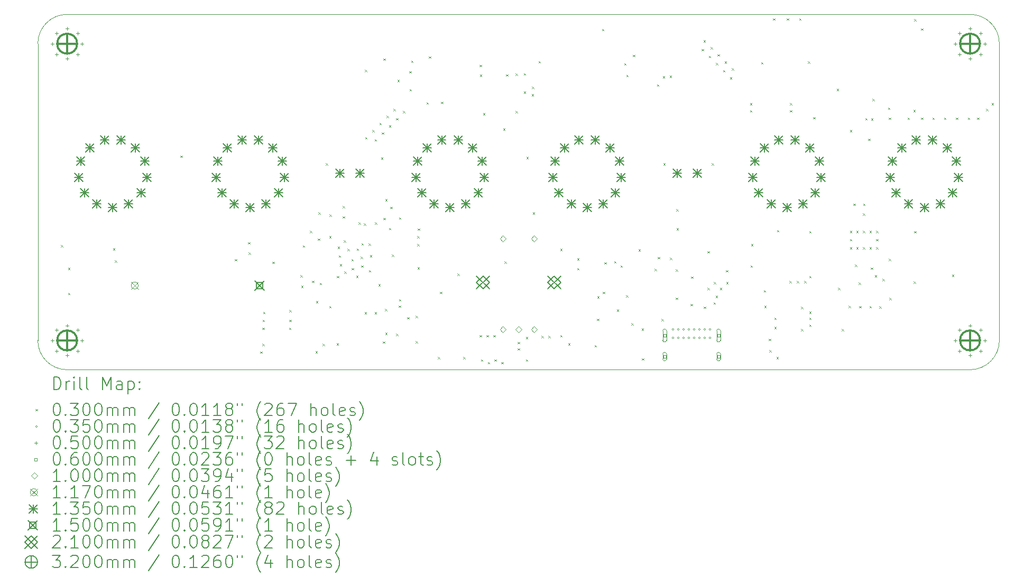
<source format=gbr>
%TF.GenerationSoftware,KiCad,Pcbnew,8.0.5*%
%TF.CreationDate,2024-10-12T21:51:39-07:00*%
%TF.ProjectId,STM32_Nixie,53544d33-325f-44e6-9978-69652e6b6963,rev?*%
%TF.SameCoordinates,Original*%
%TF.FileFunction,Drillmap*%
%TF.FilePolarity,Positive*%
%FSLAX45Y45*%
G04 Gerber Fmt 4.5, Leading zero omitted, Abs format (unit mm)*
G04 Created by KiCad (PCBNEW 8.0.5) date 2024-10-12 21:51:39*
%MOMM*%
%LPD*%
G01*
G04 APERTURE LIST*
%ADD10C,0.100000*%
%ADD11C,0.200000*%
%ADD12C,0.117000*%
%ADD13C,0.135000*%
%ADD14C,0.150000*%
%ADD15C,0.210000*%
%ADD16C,0.320000*%
G04 APERTURE END LIST*
D10*
X7970000Y-6150000D02*
X22430000Y-6150000D01*
X7500000Y-6620000D02*
G75*
G02*
X7970000Y-6150000I470000J0D01*
G01*
X22900000Y-6620000D02*
X22900000Y-11380000D01*
X7970000Y-11850000D02*
G75*
G02*
X7500000Y-11380000I0J470000D01*
G01*
X7500000Y-11380000D02*
X7500000Y-6620000D01*
X22900000Y-11380000D02*
G75*
G02*
X22430000Y-11850000I-470000J0D01*
G01*
X22430000Y-6150000D02*
G75*
G02*
X22900000Y-6620000I0J-470000D01*
G01*
X22430000Y-11850000D02*
X7970000Y-11850000D01*
D11*
D10*
X7868000Y-9851000D02*
X7898000Y-9881000D01*
X7898000Y-9851000D02*
X7868000Y-9881000D01*
X7985000Y-10215000D02*
X8015000Y-10245000D01*
X8015000Y-10215000D02*
X7985000Y-10245000D01*
X7985000Y-10615000D02*
X8015000Y-10645000D01*
X8015000Y-10615000D02*
X7985000Y-10645000D01*
X8705000Y-9902000D02*
X8735000Y-9932000D01*
X8735000Y-9902000D02*
X8705000Y-9932000D01*
X8734000Y-10098000D02*
X8764000Y-10128000D01*
X8764000Y-10098000D02*
X8734000Y-10128000D01*
X9785000Y-8415000D02*
X9815000Y-8445000D01*
X9815000Y-8415000D02*
X9785000Y-8445000D01*
X10657000Y-10076000D02*
X10687000Y-10106000D01*
X10687000Y-10076000D02*
X10657000Y-10106000D01*
X10866000Y-9803000D02*
X10896000Y-9833000D01*
X10896000Y-9803000D02*
X10866000Y-9833000D01*
X10877000Y-9968000D02*
X10907000Y-9998000D01*
X10907000Y-9968000D02*
X10877000Y-9998000D01*
X11060000Y-11558000D02*
X11090000Y-11588000D01*
X11090000Y-11558000D02*
X11060000Y-11588000D01*
X11095000Y-11175000D02*
X11125000Y-11205000D01*
X11125000Y-11175000D02*
X11095000Y-11205000D01*
X11095000Y-11435000D02*
X11125000Y-11465000D01*
X11125000Y-11435000D02*
X11095000Y-11465000D01*
X11102000Y-11048000D02*
X11132000Y-11078000D01*
X11132000Y-11048000D02*
X11102000Y-11078000D01*
X11110000Y-10920000D02*
X11140000Y-10950000D01*
X11140000Y-10920000D02*
X11110000Y-10950000D01*
X11259000Y-10119000D02*
X11289000Y-10149000D01*
X11289000Y-10119000D02*
X11259000Y-10149000D01*
X11525000Y-11177000D02*
X11555000Y-11207000D01*
X11555000Y-11177000D02*
X11525000Y-11207000D01*
X11529000Y-11050000D02*
X11559000Y-11080000D01*
X11559000Y-11050000D02*
X11529000Y-11080000D01*
X11529500Y-10892000D02*
X11559500Y-10922000D01*
X11559500Y-10892000D02*
X11529500Y-10922000D01*
X11705000Y-10335000D02*
X11735000Y-10365000D01*
X11735000Y-10335000D02*
X11705000Y-10365000D01*
X11718000Y-10502000D02*
X11748000Y-10532000D01*
X11748000Y-10502000D02*
X11718000Y-10532000D01*
X11745000Y-9855000D02*
X11775000Y-9885000D01*
X11775000Y-9855000D02*
X11745000Y-9885000D01*
X11860000Y-9620000D02*
X11890000Y-9650000D01*
X11890000Y-9620000D02*
X11860000Y-9650000D01*
X11894000Y-10421000D02*
X11924000Y-10451000D01*
X11924000Y-10421000D02*
X11894000Y-10451000D01*
X11948000Y-11552000D02*
X11978000Y-11582000D01*
X11978000Y-11552000D02*
X11948000Y-11582000D01*
X11954000Y-10748000D02*
X11984000Y-10778000D01*
X11984000Y-10748000D02*
X11954000Y-10778000D01*
X11985000Y-9745000D02*
X12015000Y-9775000D01*
X12015000Y-9745000D02*
X11985000Y-9775000D01*
X11992500Y-9327500D02*
X12022500Y-9357500D01*
X12022500Y-9327500D02*
X11992500Y-9357500D01*
X12015000Y-10457500D02*
X12045000Y-10487500D01*
X12045000Y-10457500D02*
X12015000Y-10487500D01*
X12062000Y-11433000D02*
X12092000Y-11463000D01*
X12092000Y-11433000D02*
X12062000Y-11463000D01*
X12114000Y-8539000D02*
X12144000Y-8569000D01*
X12144000Y-8539000D02*
X12114000Y-8569000D01*
X12165000Y-10827500D02*
X12195000Y-10857500D01*
X12195000Y-10827500D02*
X12165000Y-10857500D01*
X12167500Y-9705000D02*
X12197500Y-9735000D01*
X12197500Y-9705000D02*
X12167500Y-9735000D01*
X12172500Y-9357500D02*
X12202500Y-9387500D01*
X12202500Y-9357500D02*
X12172500Y-9387500D01*
X12285000Y-11425000D02*
X12315000Y-11455000D01*
X12315000Y-11425000D02*
X12285000Y-11455000D01*
X12291000Y-10345000D02*
X12321000Y-10375000D01*
X12321000Y-10345000D02*
X12291000Y-10375000D01*
X12301000Y-9875000D02*
X12331000Y-9905000D01*
X12331000Y-9875000D02*
X12301000Y-9905000D01*
X12320000Y-10014147D02*
X12350000Y-10044147D01*
X12350000Y-10014147D02*
X12320000Y-10044147D01*
X12336000Y-10157000D02*
X12366000Y-10187000D01*
X12366000Y-10157000D02*
X12336000Y-10187000D01*
X12385000Y-9225000D02*
X12415000Y-9255000D01*
X12415000Y-9225000D02*
X12385000Y-9255000D01*
X12385000Y-9387500D02*
X12415000Y-9417500D01*
X12415000Y-9387500D02*
X12385000Y-9417500D01*
X12400000Y-9776000D02*
X12430000Y-9806000D01*
X12430000Y-9776000D02*
X12400000Y-9806000D01*
X12407000Y-10276000D02*
X12437000Y-10306000D01*
X12437000Y-10276000D02*
X12407000Y-10306000D01*
X12460000Y-9908000D02*
X12490000Y-9938000D01*
X12490000Y-9908000D02*
X12460000Y-9938000D01*
X12522000Y-10073000D02*
X12552000Y-10103000D01*
X12552000Y-10073000D02*
X12522000Y-10103000D01*
X12529000Y-10217000D02*
X12559000Y-10247000D01*
X12559000Y-10217000D02*
X12529000Y-10247000D01*
X12599000Y-10340000D02*
X12629000Y-10370000D01*
X12629000Y-10340000D02*
X12599000Y-10370000D01*
X12606000Y-9906000D02*
X12636000Y-9936000D01*
X12636000Y-9906000D02*
X12606000Y-9936000D01*
X12635000Y-9485000D02*
X12665000Y-9515000D01*
X12665000Y-9485000D02*
X12635000Y-9515000D01*
X12668898Y-10036183D02*
X12698898Y-10066183D01*
X12698898Y-10036183D02*
X12668898Y-10066183D01*
X12677000Y-10176000D02*
X12707000Y-10206000D01*
X12707000Y-10176000D02*
X12677000Y-10206000D01*
X12685000Y-9820000D02*
X12715000Y-9850000D01*
X12715000Y-9820000D02*
X12685000Y-9850000D01*
X12721000Y-9501000D02*
X12751000Y-9531000D01*
X12751000Y-9501000D02*
X12721000Y-9531000D01*
X12735000Y-10925000D02*
X12765000Y-10955000D01*
X12765000Y-10925000D02*
X12735000Y-10955000D01*
X12739000Y-7038000D02*
X12769000Y-7068000D01*
X12769000Y-7038000D02*
X12739000Y-7068000D01*
X12744452Y-8117548D02*
X12774452Y-8147548D01*
X12774452Y-8117548D02*
X12744452Y-8147548D01*
X12798000Y-9824000D02*
X12828000Y-9854000D01*
X12828000Y-9824000D02*
X12798000Y-9854000D01*
X12801000Y-10253000D02*
X12831000Y-10283000D01*
X12831000Y-10253000D02*
X12801000Y-10283000D01*
X12817000Y-10011000D02*
X12847000Y-10041000D01*
X12847000Y-10011000D02*
X12817000Y-10041000D01*
X12857589Y-8004411D02*
X12887589Y-8034411D01*
X12887589Y-8004411D02*
X12857589Y-8034411D01*
X12895000Y-10925000D02*
X12925000Y-10955000D01*
X12925000Y-10925000D02*
X12895000Y-10955000D01*
X12896452Y-8154548D02*
X12926452Y-8184548D01*
X12926452Y-8154548D02*
X12896452Y-8184548D01*
X12899000Y-9488000D02*
X12929000Y-9518000D01*
X12929000Y-9488000D02*
X12899000Y-9518000D01*
X12955000Y-10476250D02*
X12985000Y-10506250D01*
X12985000Y-10476250D02*
X12955000Y-10506250D01*
X12970726Y-7891274D02*
X13000726Y-7921274D01*
X13000726Y-7891274D02*
X12970726Y-7921274D01*
X12995000Y-8445000D02*
X13025000Y-8475000D01*
X13025000Y-8445000D02*
X12995000Y-8475000D01*
X13009589Y-8041411D02*
X13039589Y-8071411D01*
X13039589Y-8041411D02*
X13009589Y-8071411D01*
X13027000Y-11396000D02*
X13057000Y-11426000D01*
X13057000Y-11396000D02*
X13027000Y-11426000D01*
X13035000Y-6858000D02*
X13065000Y-6888000D01*
X13065000Y-6858000D02*
X13035000Y-6888000D01*
X13035000Y-9415000D02*
X13065000Y-9445000D01*
X13065000Y-9415000D02*
X13035000Y-9445000D01*
X13061000Y-10876000D02*
X13091000Y-10906000D01*
X13091000Y-10876000D02*
X13061000Y-10906000D01*
X13063000Y-9116000D02*
X13093000Y-9146000D01*
X13093000Y-9116000D02*
X13063000Y-9146000D01*
X13064000Y-11257000D02*
X13094000Y-11287000D01*
X13094000Y-11257000D02*
X13064000Y-11287000D01*
X13083863Y-7778137D02*
X13113863Y-7808137D01*
X13113863Y-7778137D02*
X13083863Y-7808137D01*
X13122500Y-9575000D02*
X13152500Y-9605000D01*
X13152500Y-9575000D02*
X13122500Y-9605000D01*
X13122726Y-7928274D02*
X13152726Y-7958274D01*
X13152726Y-7928274D02*
X13122726Y-7958274D01*
X13146500Y-9236500D02*
X13176500Y-9266500D01*
X13176500Y-9236500D02*
X13146500Y-9266500D01*
X13171426Y-10003427D02*
X13201426Y-10033427D01*
X13201426Y-10003427D02*
X13171426Y-10033427D01*
X13197000Y-7665000D02*
X13227000Y-7695000D01*
X13227000Y-7665000D02*
X13197000Y-7695000D01*
X13235863Y-7815137D02*
X13265863Y-7845137D01*
X13265863Y-7815137D02*
X13235863Y-7845137D01*
X13236000Y-11275000D02*
X13266000Y-11305000D01*
X13266000Y-11275000D02*
X13236000Y-11305000D01*
X13259000Y-7200000D02*
X13289000Y-7230000D01*
X13289000Y-7200000D02*
X13259000Y-7230000D01*
X13282000Y-10819000D02*
X13312000Y-10849000D01*
X13312000Y-10819000D02*
X13282000Y-10849000D01*
X13284000Y-10720000D02*
X13314000Y-10750000D01*
X13314000Y-10720000D02*
X13284000Y-10750000D01*
X13285000Y-9405000D02*
X13315000Y-9435000D01*
X13315000Y-9405000D02*
X13285000Y-9435000D01*
X13349000Y-7702000D02*
X13379000Y-7732000D01*
X13379000Y-7702000D02*
X13349000Y-7732000D01*
X13415000Y-11006000D02*
X13445000Y-11036000D01*
X13445000Y-11006000D02*
X13415000Y-11036000D01*
X13451000Y-7062000D02*
X13481000Y-7092000D01*
X13481000Y-7062000D02*
X13451000Y-7092000D01*
X13453000Y-7349000D02*
X13483000Y-7379000D01*
X13483000Y-7349000D02*
X13453000Y-7379000D01*
X13480000Y-6890000D02*
X13510000Y-6920000D01*
X13510000Y-6890000D02*
X13480000Y-6920000D01*
X13552000Y-11392000D02*
X13582000Y-11422000D01*
X13582000Y-11392000D02*
X13552000Y-11422000D01*
X13553000Y-10983000D02*
X13583000Y-11013000D01*
X13583000Y-10983000D02*
X13553000Y-11013000D01*
X13575000Y-9705000D02*
X13605000Y-9735000D01*
X13605000Y-9705000D02*
X13575000Y-9735000D01*
X13575000Y-9835000D02*
X13605000Y-9865000D01*
X13605000Y-9835000D02*
X13575000Y-9865000D01*
X13580000Y-10204000D02*
X13610000Y-10234000D01*
X13610000Y-10204000D02*
X13580000Y-10234000D01*
X13585000Y-9585000D02*
X13615000Y-9615000D01*
X13615000Y-9585000D02*
X13585000Y-9615000D01*
X13724000Y-7560000D02*
X13754000Y-7590000D01*
X13754000Y-7560000D02*
X13724000Y-7590000D01*
X13765000Y-6825000D02*
X13795000Y-6855000D01*
X13795000Y-6825000D02*
X13765000Y-6855000D01*
X13905000Y-11645000D02*
X13935000Y-11675000D01*
X13935000Y-11645000D02*
X13905000Y-11675000D01*
X13941000Y-10599000D02*
X13971000Y-10629000D01*
X13971000Y-10599000D02*
X13941000Y-10629000D01*
X13959000Y-7553000D02*
X13989000Y-7583000D01*
X13989000Y-7553000D02*
X13959000Y-7583000D01*
X14218000Y-10308000D02*
X14248000Y-10338000D01*
X14248000Y-10308000D02*
X14218000Y-10338000D01*
X14315000Y-11645000D02*
X14345000Y-11675000D01*
X14345000Y-11645000D02*
X14315000Y-11675000D01*
X14575000Y-11295000D02*
X14605000Y-11325000D01*
X14605000Y-11295000D02*
X14575000Y-11325000D01*
X14576000Y-6959000D02*
X14606000Y-6989000D01*
X14606000Y-6959000D02*
X14576000Y-6989000D01*
X14578000Y-7114000D02*
X14608000Y-7144000D01*
X14608000Y-7114000D02*
X14578000Y-7144000D01*
X14595000Y-11685000D02*
X14625000Y-11715000D01*
X14625000Y-11685000D02*
X14595000Y-11715000D01*
X14632000Y-7733000D02*
X14662000Y-7763000D01*
X14662000Y-7733000D02*
X14632000Y-7763000D01*
X14685000Y-11295000D02*
X14715000Y-11325000D01*
X14715000Y-11295000D02*
X14685000Y-11325000D01*
X14705000Y-11725000D02*
X14735000Y-11755000D01*
X14735000Y-11725000D02*
X14705000Y-11755000D01*
X14795000Y-11295000D02*
X14825000Y-11325000D01*
X14825000Y-11295000D02*
X14795000Y-11325000D01*
X14815000Y-11685000D02*
X14845000Y-11715000D01*
X14845000Y-11685000D02*
X14815000Y-11715000D01*
X14925000Y-11725000D02*
X14955000Y-11755000D01*
X14955000Y-11725000D02*
X14925000Y-11755000D01*
X14952000Y-7980000D02*
X14982000Y-8010000D01*
X14982000Y-7980000D02*
X14952000Y-8010000D01*
X14972000Y-10115000D02*
X15002000Y-10145000D01*
X15002000Y-10115000D02*
X14972000Y-10145000D01*
X14997000Y-7112500D02*
X15027000Y-7142500D01*
X15027000Y-7112500D02*
X14997000Y-7142500D01*
X15152500Y-7100500D02*
X15182500Y-7130500D01*
X15182500Y-7100500D02*
X15152500Y-7130500D01*
X15153000Y-7701000D02*
X15183000Y-7731000D01*
X15183000Y-7701000D02*
X15153000Y-7731000D01*
X15185000Y-11405000D02*
X15215000Y-11435000D01*
X15215000Y-11405000D02*
X15185000Y-11435000D01*
X15185000Y-11505000D02*
X15215000Y-11535000D01*
X15215000Y-11505000D02*
X15185000Y-11535000D01*
X15282000Y-7388000D02*
X15312000Y-7418000D01*
X15312000Y-7388000D02*
X15282000Y-7418000D01*
X15282500Y-7096000D02*
X15312500Y-7126000D01*
X15312500Y-7096000D02*
X15282500Y-7126000D01*
X15315000Y-11325000D02*
X15345000Y-11355000D01*
X15345000Y-11325000D02*
X15315000Y-11355000D01*
X15315000Y-11685000D02*
X15345000Y-11715000D01*
X15345000Y-11685000D02*
X15315000Y-11715000D01*
X15325000Y-8435000D02*
X15355000Y-8465000D01*
X15355000Y-8435000D02*
X15325000Y-8465000D01*
X15411000Y-7430000D02*
X15441000Y-7460000D01*
X15441000Y-7430000D02*
X15411000Y-7460000D01*
X15412000Y-7310000D02*
X15442000Y-7340000D01*
X15442000Y-7310000D02*
X15412000Y-7340000D01*
X15425000Y-9325000D02*
X15455000Y-9355000D01*
X15455000Y-9325000D02*
X15425000Y-9355000D01*
X15518000Y-6901000D02*
X15548000Y-6931000D01*
X15548000Y-6901000D02*
X15518000Y-6931000D01*
X15565000Y-11305000D02*
X15595000Y-11335000D01*
X15595000Y-11305000D02*
X15565000Y-11335000D01*
X15675000Y-11305000D02*
X15705000Y-11335000D01*
X15705000Y-11305000D02*
X15675000Y-11335000D01*
X15865000Y-9909000D02*
X15895000Y-9939000D01*
X15895000Y-9909000D02*
X15865000Y-9939000D01*
X15865000Y-11295000D02*
X15895000Y-11325000D01*
X15895000Y-11295000D02*
X15865000Y-11325000D01*
X15995000Y-11425000D02*
X16025000Y-11455000D01*
X16025000Y-11425000D02*
X15995000Y-11455000D01*
X16138000Y-10063000D02*
X16168000Y-10093000D01*
X16168000Y-10063000D02*
X16138000Y-10093000D01*
X16138000Y-10220000D02*
X16168000Y-10250000D01*
X16168000Y-10220000D02*
X16138000Y-10250000D01*
X16416000Y-11456000D02*
X16446000Y-11486000D01*
X16446000Y-11456000D02*
X16416000Y-11486000D01*
X16454000Y-11032000D02*
X16484000Y-11062000D01*
X16484000Y-11032000D02*
X16454000Y-11062000D01*
X16458000Y-10670000D02*
X16488000Y-10700000D01*
X16488000Y-10670000D02*
X16458000Y-10700000D01*
X16535000Y-6385000D02*
X16565000Y-6415000D01*
X16565000Y-6385000D02*
X16535000Y-6415000D01*
X16548000Y-10599000D02*
X16578000Y-10629000D01*
X16578000Y-10599000D02*
X16548000Y-10629000D01*
X16575000Y-10125000D02*
X16605000Y-10155000D01*
X16605000Y-10125000D02*
X16575000Y-10155000D01*
X16730147Y-10110147D02*
X16760147Y-10140147D01*
X16760147Y-10110147D02*
X16730147Y-10140147D01*
X16771000Y-10883000D02*
X16801000Y-10913000D01*
X16801000Y-10883000D02*
X16771000Y-10913000D01*
X16833000Y-10177000D02*
X16863000Y-10207000D01*
X16863000Y-10177000D02*
X16833000Y-10207000D01*
X16892000Y-6934000D02*
X16922000Y-6964000D01*
X16922000Y-6934000D02*
X16892000Y-6964000D01*
X16923000Y-10653000D02*
X16953000Y-10683000D01*
X16953000Y-10653000D02*
X16923000Y-10683000D01*
X16924000Y-7118000D02*
X16954000Y-7148000D01*
X16954000Y-7118000D02*
X16924000Y-7148000D01*
X17005000Y-11105000D02*
X17035000Y-11135000D01*
X17035000Y-11105000D02*
X17005000Y-11135000D01*
X17030000Y-6798000D02*
X17060000Y-6828000D01*
X17060000Y-6798000D02*
X17030000Y-6828000D01*
X17119000Y-9917000D02*
X17149000Y-9947000D01*
X17149000Y-9917000D02*
X17119000Y-9947000D01*
X17171000Y-11189000D02*
X17201000Y-11219000D01*
X17201000Y-11189000D02*
X17171000Y-11219000D01*
X17174000Y-11666000D02*
X17204000Y-11696000D01*
X17204000Y-11666000D02*
X17174000Y-11696000D01*
X17380000Y-10232000D02*
X17410000Y-10262000D01*
X17410000Y-10232000D02*
X17380000Y-10262000D01*
X17416000Y-7273000D02*
X17446000Y-7303000D01*
X17446000Y-7273000D02*
X17416000Y-7303000D01*
X17429000Y-10040000D02*
X17459000Y-10070000D01*
X17459000Y-10040000D02*
X17429000Y-10070000D01*
X17490000Y-11037000D02*
X17520000Y-11067000D01*
X17520000Y-11037000D02*
X17490000Y-11067000D01*
X17509000Y-7141000D02*
X17539000Y-7171000D01*
X17539000Y-7141000D02*
X17509000Y-7171000D01*
X17519250Y-8538750D02*
X17549250Y-8568750D01*
X17549250Y-8538750D02*
X17519250Y-8568750D01*
X17619000Y-7134000D02*
X17649000Y-7164000D01*
X17649000Y-7134000D02*
X17619000Y-7164000D01*
X17625000Y-10055000D02*
X17655000Y-10085000D01*
X17655000Y-10055000D02*
X17625000Y-10085000D01*
X17716000Y-10239000D02*
X17746000Y-10269000D01*
X17746000Y-10239000D02*
X17716000Y-10269000D01*
X17716000Y-10693000D02*
X17746000Y-10723000D01*
X17746000Y-10693000D02*
X17716000Y-10723000D01*
X17725000Y-9275000D02*
X17755000Y-9305000D01*
X17755000Y-9275000D02*
X17725000Y-9305000D01*
X17731000Y-9580000D02*
X17761000Y-9610000D01*
X17761000Y-9580000D02*
X17731000Y-9610000D01*
X17955000Y-10795000D02*
X17985000Y-10825000D01*
X17985000Y-10795000D02*
X17955000Y-10825000D01*
X17963000Y-10353000D02*
X17993000Y-10383000D01*
X17993000Y-10353000D02*
X17963000Y-10383000D01*
X18133688Y-6703764D02*
X18163688Y-6733764D01*
X18163688Y-6703764D02*
X18133688Y-6733764D01*
X18161119Y-6563195D02*
X18191119Y-6593195D01*
X18191119Y-6563195D02*
X18161119Y-6593195D01*
X18165000Y-10835000D02*
X18195000Y-10865000D01*
X18195000Y-10835000D02*
X18165000Y-10865000D01*
X18224000Y-9947000D02*
X18254000Y-9977000D01*
X18254000Y-9947000D02*
X18224000Y-9977000D01*
X18225000Y-10535000D02*
X18255000Y-10565000D01*
X18255000Y-10535000D02*
X18225000Y-10565000D01*
X18246825Y-6816901D02*
X18276825Y-6846901D01*
X18276825Y-6816901D02*
X18246825Y-6846901D01*
X18274256Y-6676332D02*
X18304256Y-6706332D01*
X18304256Y-6676332D02*
X18274256Y-6706332D01*
X18292250Y-8538750D02*
X18322250Y-8568750D01*
X18322250Y-8538750D02*
X18292250Y-8568750D01*
X18323000Y-10770000D02*
X18353000Y-10800000D01*
X18353000Y-10770000D02*
X18323000Y-10800000D01*
X18325000Y-10445000D02*
X18355000Y-10475000D01*
X18355000Y-10445000D02*
X18325000Y-10475000D01*
X18357000Y-10665000D02*
X18387000Y-10695000D01*
X18387000Y-10665000D02*
X18357000Y-10695000D01*
X18359962Y-6930038D02*
X18389962Y-6960038D01*
X18389962Y-6930038D02*
X18359962Y-6960038D01*
X18387393Y-6789469D02*
X18417393Y-6819469D01*
X18417393Y-6789469D02*
X18387393Y-6819469D01*
X18425000Y-10535000D02*
X18455000Y-10565000D01*
X18455000Y-10535000D02*
X18425000Y-10565000D01*
X18473099Y-7043175D02*
X18503099Y-7073175D01*
X18503099Y-7043175D02*
X18473099Y-7073175D01*
X18500530Y-6902606D02*
X18530530Y-6932606D01*
X18530530Y-6902606D02*
X18500530Y-6932606D01*
X18522000Y-10254000D02*
X18552000Y-10284000D01*
X18552000Y-10254000D02*
X18522000Y-10284000D01*
X18525000Y-10445000D02*
X18555000Y-10475000D01*
X18555000Y-10445000D02*
X18525000Y-10475000D01*
X18586236Y-7156312D02*
X18616236Y-7186312D01*
X18616236Y-7156312D02*
X18586236Y-7186312D01*
X18613668Y-7015743D02*
X18643668Y-7045743D01*
X18643668Y-7015743D02*
X18613668Y-7045743D01*
X18905000Y-7575000D02*
X18935000Y-7605000D01*
X18935000Y-7575000D02*
X18905000Y-7605000D01*
X18908000Y-7688000D02*
X18938000Y-7718000D01*
X18938000Y-7688000D02*
X18908000Y-7718000D01*
X18915000Y-10177500D02*
X18945000Y-10207500D01*
X18945000Y-10177500D02*
X18915000Y-10207500D01*
X18925000Y-9835000D02*
X18955000Y-9865000D01*
X18955000Y-9835000D02*
X18925000Y-9865000D01*
X19085000Y-6915000D02*
X19115000Y-6945000D01*
X19115000Y-6915000D02*
X19085000Y-6945000D01*
X19125000Y-10575000D02*
X19155000Y-10605000D01*
X19155000Y-10575000D02*
X19125000Y-10605000D01*
X19135000Y-10825000D02*
X19165000Y-10855000D01*
X19165000Y-10825000D02*
X19135000Y-10855000D01*
X19205000Y-11355000D02*
X19235000Y-11385000D01*
X19235000Y-11355000D02*
X19205000Y-11385000D01*
X19215000Y-11536000D02*
X19245000Y-11566000D01*
X19245000Y-11536000D02*
X19215000Y-11566000D01*
X19275000Y-6215000D02*
X19305000Y-6245000D01*
X19305000Y-6215000D02*
X19275000Y-6245000D01*
X19295000Y-11015000D02*
X19325000Y-11045000D01*
X19325000Y-11015000D02*
X19295000Y-11045000D01*
X19295000Y-11165000D02*
X19325000Y-11195000D01*
X19325000Y-11165000D02*
X19295000Y-11195000D01*
X19331000Y-11645000D02*
X19361000Y-11675000D01*
X19361000Y-11645000D02*
X19331000Y-11675000D01*
X19338000Y-9609000D02*
X19368000Y-9639000D01*
X19368000Y-9609000D02*
X19338000Y-9639000D01*
X19495000Y-6215000D02*
X19525000Y-6245000D01*
X19525000Y-6215000D02*
X19495000Y-6245000D01*
X19535000Y-10425000D02*
X19565000Y-10455000D01*
X19565000Y-10425000D02*
X19535000Y-10455000D01*
X19545000Y-7575000D02*
X19575000Y-7605000D01*
X19575000Y-7575000D02*
X19545000Y-7605000D01*
X19545000Y-7689000D02*
X19575000Y-7719000D01*
X19575000Y-7689000D02*
X19545000Y-7719000D01*
X19655500Y-10425000D02*
X19685500Y-10455000D01*
X19685500Y-10425000D02*
X19655500Y-10455000D01*
X19695000Y-6215000D02*
X19725000Y-6245000D01*
X19725000Y-6215000D02*
X19695000Y-6245000D01*
X19725000Y-10839000D02*
X19755000Y-10869000D01*
X19755000Y-10839000D02*
X19725000Y-10869000D01*
X19725000Y-11195000D02*
X19755000Y-11225000D01*
X19755000Y-11195000D02*
X19725000Y-11225000D01*
X19776000Y-10425000D02*
X19806000Y-10455000D01*
X19806000Y-10425000D02*
X19776000Y-10455000D01*
X19835000Y-6905000D02*
X19865000Y-6935000D01*
X19865000Y-6905000D02*
X19835000Y-6935000D01*
X19855000Y-9625000D02*
X19885000Y-9655000D01*
X19885000Y-9625000D02*
X19855000Y-9655000D01*
X19855000Y-10345000D02*
X19885000Y-10375000D01*
X19885000Y-10345000D02*
X19855000Y-10375000D01*
X19855000Y-10915000D02*
X19885000Y-10945000D01*
X19885000Y-10915000D02*
X19855000Y-10945000D01*
X19855000Y-11015000D02*
X19885000Y-11045000D01*
X19885000Y-11015000D02*
X19855000Y-11045000D01*
X19855000Y-11125000D02*
X19885000Y-11155000D01*
X19885000Y-11125000D02*
X19855000Y-11155000D01*
X19917000Y-7798000D02*
X19947000Y-7828000D01*
X19947000Y-7798000D02*
X19917000Y-7828000D01*
X20295000Y-7345000D02*
X20325000Y-7375000D01*
X20325000Y-7345000D02*
X20295000Y-7375000D01*
X20318000Y-10536000D02*
X20348000Y-10566000D01*
X20348000Y-10536000D02*
X20318000Y-10566000D01*
X20376000Y-11195000D02*
X20406000Y-11225000D01*
X20406000Y-11195000D02*
X20376000Y-11225000D01*
X20487000Y-10826000D02*
X20517000Y-10856000D01*
X20517000Y-10826000D02*
X20487000Y-10856000D01*
X20505000Y-8005000D02*
X20535000Y-8035000D01*
X20535000Y-8005000D02*
X20505000Y-8035000D01*
X20505000Y-9623750D02*
X20535000Y-9653750D01*
X20535000Y-9623750D02*
X20505000Y-9653750D01*
X20505000Y-9753750D02*
X20535000Y-9783750D01*
X20535000Y-9753750D02*
X20505000Y-9783750D01*
X20505000Y-9883750D02*
X20535000Y-9913750D01*
X20535000Y-9883750D02*
X20505000Y-9913750D01*
X20560000Y-9184000D02*
X20590000Y-9214000D01*
X20590000Y-9184000D02*
X20560000Y-9214000D01*
X20585000Y-10163750D02*
X20615000Y-10193750D01*
X20615000Y-10163750D02*
X20585000Y-10193750D01*
X20610000Y-9623750D02*
X20640000Y-9653750D01*
X20640000Y-9623750D02*
X20610000Y-9653750D01*
X20610000Y-9883750D02*
X20640000Y-9913750D01*
X20640000Y-9883750D02*
X20610000Y-9913750D01*
X20647500Y-10453750D02*
X20677500Y-10483750D01*
X20677500Y-10453750D02*
X20647500Y-10483750D01*
X20655000Y-10829000D02*
X20685000Y-10859000D01*
X20685000Y-10829000D02*
X20655000Y-10859000D01*
X20715000Y-9343750D02*
X20745000Y-9373750D01*
X20745000Y-9343750D02*
X20715000Y-9373750D01*
X20715000Y-9623750D02*
X20745000Y-9653750D01*
X20745000Y-9623750D02*
X20715000Y-9653750D01*
X20715000Y-9883750D02*
X20745000Y-9913750D01*
X20745000Y-9883750D02*
X20715000Y-9913750D01*
X20717642Y-9185772D02*
X20747642Y-9215772D01*
X20747642Y-9185772D02*
X20717642Y-9215772D01*
X20753000Y-7816000D02*
X20783000Y-7846000D01*
X20783000Y-7816000D02*
X20753000Y-7846000D01*
X20799000Y-8146000D02*
X20829000Y-8176000D01*
X20829000Y-8146000D02*
X20799000Y-8176000D01*
X20820000Y-9623750D02*
X20850000Y-9653750D01*
X20850000Y-9623750D02*
X20820000Y-9653750D01*
X20820000Y-9883750D02*
X20850000Y-9913750D01*
X20850000Y-9883750D02*
X20820000Y-9913750D01*
X20821000Y-10829000D02*
X20851000Y-10859000D01*
X20851000Y-10829000D02*
X20821000Y-10859000D01*
X20842500Y-10209353D02*
X20872500Y-10239353D01*
X20872500Y-10209353D02*
X20842500Y-10239353D01*
X20844003Y-7817002D02*
X20874003Y-7847002D01*
X20874003Y-7817002D02*
X20844003Y-7847002D01*
X20865000Y-7505000D02*
X20895000Y-7535000D01*
X20895000Y-7505000D02*
X20865000Y-7535000D01*
X20905000Y-10333750D02*
X20935000Y-10363750D01*
X20935000Y-10333750D02*
X20905000Y-10363750D01*
X20925000Y-9623750D02*
X20955000Y-9653750D01*
X20955000Y-9623750D02*
X20925000Y-9653750D01*
X20925000Y-9753750D02*
X20955000Y-9783750D01*
X20955000Y-9753750D02*
X20925000Y-9783750D01*
X20925000Y-9883750D02*
X20955000Y-9913750D01*
X20955000Y-9883750D02*
X20925000Y-9913750D01*
X20977000Y-10834000D02*
X21007000Y-10864000D01*
X21007000Y-10834000D02*
X20977000Y-10864000D01*
X21027500Y-10393750D02*
X21057500Y-10423750D01*
X21057500Y-10393750D02*
X21027500Y-10423750D01*
X21115000Y-7645000D02*
X21145000Y-7675000D01*
X21145000Y-7645000D02*
X21115000Y-7675000D01*
X21129000Y-7804000D02*
X21159000Y-7834000D01*
X21159000Y-7804000D02*
X21129000Y-7834000D01*
X21130000Y-10072000D02*
X21160000Y-10102000D01*
X21160000Y-10072000D02*
X21130000Y-10102000D01*
X21139000Y-10699000D02*
X21169000Y-10729000D01*
X21169000Y-10699000D02*
X21139000Y-10729000D01*
X21431000Y-7805000D02*
X21461000Y-7835000D01*
X21461000Y-7805000D02*
X21431000Y-7835000D01*
X21521538Y-7683462D02*
X21551538Y-7713462D01*
X21551538Y-7683462D02*
X21521538Y-7713462D01*
X21525000Y-10435000D02*
X21555000Y-10465000D01*
X21555000Y-10435000D02*
X21525000Y-10465000D01*
X21535000Y-6225000D02*
X21565000Y-6255000D01*
X21565000Y-6225000D02*
X21535000Y-6255000D01*
X21537000Y-9625000D02*
X21567000Y-9655000D01*
X21567000Y-9625000D02*
X21537000Y-9655000D01*
X21645000Y-6375000D02*
X21675000Y-6405000D01*
X21675000Y-6375000D02*
X21645000Y-6405000D01*
X21645038Y-7806962D02*
X21675038Y-7836962D01*
X21675038Y-7806962D02*
X21645038Y-7836962D01*
X21828000Y-7805000D02*
X21858000Y-7835000D01*
X21858000Y-7805000D02*
X21828000Y-7835000D01*
X22015000Y-7805000D02*
X22045000Y-7835000D01*
X22045000Y-7805000D02*
X22015000Y-7835000D01*
X22140000Y-10325000D02*
X22170000Y-10355000D01*
X22170000Y-10325000D02*
X22140000Y-10355000D01*
X22205000Y-7805000D02*
X22235000Y-7835000D01*
X22235000Y-7805000D02*
X22205000Y-7835000D01*
X22394538Y-7805000D02*
X22424538Y-7835000D01*
X22424538Y-7805000D02*
X22394538Y-7835000D01*
X22543000Y-7805000D02*
X22573000Y-7835000D01*
X22573000Y-7805000D02*
X22543000Y-7835000D01*
X22685000Y-7665000D02*
X22715000Y-7695000D01*
X22715000Y-7665000D02*
X22685000Y-7695000D01*
X22775000Y-7573750D02*
X22805000Y-7603750D01*
X22805000Y-7573750D02*
X22775000Y-7603750D01*
X17690000Y-11204000D02*
G75*
G02*
X17655000Y-11204000I-17500J0D01*
G01*
X17655000Y-11204000D02*
G75*
G02*
X17690000Y-11204000I17500J0D01*
G01*
X17690000Y-11339000D02*
G75*
G02*
X17655000Y-11339000I-17500J0D01*
G01*
X17655000Y-11339000D02*
G75*
G02*
X17690000Y-11339000I17500J0D01*
G01*
X17775000Y-11204000D02*
G75*
G02*
X17740000Y-11204000I-17500J0D01*
G01*
X17740000Y-11204000D02*
G75*
G02*
X17775000Y-11204000I17500J0D01*
G01*
X17775000Y-11339000D02*
G75*
G02*
X17740000Y-11339000I-17500J0D01*
G01*
X17740000Y-11339000D02*
G75*
G02*
X17775000Y-11339000I17500J0D01*
G01*
X17860000Y-11204000D02*
G75*
G02*
X17825000Y-11204000I-17500J0D01*
G01*
X17825000Y-11204000D02*
G75*
G02*
X17860000Y-11204000I17500J0D01*
G01*
X17860000Y-11339000D02*
G75*
G02*
X17825000Y-11339000I-17500J0D01*
G01*
X17825000Y-11339000D02*
G75*
G02*
X17860000Y-11339000I17500J0D01*
G01*
X17945000Y-11204000D02*
G75*
G02*
X17910000Y-11204000I-17500J0D01*
G01*
X17910000Y-11204000D02*
G75*
G02*
X17945000Y-11204000I17500J0D01*
G01*
X17945000Y-11339000D02*
G75*
G02*
X17910000Y-11339000I-17500J0D01*
G01*
X17910000Y-11339000D02*
G75*
G02*
X17945000Y-11339000I17500J0D01*
G01*
X18030000Y-11204000D02*
G75*
G02*
X17995000Y-11204000I-17500J0D01*
G01*
X17995000Y-11204000D02*
G75*
G02*
X18030000Y-11204000I17500J0D01*
G01*
X18030000Y-11339000D02*
G75*
G02*
X17995000Y-11339000I-17500J0D01*
G01*
X17995000Y-11339000D02*
G75*
G02*
X18030000Y-11339000I17500J0D01*
G01*
X18115000Y-11204000D02*
G75*
G02*
X18080000Y-11204000I-17500J0D01*
G01*
X18080000Y-11204000D02*
G75*
G02*
X18115000Y-11204000I17500J0D01*
G01*
X18115000Y-11339000D02*
G75*
G02*
X18080000Y-11339000I-17500J0D01*
G01*
X18080000Y-11339000D02*
G75*
G02*
X18115000Y-11339000I17500J0D01*
G01*
X18200000Y-11204000D02*
G75*
G02*
X18165000Y-11204000I-17500J0D01*
G01*
X18165000Y-11204000D02*
G75*
G02*
X18200000Y-11204000I17500J0D01*
G01*
X18200000Y-11339000D02*
G75*
G02*
X18165000Y-11339000I-17500J0D01*
G01*
X18165000Y-11339000D02*
G75*
G02*
X18200000Y-11339000I17500J0D01*
G01*
X18285000Y-11204000D02*
G75*
G02*
X18250000Y-11204000I-17500J0D01*
G01*
X18250000Y-11204000D02*
G75*
G02*
X18285000Y-11204000I17500J0D01*
G01*
X18285000Y-11339000D02*
G75*
G02*
X18250000Y-11339000I-17500J0D01*
G01*
X18250000Y-11339000D02*
G75*
G02*
X18285000Y-11339000I17500J0D01*
G01*
X7730000Y-6595000D02*
X7730000Y-6645000D01*
X7705000Y-6620000D02*
X7755000Y-6620000D01*
X7730000Y-11355000D02*
X7730000Y-11405000D01*
X7705000Y-11380000D02*
X7755000Y-11380000D01*
X7800294Y-6425294D02*
X7800294Y-6475294D01*
X7775294Y-6450294D02*
X7825294Y-6450294D01*
X7800294Y-6764706D02*
X7800294Y-6814706D01*
X7775294Y-6789706D02*
X7825294Y-6789706D01*
X7800294Y-11185294D02*
X7800294Y-11235294D01*
X7775294Y-11210294D02*
X7825294Y-11210294D01*
X7800294Y-11524706D02*
X7800294Y-11574706D01*
X7775294Y-11549706D02*
X7825294Y-11549706D01*
X7970000Y-6355000D02*
X7970000Y-6405000D01*
X7945000Y-6380000D02*
X7995000Y-6380000D01*
X7970000Y-6835000D02*
X7970000Y-6885000D01*
X7945000Y-6860000D02*
X7995000Y-6860000D01*
X7970000Y-11115000D02*
X7970000Y-11165000D01*
X7945000Y-11140000D02*
X7995000Y-11140000D01*
X7970000Y-11595000D02*
X7970000Y-11645000D01*
X7945000Y-11620000D02*
X7995000Y-11620000D01*
X8139706Y-6425294D02*
X8139706Y-6475294D01*
X8114706Y-6450294D02*
X8164706Y-6450294D01*
X8139706Y-6764706D02*
X8139706Y-6814706D01*
X8114706Y-6789706D02*
X8164706Y-6789706D01*
X8139706Y-11185294D02*
X8139706Y-11235294D01*
X8114706Y-11210294D02*
X8164706Y-11210294D01*
X8139706Y-11524706D02*
X8139706Y-11574706D01*
X8114706Y-11549706D02*
X8164706Y-11549706D01*
X8210000Y-6595000D02*
X8210000Y-6645000D01*
X8185000Y-6620000D02*
X8235000Y-6620000D01*
X8210000Y-11355000D02*
X8210000Y-11405000D01*
X8185000Y-11380000D02*
X8235000Y-11380000D01*
X22190000Y-6595000D02*
X22190000Y-6645000D01*
X22165000Y-6620000D02*
X22215000Y-6620000D01*
X22190000Y-11355000D02*
X22190000Y-11405000D01*
X22165000Y-11380000D02*
X22215000Y-11380000D01*
X22260294Y-6425294D02*
X22260294Y-6475294D01*
X22235294Y-6450294D02*
X22285294Y-6450294D01*
X22260294Y-6764706D02*
X22260294Y-6814706D01*
X22235294Y-6789706D02*
X22285294Y-6789706D01*
X22260294Y-11185294D02*
X22260294Y-11235294D01*
X22235294Y-11210294D02*
X22285294Y-11210294D01*
X22260294Y-11524706D02*
X22260294Y-11574706D01*
X22235294Y-11549706D02*
X22285294Y-11549706D01*
X22430000Y-6355000D02*
X22430000Y-6405000D01*
X22405000Y-6380000D02*
X22455000Y-6380000D01*
X22430000Y-6835000D02*
X22430000Y-6885000D01*
X22405000Y-6860000D02*
X22455000Y-6860000D01*
X22430000Y-11115000D02*
X22430000Y-11165000D01*
X22405000Y-11140000D02*
X22455000Y-11140000D01*
X22430000Y-11595000D02*
X22430000Y-11645000D01*
X22405000Y-11620000D02*
X22455000Y-11620000D01*
X22599706Y-6425294D02*
X22599706Y-6475294D01*
X22574706Y-6450294D02*
X22624706Y-6450294D01*
X22599706Y-6764706D02*
X22599706Y-6814706D01*
X22574706Y-6789706D02*
X22624706Y-6789706D01*
X22599706Y-11185294D02*
X22599706Y-11235294D01*
X22574706Y-11210294D02*
X22624706Y-11210294D01*
X22599706Y-11524706D02*
X22599706Y-11574706D01*
X22574706Y-11549706D02*
X22624706Y-11549706D01*
X22670000Y-6595000D02*
X22670000Y-6645000D01*
X22645000Y-6620000D02*
X22695000Y-6620000D01*
X22670000Y-11355000D02*
X22670000Y-11405000D01*
X22645000Y-11380000D02*
X22695000Y-11380000D01*
X17558713Y-11323213D02*
X17558713Y-11280787D01*
X17516287Y-11280787D01*
X17516287Y-11323213D01*
X17558713Y-11323213D01*
X17507500Y-11227000D02*
X17507500Y-11377000D01*
X17567500Y-11377000D02*
G75*
G02*
X17507500Y-11377000I-30000J0D01*
G01*
X17567500Y-11377000D02*
X17567500Y-11227000D01*
X17567500Y-11227000D02*
G75*
G03*
X17507500Y-11227000I-30000J0D01*
G01*
X17558713Y-11661213D02*
X17558713Y-11618787D01*
X17516287Y-11618787D01*
X17516287Y-11661213D01*
X17558713Y-11661213D01*
X17507500Y-11600000D02*
X17507500Y-11680000D01*
X17567500Y-11680000D02*
G75*
G02*
X17507500Y-11680000I-30000J0D01*
G01*
X17567500Y-11680000D02*
X17567500Y-11600000D01*
X17567500Y-11600000D02*
G75*
G03*
X17507500Y-11600000I-30000J0D01*
G01*
X18423713Y-11323213D02*
X18423713Y-11280787D01*
X18381287Y-11280787D01*
X18381287Y-11323213D01*
X18423713Y-11323213D01*
X18372500Y-11227000D02*
X18372500Y-11377000D01*
X18432500Y-11377000D02*
G75*
G02*
X18372500Y-11377000I-30000J0D01*
G01*
X18432500Y-11377000D02*
X18432500Y-11227000D01*
X18432500Y-11227000D02*
G75*
G03*
X18372500Y-11227000I-30000J0D01*
G01*
X18423713Y-11661213D02*
X18423713Y-11618787D01*
X18381287Y-11618787D01*
X18381287Y-11661213D01*
X18423713Y-11661213D01*
X18372500Y-11600000D02*
X18372500Y-11680000D01*
X18432500Y-11680000D02*
G75*
G02*
X18372500Y-11680000I-30000J0D01*
G01*
X18432500Y-11680000D02*
X18432500Y-11600000D01*
X18432500Y-11600000D02*
G75*
G03*
X18372500Y-11600000I-30000J0D01*
G01*
X14950000Y-9800000D02*
X15000000Y-9750000D01*
X14950000Y-9700000D01*
X14900000Y-9750000D01*
X14950000Y-9800000D01*
X14950000Y-11250000D02*
X15000000Y-11200000D01*
X14950000Y-11150000D01*
X14900000Y-11200000D01*
X14950000Y-11250000D01*
X15200000Y-11250000D02*
X15250000Y-11200000D01*
X15200000Y-11150000D01*
X15150000Y-11200000D01*
X15200000Y-11250000D01*
X15450000Y-9800000D02*
X15500000Y-9750000D01*
X15450000Y-9700000D01*
X15400000Y-9750000D01*
X15450000Y-9800000D01*
X15450000Y-11250000D02*
X15500000Y-11200000D01*
X15450000Y-11150000D01*
X15400000Y-11200000D01*
X15450000Y-11250000D01*
D12*
X8993930Y-10441500D02*
X9110930Y-10558500D01*
X9110930Y-10441500D02*
X8993930Y-10558500D01*
X9110930Y-10500000D02*
G75*
G02*
X8993930Y-10500000I-58500J0D01*
G01*
X8993930Y-10500000D02*
G75*
G02*
X9110930Y-10500000I58500J0D01*
G01*
D13*
X8086510Y-8698795D02*
X8221510Y-8833795D01*
X8221510Y-8698795D02*
X8086510Y-8833795D01*
X8154010Y-8698795D02*
X8154010Y-8833795D01*
X8086510Y-8766295D02*
X8221510Y-8766295D01*
X8118241Y-8437467D02*
X8253241Y-8572467D01*
X8253241Y-8437467D02*
X8118241Y-8572467D01*
X8185741Y-8437467D02*
X8185741Y-8572467D01*
X8118241Y-8504967D02*
X8253241Y-8504967D01*
X8179859Y-8944936D02*
X8314859Y-9079936D01*
X8314859Y-8944936D02*
X8179859Y-9079936D01*
X8247359Y-8944936D02*
X8247359Y-9079936D01*
X8179859Y-9012436D02*
X8314859Y-9012436D01*
X8267782Y-8220819D02*
X8402783Y-8355819D01*
X8402783Y-8220819D02*
X8267782Y-8355819D01*
X8335282Y-8220819D02*
X8335282Y-8355819D01*
X8267782Y-8288319D02*
X8402783Y-8288319D01*
X8376902Y-9119501D02*
X8511902Y-9254501D01*
X8511902Y-9119501D02*
X8376902Y-9254501D01*
X8444402Y-9119501D02*
X8444402Y-9254501D01*
X8376902Y-9187001D02*
X8511902Y-9187001D01*
X8500876Y-8098482D02*
X8635876Y-8233482D01*
X8635876Y-8098482D02*
X8500876Y-8233482D01*
X8568376Y-8098482D02*
X8568376Y-8233482D01*
X8500876Y-8165982D02*
X8635876Y-8165982D01*
X8632500Y-9182500D02*
X8767500Y-9317500D01*
X8767500Y-9182500D02*
X8632500Y-9317500D01*
X8700000Y-9182500D02*
X8700000Y-9317500D01*
X8632500Y-9250000D02*
X8767500Y-9250000D01*
X8764124Y-8098482D02*
X8899124Y-8233482D01*
X8899124Y-8098482D02*
X8764124Y-8233482D01*
X8831624Y-8098482D02*
X8831624Y-8233482D01*
X8764124Y-8165982D02*
X8899124Y-8165982D01*
X8888098Y-9119501D02*
X9023098Y-9254501D01*
X9023098Y-9119501D02*
X8888098Y-9254501D01*
X8955598Y-9119501D02*
X8955598Y-9254501D01*
X8888098Y-9187001D02*
X9023098Y-9187001D01*
X8997218Y-8220819D02*
X9132218Y-8355819D01*
X9132218Y-8220819D02*
X8997218Y-8355819D01*
X9064718Y-8220819D02*
X9064718Y-8355819D01*
X8997218Y-8288319D02*
X9132218Y-8288319D01*
X9085141Y-8944936D02*
X9220141Y-9079936D01*
X9220141Y-8944936D02*
X9085141Y-9079936D01*
X9152641Y-8944936D02*
X9152641Y-9079936D01*
X9085141Y-9012436D02*
X9220141Y-9012436D01*
X9146759Y-8437467D02*
X9281759Y-8572467D01*
X9281759Y-8437467D02*
X9146759Y-8572467D01*
X9214259Y-8437467D02*
X9214259Y-8572467D01*
X9146759Y-8504967D02*
X9281759Y-8504967D01*
X9178490Y-8698795D02*
X9313490Y-8833795D01*
X9313490Y-8698795D02*
X9178490Y-8833795D01*
X9245990Y-8698795D02*
X9245990Y-8833795D01*
X9178490Y-8766295D02*
X9313490Y-8766295D01*
X10286510Y-8698795D02*
X10421510Y-8833795D01*
X10421510Y-8698795D02*
X10286510Y-8833795D01*
X10354010Y-8698795D02*
X10354010Y-8833795D01*
X10286510Y-8766295D02*
X10421510Y-8766295D01*
X10318241Y-8437467D02*
X10453241Y-8572467D01*
X10453241Y-8437467D02*
X10318241Y-8572467D01*
X10385741Y-8437467D02*
X10385741Y-8572467D01*
X10318241Y-8504967D02*
X10453241Y-8504967D01*
X10379859Y-8944936D02*
X10514859Y-9079936D01*
X10514859Y-8944936D02*
X10379859Y-9079936D01*
X10447359Y-8944936D02*
X10447359Y-9079936D01*
X10379859Y-9012436D02*
X10514859Y-9012436D01*
X10467783Y-8220819D02*
X10602783Y-8355819D01*
X10602783Y-8220819D02*
X10467783Y-8355819D01*
X10535283Y-8220819D02*
X10535283Y-8355819D01*
X10467783Y-8288319D02*
X10602783Y-8288319D01*
X10576902Y-9119501D02*
X10711902Y-9254501D01*
X10711902Y-9119501D02*
X10576902Y-9254501D01*
X10644402Y-9119501D02*
X10644402Y-9254501D01*
X10576902Y-9187001D02*
X10711902Y-9187001D01*
X10700876Y-8098482D02*
X10835876Y-8233482D01*
X10835876Y-8098482D02*
X10700876Y-8233482D01*
X10768376Y-8098482D02*
X10768376Y-8233482D01*
X10700876Y-8165982D02*
X10835876Y-8165982D01*
X10832500Y-9182500D02*
X10967500Y-9317500D01*
X10967500Y-9182500D02*
X10832500Y-9317500D01*
X10900000Y-9182500D02*
X10900000Y-9317500D01*
X10832500Y-9250000D02*
X10967500Y-9250000D01*
X10964124Y-8098482D02*
X11099124Y-8233482D01*
X11099124Y-8098482D02*
X10964124Y-8233482D01*
X11031624Y-8098482D02*
X11031624Y-8233482D01*
X10964124Y-8165982D02*
X11099124Y-8165982D01*
X11088098Y-9119501D02*
X11223098Y-9254501D01*
X11223098Y-9119501D02*
X11088098Y-9254501D01*
X11155598Y-9119501D02*
X11155598Y-9254501D01*
X11088098Y-9187001D02*
X11223098Y-9187001D01*
X11197217Y-8220819D02*
X11332217Y-8355819D01*
X11332217Y-8220819D02*
X11197217Y-8355819D01*
X11264717Y-8220819D02*
X11264717Y-8355819D01*
X11197217Y-8288319D02*
X11332217Y-8288319D01*
X11285141Y-8944936D02*
X11420141Y-9079936D01*
X11420141Y-8944936D02*
X11285141Y-9079936D01*
X11352641Y-8944936D02*
X11352641Y-9079936D01*
X11285141Y-9012436D02*
X11420141Y-9012436D01*
X11346759Y-8437467D02*
X11481759Y-8572467D01*
X11481759Y-8437467D02*
X11346759Y-8572467D01*
X11414259Y-8437467D02*
X11414259Y-8572467D01*
X11346759Y-8504967D02*
X11481759Y-8504967D01*
X11378490Y-8698795D02*
X11513490Y-8833795D01*
X11513490Y-8698795D02*
X11378490Y-8833795D01*
X11445990Y-8698795D02*
X11445990Y-8833795D01*
X11378490Y-8766295D02*
X11513490Y-8766295D01*
X12273750Y-8632500D02*
X12408750Y-8767500D01*
X12408750Y-8632500D02*
X12273750Y-8767500D01*
X12341250Y-8632500D02*
X12341250Y-8767500D01*
X12273750Y-8700000D02*
X12408750Y-8700000D01*
X12591250Y-8632500D02*
X12726250Y-8767500D01*
X12726250Y-8632500D02*
X12591250Y-8767500D01*
X12658750Y-8632500D02*
X12658750Y-8767500D01*
X12591250Y-8700000D02*
X12726250Y-8700000D01*
X13486510Y-8698795D02*
X13621510Y-8833795D01*
X13621510Y-8698795D02*
X13486510Y-8833795D01*
X13554010Y-8698795D02*
X13554010Y-8833795D01*
X13486510Y-8766295D02*
X13621510Y-8766295D01*
X13518241Y-8437467D02*
X13653241Y-8572467D01*
X13653241Y-8437467D02*
X13518241Y-8572467D01*
X13585741Y-8437467D02*
X13585741Y-8572467D01*
X13518241Y-8504967D02*
X13653241Y-8504967D01*
X13579859Y-8944936D02*
X13714859Y-9079936D01*
X13714859Y-8944936D02*
X13579859Y-9079936D01*
X13647359Y-8944936D02*
X13647359Y-9079936D01*
X13579859Y-9012436D02*
X13714859Y-9012436D01*
X13667782Y-8220819D02*
X13802782Y-8355819D01*
X13802782Y-8220819D02*
X13667782Y-8355819D01*
X13735282Y-8220819D02*
X13735282Y-8355819D01*
X13667782Y-8288319D02*
X13802782Y-8288319D01*
X13776902Y-9119501D02*
X13911902Y-9254501D01*
X13911902Y-9119501D02*
X13776902Y-9254501D01*
X13844402Y-9119501D02*
X13844402Y-9254501D01*
X13776902Y-9187001D02*
X13911902Y-9187001D01*
X13900876Y-8098482D02*
X14035876Y-8233482D01*
X14035876Y-8098482D02*
X13900876Y-8233482D01*
X13968376Y-8098482D02*
X13968376Y-8233482D01*
X13900876Y-8165982D02*
X14035876Y-8165982D01*
X14032500Y-9182500D02*
X14167500Y-9317500D01*
X14167500Y-9182500D02*
X14032500Y-9317500D01*
X14100000Y-9182500D02*
X14100000Y-9317500D01*
X14032500Y-9250000D02*
X14167500Y-9250000D01*
X14164124Y-8098482D02*
X14299124Y-8233482D01*
X14299124Y-8098482D02*
X14164124Y-8233482D01*
X14231624Y-8098482D02*
X14231624Y-8233482D01*
X14164124Y-8165982D02*
X14299124Y-8165982D01*
X14288098Y-9119501D02*
X14423098Y-9254501D01*
X14423098Y-9119501D02*
X14288098Y-9254501D01*
X14355598Y-9119501D02*
X14355598Y-9254501D01*
X14288098Y-9187001D02*
X14423098Y-9187001D01*
X14397217Y-8220819D02*
X14532217Y-8355819D01*
X14532217Y-8220819D02*
X14397217Y-8355819D01*
X14464717Y-8220819D02*
X14464717Y-8355819D01*
X14397217Y-8288319D02*
X14532217Y-8288319D01*
X14485141Y-8944936D02*
X14620141Y-9079936D01*
X14620141Y-8944936D02*
X14485141Y-9079936D01*
X14552641Y-8944936D02*
X14552641Y-9079936D01*
X14485141Y-9012436D02*
X14620141Y-9012436D01*
X14546759Y-8437467D02*
X14681759Y-8572467D01*
X14681759Y-8437467D02*
X14546759Y-8572467D01*
X14614259Y-8437467D02*
X14614259Y-8572467D01*
X14546759Y-8504967D02*
X14681759Y-8504967D01*
X14578490Y-8698795D02*
X14713490Y-8833795D01*
X14713490Y-8698795D02*
X14578490Y-8833795D01*
X14645990Y-8698795D02*
X14645990Y-8833795D01*
X14578490Y-8766295D02*
X14713490Y-8766295D01*
X15686510Y-8698795D02*
X15821510Y-8833795D01*
X15821510Y-8698795D02*
X15686510Y-8833795D01*
X15754010Y-8698795D02*
X15754010Y-8833795D01*
X15686510Y-8766295D02*
X15821510Y-8766295D01*
X15718241Y-8437467D02*
X15853241Y-8572467D01*
X15853241Y-8437467D02*
X15718241Y-8572467D01*
X15785741Y-8437467D02*
X15785741Y-8572467D01*
X15718241Y-8504967D02*
X15853241Y-8504967D01*
X15779859Y-8944936D02*
X15914859Y-9079936D01*
X15914859Y-8944936D02*
X15779859Y-9079936D01*
X15847359Y-8944936D02*
X15847359Y-9079936D01*
X15779859Y-9012436D02*
X15914859Y-9012436D01*
X15867782Y-8220819D02*
X16002782Y-8355819D01*
X16002782Y-8220819D02*
X15867782Y-8355819D01*
X15935282Y-8220819D02*
X15935282Y-8355819D01*
X15867782Y-8288319D02*
X16002782Y-8288319D01*
X15976902Y-9119501D02*
X16111902Y-9254501D01*
X16111902Y-9119501D02*
X15976902Y-9254501D01*
X16044402Y-9119501D02*
X16044402Y-9254501D01*
X15976902Y-9187001D02*
X16111902Y-9187001D01*
X16100876Y-8098482D02*
X16235876Y-8233482D01*
X16235876Y-8098482D02*
X16100876Y-8233482D01*
X16168376Y-8098482D02*
X16168376Y-8233482D01*
X16100876Y-8165982D02*
X16235876Y-8165982D01*
X16232500Y-9182500D02*
X16367500Y-9317500D01*
X16367500Y-9182500D02*
X16232500Y-9317500D01*
X16300000Y-9182500D02*
X16300000Y-9317500D01*
X16232500Y-9250000D02*
X16367500Y-9250000D01*
X16364124Y-8098482D02*
X16499124Y-8233482D01*
X16499124Y-8098482D02*
X16364124Y-8233482D01*
X16431624Y-8098482D02*
X16431624Y-8233482D01*
X16364124Y-8165982D02*
X16499124Y-8165982D01*
X16488098Y-9119501D02*
X16623098Y-9254501D01*
X16623098Y-9119501D02*
X16488098Y-9254501D01*
X16555598Y-9119501D02*
X16555598Y-9254501D01*
X16488098Y-9187001D02*
X16623098Y-9187001D01*
X16597217Y-8220819D02*
X16732217Y-8355819D01*
X16732217Y-8220819D02*
X16597217Y-8355819D01*
X16664717Y-8220819D02*
X16664717Y-8355819D01*
X16597217Y-8288319D02*
X16732217Y-8288319D01*
X16685141Y-8944936D02*
X16820141Y-9079936D01*
X16820141Y-8944936D02*
X16685141Y-9079936D01*
X16752641Y-8944936D02*
X16752641Y-9079936D01*
X16685141Y-9012436D02*
X16820141Y-9012436D01*
X16746759Y-8437467D02*
X16881759Y-8572467D01*
X16881759Y-8437467D02*
X16746759Y-8572467D01*
X16814259Y-8437467D02*
X16814259Y-8572467D01*
X16746759Y-8504967D02*
X16881759Y-8504967D01*
X16778490Y-8698795D02*
X16913490Y-8833795D01*
X16913490Y-8698795D02*
X16778490Y-8833795D01*
X16845990Y-8698795D02*
X16845990Y-8833795D01*
X16778490Y-8766295D02*
X16913490Y-8766295D01*
X17673750Y-8632500D02*
X17808750Y-8767500D01*
X17808750Y-8632500D02*
X17673750Y-8767500D01*
X17741250Y-8632500D02*
X17741250Y-8767500D01*
X17673750Y-8700000D02*
X17808750Y-8700000D01*
X17991250Y-8632500D02*
X18126250Y-8767500D01*
X18126250Y-8632500D02*
X17991250Y-8767500D01*
X18058750Y-8632500D02*
X18058750Y-8767500D01*
X17991250Y-8700000D02*
X18126250Y-8700000D01*
X18886510Y-8698795D02*
X19021510Y-8833795D01*
X19021510Y-8698795D02*
X18886510Y-8833795D01*
X18954010Y-8698795D02*
X18954010Y-8833795D01*
X18886510Y-8766295D02*
X19021510Y-8766295D01*
X18918241Y-8437467D02*
X19053241Y-8572467D01*
X19053241Y-8437467D02*
X18918241Y-8572467D01*
X18985741Y-8437467D02*
X18985741Y-8572467D01*
X18918241Y-8504967D02*
X19053241Y-8504967D01*
X18979859Y-8944936D02*
X19114859Y-9079936D01*
X19114859Y-8944936D02*
X18979859Y-9079936D01*
X19047359Y-8944936D02*
X19047359Y-9079936D01*
X18979859Y-9012436D02*
X19114859Y-9012436D01*
X19067783Y-8220819D02*
X19202783Y-8355819D01*
X19202783Y-8220819D02*
X19067783Y-8355819D01*
X19135283Y-8220819D02*
X19135283Y-8355819D01*
X19067783Y-8288319D02*
X19202783Y-8288319D01*
X19176902Y-9119501D02*
X19311902Y-9254501D01*
X19311902Y-9119501D02*
X19176902Y-9254501D01*
X19244402Y-9119501D02*
X19244402Y-9254501D01*
X19176902Y-9187001D02*
X19311902Y-9187001D01*
X19300876Y-8098482D02*
X19435876Y-8233482D01*
X19435876Y-8098482D02*
X19300876Y-8233482D01*
X19368376Y-8098482D02*
X19368376Y-8233482D01*
X19300876Y-8165982D02*
X19435876Y-8165982D01*
X19432500Y-9182500D02*
X19567500Y-9317500D01*
X19567500Y-9182500D02*
X19432500Y-9317500D01*
X19500000Y-9182500D02*
X19500000Y-9317500D01*
X19432500Y-9250000D02*
X19567500Y-9250000D01*
X19564124Y-8098482D02*
X19699124Y-8233482D01*
X19699124Y-8098482D02*
X19564124Y-8233482D01*
X19631624Y-8098482D02*
X19631624Y-8233482D01*
X19564124Y-8165982D02*
X19699124Y-8165982D01*
X19688098Y-9119501D02*
X19823098Y-9254501D01*
X19823098Y-9119501D02*
X19688098Y-9254501D01*
X19755598Y-9119501D02*
X19755598Y-9254501D01*
X19688098Y-9187001D02*
X19823098Y-9187001D01*
X19797218Y-8220819D02*
X19932218Y-8355819D01*
X19932218Y-8220819D02*
X19797218Y-8355819D01*
X19864718Y-8220819D02*
X19864718Y-8355819D01*
X19797218Y-8288319D02*
X19932218Y-8288319D01*
X19885141Y-8944936D02*
X20020141Y-9079936D01*
X20020141Y-8944936D02*
X19885141Y-9079936D01*
X19952641Y-8944936D02*
X19952641Y-9079936D01*
X19885141Y-9012436D02*
X20020141Y-9012436D01*
X19946759Y-8437467D02*
X20081759Y-8572467D01*
X20081759Y-8437467D02*
X19946759Y-8572467D01*
X20014259Y-8437467D02*
X20014259Y-8572467D01*
X19946759Y-8504967D02*
X20081759Y-8504967D01*
X19978490Y-8698795D02*
X20113490Y-8833795D01*
X20113490Y-8698795D02*
X19978490Y-8833795D01*
X20045990Y-8698795D02*
X20045990Y-8833795D01*
X19978490Y-8766295D02*
X20113490Y-8766295D01*
X21086510Y-8698795D02*
X21221510Y-8833795D01*
X21221510Y-8698795D02*
X21086510Y-8833795D01*
X21154010Y-8698795D02*
X21154010Y-8833795D01*
X21086510Y-8766295D02*
X21221510Y-8766295D01*
X21118241Y-8437467D02*
X21253241Y-8572467D01*
X21253241Y-8437467D02*
X21118241Y-8572467D01*
X21185741Y-8437467D02*
X21185741Y-8572467D01*
X21118241Y-8504967D02*
X21253241Y-8504967D01*
X21179859Y-8944936D02*
X21314859Y-9079936D01*
X21314859Y-8944936D02*
X21179859Y-9079936D01*
X21247359Y-8944936D02*
X21247359Y-9079936D01*
X21179859Y-9012436D02*
X21314859Y-9012436D01*
X21267783Y-8220819D02*
X21402783Y-8355819D01*
X21402783Y-8220819D02*
X21267783Y-8355819D01*
X21335283Y-8220819D02*
X21335283Y-8355819D01*
X21267783Y-8288319D02*
X21402783Y-8288319D01*
X21376902Y-9119501D02*
X21511902Y-9254501D01*
X21511902Y-9119501D02*
X21376902Y-9254501D01*
X21444402Y-9119501D02*
X21444402Y-9254501D01*
X21376902Y-9187001D02*
X21511902Y-9187001D01*
X21500876Y-8098482D02*
X21635876Y-8233482D01*
X21635876Y-8098482D02*
X21500876Y-8233482D01*
X21568376Y-8098482D02*
X21568376Y-8233482D01*
X21500876Y-8165982D02*
X21635876Y-8165982D01*
X21632500Y-9182500D02*
X21767500Y-9317500D01*
X21767500Y-9182500D02*
X21632500Y-9317500D01*
X21700000Y-9182500D02*
X21700000Y-9317500D01*
X21632500Y-9250000D02*
X21767500Y-9250000D01*
X21764124Y-8098482D02*
X21899124Y-8233482D01*
X21899124Y-8098482D02*
X21764124Y-8233482D01*
X21831624Y-8098482D02*
X21831624Y-8233482D01*
X21764124Y-8165982D02*
X21899124Y-8165982D01*
X21888098Y-9119501D02*
X22023098Y-9254501D01*
X22023098Y-9119501D02*
X21888098Y-9254501D01*
X21955598Y-9119501D02*
X21955598Y-9254501D01*
X21888098Y-9187001D02*
X22023098Y-9187001D01*
X21997218Y-8220819D02*
X22132218Y-8355819D01*
X22132218Y-8220819D02*
X21997218Y-8355819D01*
X22064718Y-8220819D02*
X22064718Y-8355819D01*
X21997218Y-8288319D02*
X22132218Y-8288319D01*
X22085141Y-8944936D02*
X22220141Y-9079936D01*
X22220141Y-8944936D02*
X22085141Y-9079936D01*
X22152641Y-8944936D02*
X22152641Y-9079936D01*
X22085141Y-9012436D02*
X22220141Y-9012436D01*
X22146759Y-8437467D02*
X22281759Y-8572467D01*
X22281759Y-8437467D02*
X22146759Y-8572467D01*
X22214259Y-8437467D02*
X22214259Y-8572467D01*
X22146759Y-8504967D02*
X22281759Y-8504967D01*
X22178490Y-8698795D02*
X22313490Y-8833795D01*
X22313490Y-8698795D02*
X22178490Y-8833795D01*
X22245990Y-8698795D02*
X22245990Y-8833795D01*
X22178490Y-8766295D02*
X22313490Y-8766295D01*
D14*
X10977430Y-10425000D02*
X11127430Y-10575000D01*
X11127430Y-10425000D02*
X10977430Y-10575000D01*
X11105464Y-10553034D02*
X11105464Y-10446967D01*
X10999397Y-10446967D01*
X10999397Y-10553034D01*
X11105464Y-10553034D01*
D15*
X14525000Y-10345000D02*
X14735000Y-10555000D01*
X14735000Y-10345000D02*
X14525000Y-10555000D01*
X14630000Y-10555000D02*
X14735000Y-10450000D01*
X14630000Y-10345000D01*
X14525000Y-10450000D01*
X14630000Y-10555000D01*
X15665000Y-10345000D02*
X15875000Y-10555000D01*
X15875000Y-10345000D02*
X15665000Y-10555000D01*
X15770000Y-10555000D02*
X15875000Y-10450000D01*
X15770000Y-10345000D01*
X15665000Y-10450000D01*
X15770000Y-10555000D01*
D16*
X7970000Y-6460000D02*
X7970000Y-6780000D01*
X7810000Y-6620000D02*
X8130000Y-6620000D01*
X8130000Y-6620000D02*
G75*
G02*
X7810000Y-6620000I-160000J0D01*
G01*
X7810000Y-6620000D02*
G75*
G02*
X8130000Y-6620000I160000J0D01*
G01*
X7970000Y-11220000D02*
X7970000Y-11540000D01*
X7810000Y-11380000D02*
X8130000Y-11380000D01*
X8130000Y-11380000D02*
G75*
G02*
X7810000Y-11380000I-160000J0D01*
G01*
X7810000Y-11380000D02*
G75*
G02*
X8130000Y-11380000I160000J0D01*
G01*
X22430000Y-6460000D02*
X22430000Y-6780000D01*
X22270000Y-6620000D02*
X22590000Y-6620000D01*
X22590000Y-6620000D02*
G75*
G02*
X22270000Y-6620000I-160000J0D01*
G01*
X22270000Y-6620000D02*
G75*
G02*
X22590000Y-6620000I160000J0D01*
G01*
X22430000Y-11220000D02*
X22430000Y-11540000D01*
X22270000Y-11380000D02*
X22590000Y-11380000D01*
X22590000Y-11380000D02*
G75*
G02*
X22270000Y-11380000I-160000J0D01*
G01*
X22270000Y-11380000D02*
G75*
G02*
X22590000Y-11380000I160000J0D01*
G01*
D11*
X7755777Y-12166484D02*
X7755777Y-11966484D01*
X7755777Y-11966484D02*
X7803396Y-11966484D01*
X7803396Y-11966484D02*
X7831967Y-11976008D01*
X7831967Y-11976008D02*
X7851015Y-11995055D01*
X7851015Y-11995055D02*
X7860539Y-12014103D01*
X7860539Y-12014103D02*
X7870062Y-12052198D01*
X7870062Y-12052198D02*
X7870062Y-12080769D01*
X7870062Y-12080769D02*
X7860539Y-12118865D01*
X7860539Y-12118865D02*
X7851015Y-12137912D01*
X7851015Y-12137912D02*
X7831967Y-12156960D01*
X7831967Y-12156960D02*
X7803396Y-12166484D01*
X7803396Y-12166484D02*
X7755777Y-12166484D01*
X7955777Y-12166484D02*
X7955777Y-12033150D01*
X7955777Y-12071246D02*
X7965301Y-12052198D01*
X7965301Y-12052198D02*
X7974824Y-12042674D01*
X7974824Y-12042674D02*
X7993872Y-12033150D01*
X7993872Y-12033150D02*
X8012920Y-12033150D01*
X8079586Y-12166484D02*
X8079586Y-12033150D01*
X8079586Y-11966484D02*
X8070062Y-11976008D01*
X8070062Y-11976008D02*
X8079586Y-11985531D01*
X8079586Y-11985531D02*
X8089110Y-11976008D01*
X8089110Y-11976008D02*
X8079586Y-11966484D01*
X8079586Y-11966484D02*
X8079586Y-11985531D01*
X8203396Y-12166484D02*
X8184348Y-12156960D01*
X8184348Y-12156960D02*
X8174824Y-12137912D01*
X8174824Y-12137912D02*
X8174824Y-11966484D01*
X8308158Y-12166484D02*
X8289110Y-12156960D01*
X8289110Y-12156960D02*
X8279586Y-12137912D01*
X8279586Y-12137912D02*
X8279586Y-11966484D01*
X8536729Y-12166484D02*
X8536729Y-11966484D01*
X8536729Y-11966484D02*
X8603396Y-12109341D01*
X8603396Y-12109341D02*
X8670063Y-11966484D01*
X8670063Y-11966484D02*
X8670063Y-12166484D01*
X8851015Y-12166484D02*
X8851015Y-12061722D01*
X8851015Y-12061722D02*
X8841491Y-12042674D01*
X8841491Y-12042674D02*
X8822444Y-12033150D01*
X8822444Y-12033150D02*
X8784348Y-12033150D01*
X8784348Y-12033150D02*
X8765301Y-12042674D01*
X8851015Y-12156960D02*
X8831967Y-12166484D01*
X8831967Y-12166484D02*
X8784348Y-12166484D01*
X8784348Y-12166484D02*
X8765301Y-12156960D01*
X8765301Y-12156960D02*
X8755777Y-12137912D01*
X8755777Y-12137912D02*
X8755777Y-12118865D01*
X8755777Y-12118865D02*
X8765301Y-12099817D01*
X8765301Y-12099817D02*
X8784348Y-12090293D01*
X8784348Y-12090293D02*
X8831967Y-12090293D01*
X8831967Y-12090293D02*
X8851015Y-12080769D01*
X8946253Y-12033150D02*
X8946253Y-12233150D01*
X8946253Y-12042674D02*
X8965301Y-12033150D01*
X8965301Y-12033150D02*
X9003396Y-12033150D01*
X9003396Y-12033150D02*
X9022444Y-12042674D01*
X9022444Y-12042674D02*
X9031967Y-12052198D01*
X9031967Y-12052198D02*
X9041491Y-12071246D01*
X9041491Y-12071246D02*
X9041491Y-12128388D01*
X9041491Y-12128388D02*
X9031967Y-12147436D01*
X9031967Y-12147436D02*
X9022444Y-12156960D01*
X9022444Y-12156960D02*
X9003396Y-12166484D01*
X9003396Y-12166484D02*
X8965301Y-12166484D01*
X8965301Y-12166484D02*
X8946253Y-12156960D01*
X9127205Y-12147436D02*
X9136729Y-12156960D01*
X9136729Y-12156960D02*
X9127205Y-12166484D01*
X9127205Y-12166484D02*
X9117682Y-12156960D01*
X9117682Y-12156960D02*
X9127205Y-12147436D01*
X9127205Y-12147436D02*
X9127205Y-12166484D01*
X9127205Y-12042674D02*
X9136729Y-12052198D01*
X9136729Y-12052198D02*
X9127205Y-12061722D01*
X9127205Y-12061722D02*
X9117682Y-12052198D01*
X9117682Y-12052198D02*
X9127205Y-12042674D01*
X9127205Y-12042674D02*
X9127205Y-12061722D01*
D10*
X7465000Y-12480000D02*
X7495000Y-12510000D01*
X7495000Y-12480000D02*
X7465000Y-12510000D01*
D11*
X7793872Y-12386484D02*
X7812920Y-12386484D01*
X7812920Y-12386484D02*
X7831967Y-12396008D01*
X7831967Y-12396008D02*
X7841491Y-12405531D01*
X7841491Y-12405531D02*
X7851015Y-12424579D01*
X7851015Y-12424579D02*
X7860539Y-12462674D01*
X7860539Y-12462674D02*
X7860539Y-12510293D01*
X7860539Y-12510293D02*
X7851015Y-12548388D01*
X7851015Y-12548388D02*
X7841491Y-12567436D01*
X7841491Y-12567436D02*
X7831967Y-12576960D01*
X7831967Y-12576960D02*
X7812920Y-12586484D01*
X7812920Y-12586484D02*
X7793872Y-12586484D01*
X7793872Y-12586484D02*
X7774824Y-12576960D01*
X7774824Y-12576960D02*
X7765301Y-12567436D01*
X7765301Y-12567436D02*
X7755777Y-12548388D01*
X7755777Y-12548388D02*
X7746253Y-12510293D01*
X7746253Y-12510293D02*
X7746253Y-12462674D01*
X7746253Y-12462674D02*
X7755777Y-12424579D01*
X7755777Y-12424579D02*
X7765301Y-12405531D01*
X7765301Y-12405531D02*
X7774824Y-12396008D01*
X7774824Y-12396008D02*
X7793872Y-12386484D01*
X7946253Y-12567436D02*
X7955777Y-12576960D01*
X7955777Y-12576960D02*
X7946253Y-12586484D01*
X7946253Y-12586484D02*
X7936729Y-12576960D01*
X7936729Y-12576960D02*
X7946253Y-12567436D01*
X7946253Y-12567436D02*
X7946253Y-12586484D01*
X8022443Y-12386484D02*
X8146253Y-12386484D01*
X8146253Y-12386484D02*
X8079586Y-12462674D01*
X8079586Y-12462674D02*
X8108158Y-12462674D01*
X8108158Y-12462674D02*
X8127205Y-12472198D01*
X8127205Y-12472198D02*
X8136729Y-12481722D01*
X8136729Y-12481722D02*
X8146253Y-12500769D01*
X8146253Y-12500769D02*
X8146253Y-12548388D01*
X8146253Y-12548388D02*
X8136729Y-12567436D01*
X8136729Y-12567436D02*
X8127205Y-12576960D01*
X8127205Y-12576960D02*
X8108158Y-12586484D01*
X8108158Y-12586484D02*
X8051015Y-12586484D01*
X8051015Y-12586484D02*
X8031967Y-12576960D01*
X8031967Y-12576960D02*
X8022443Y-12567436D01*
X8270062Y-12386484D02*
X8289110Y-12386484D01*
X8289110Y-12386484D02*
X8308158Y-12396008D01*
X8308158Y-12396008D02*
X8317682Y-12405531D01*
X8317682Y-12405531D02*
X8327205Y-12424579D01*
X8327205Y-12424579D02*
X8336729Y-12462674D01*
X8336729Y-12462674D02*
X8336729Y-12510293D01*
X8336729Y-12510293D02*
X8327205Y-12548388D01*
X8327205Y-12548388D02*
X8317682Y-12567436D01*
X8317682Y-12567436D02*
X8308158Y-12576960D01*
X8308158Y-12576960D02*
X8289110Y-12586484D01*
X8289110Y-12586484D02*
X8270062Y-12586484D01*
X8270062Y-12586484D02*
X8251015Y-12576960D01*
X8251015Y-12576960D02*
X8241491Y-12567436D01*
X8241491Y-12567436D02*
X8231967Y-12548388D01*
X8231967Y-12548388D02*
X8222443Y-12510293D01*
X8222443Y-12510293D02*
X8222443Y-12462674D01*
X8222443Y-12462674D02*
X8231967Y-12424579D01*
X8231967Y-12424579D02*
X8241491Y-12405531D01*
X8241491Y-12405531D02*
X8251015Y-12396008D01*
X8251015Y-12396008D02*
X8270062Y-12386484D01*
X8460539Y-12386484D02*
X8479586Y-12386484D01*
X8479586Y-12386484D02*
X8498634Y-12396008D01*
X8498634Y-12396008D02*
X8508158Y-12405531D01*
X8508158Y-12405531D02*
X8517682Y-12424579D01*
X8517682Y-12424579D02*
X8527205Y-12462674D01*
X8527205Y-12462674D02*
X8527205Y-12510293D01*
X8527205Y-12510293D02*
X8517682Y-12548388D01*
X8517682Y-12548388D02*
X8508158Y-12567436D01*
X8508158Y-12567436D02*
X8498634Y-12576960D01*
X8498634Y-12576960D02*
X8479586Y-12586484D01*
X8479586Y-12586484D02*
X8460539Y-12586484D01*
X8460539Y-12586484D02*
X8441491Y-12576960D01*
X8441491Y-12576960D02*
X8431967Y-12567436D01*
X8431967Y-12567436D02*
X8422444Y-12548388D01*
X8422444Y-12548388D02*
X8412920Y-12510293D01*
X8412920Y-12510293D02*
X8412920Y-12462674D01*
X8412920Y-12462674D02*
X8422444Y-12424579D01*
X8422444Y-12424579D02*
X8431967Y-12405531D01*
X8431967Y-12405531D02*
X8441491Y-12396008D01*
X8441491Y-12396008D02*
X8460539Y-12386484D01*
X8612920Y-12586484D02*
X8612920Y-12453150D01*
X8612920Y-12472198D02*
X8622444Y-12462674D01*
X8622444Y-12462674D02*
X8641491Y-12453150D01*
X8641491Y-12453150D02*
X8670063Y-12453150D01*
X8670063Y-12453150D02*
X8689110Y-12462674D01*
X8689110Y-12462674D02*
X8698634Y-12481722D01*
X8698634Y-12481722D02*
X8698634Y-12586484D01*
X8698634Y-12481722D02*
X8708158Y-12462674D01*
X8708158Y-12462674D02*
X8727205Y-12453150D01*
X8727205Y-12453150D02*
X8755777Y-12453150D01*
X8755777Y-12453150D02*
X8774825Y-12462674D01*
X8774825Y-12462674D02*
X8784348Y-12481722D01*
X8784348Y-12481722D02*
X8784348Y-12586484D01*
X8879586Y-12586484D02*
X8879586Y-12453150D01*
X8879586Y-12472198D02*
X8889110Y-12462674D01*
X8889110Y-12462674D02*
X8908158Y-12453150D01*
X8908158Y-12453150D02*
X8936729Y-12453150D01*
X8936729Y-12453150D02*
X8955777Y-12462674D01*
X8955777Y-12462674D02*
X8965301Y-12481722D01*
X8965301Y-12481722D02*
X8965301Y-12586484D01*
X8965301Y-12481722D02*
X8974825Y-12462674D01*
X8974825Y-12462674D02*
X8993872Y-12453150D01*
X8993872Y-12453150D02*
X9022444Y-12453150D01*
X9022444Y-12453150D02*
X9041491Y-12462674D01*
X9041491Y-12462674D02*
X9051015Y-12481722D01*
X9051015Y-12481722D02*
X9051015Y-12586484D01*
X9441491Y-12376960D02*
X9270063Y-12634103D01*
X9698634Y-12386484D02*
X9717682Y-12386484D01*
X9717682Y-12386484D02*
X9736729Y-12396008D01*
X9736729Y-12396008D02*
X9746253Y-12405531D01*
X9746253Y-12405531D02*
X9755777Y-12424579D01*
X9755777Y-12424579D02*
X9765301Y-12462674D01*
X9765301Y-12462674D02*
X9765301Y-12510293D01*
X9765301Y-12510293D02*
X9755777Y-12548388D01*
X9755777Y-12548388D02*
X9746253Y-12567436D01*
X9746253Y-12567436D02*
X9736729Y-12576960D01*
X9736729Y-12576960D02*
X9717682Y-12586484D01*
X9717682Y-12586484D02*
X9698634Y-12586484D01*
X9698634Y-12586484D02*
X9679587Y-12576960D01*
X9679587Y-12576960D02*
X9670063Y-12567436D01*
X9670063Y-12567436D02*
X9660539Y-12548388D01*
X9660539Y-12548388D02*
X9651015Y-12510293D01*
X9651015Y-12510293D02*
X9651015Y-12462674D01*
X9651015Y-12462674D02*
X9660539Y-12424579D01*
X9660539Y-12424579D02*
X9670063Y-12405531D01*
X9670063Y-12405531D02*
X9679587Y-12396008D01*
X9679587Y-12396008D02*
X9698634Y-12386484D01*
X9851015Y-12567436D02*
X9860539Y-12576960D01*
X9860539Y-12576960D02*
X9851015Y-12586484D01*
X9851015Y-12586484D02*
X9841491Y-12576960D01*
X9841491Y-12576960D02*
X9851015Y-12567436D01*
X9851015Y-12567436D02*
X9851015Y-12586484D01*
X9984348Y-12386484D02*
X10003396Y-12386484D01*
X10003396Y-12386484D02*
X10022444Y-12396008D01*
X10022444Y-12396008D02*
X10031968Y-12405531D01*
X10031968Y-12405531D02*
X10041491Y-12424579D01*
X10041491Y-12424579D02*
X10051015Y-12462674D01*
X10051015Y-12462674D02*
X10051015Y-12510293D01*
X10051015Y-12510293D02*
X10041491Y-12548388D01*
X10041491Y-12548388D02*
X10031968Y-12567436D01*
X10031968Y-12567436D02*
X10022444Y-12576960D01*
X10022444Y-12576960D02*
X10003396Y-12586484D01*
X10003396Y-12586484D02*
X9984348Y-12586484D01*
X9984348Y-12586484D02*
X9965301Y-12576960D01*
X9965301Y-12576960D02*
X9955777Y-12567436D01*
X9955777Y-12567436D02*
X9946253Y-12548388D01*
X9946253Y-12548388D02*
X9936729Y-12510293D01*
X9936729Y-12510293D02*
X9936729Y-12462674D01*
X9936729Y-12462674D02*
X9946253Y-12424579D01*
X9946253Y-12424579D02*
X9955777Y-12405531D01*
X9955777Y-12405531D02*
X9965301Y-12396008D01*
X9965301Y-12396008D02*
X9984348Y-12386484D01*
X10241491Y-12586484D02*
X10127206Y-12586484D01*
X10184348Y-12586484D02*
X10184348Y-12386484D01*
X10184348Y-12386484D02*
X10165301Y-12415055D01*
X10165301Y-12415055D02*
X10146253Y-12434103D01*
X10146253Y-12434103D02*
X10127206Y-12443627D01*
X10431968Y-12586484D02*
X10317682Y-12586484D01*
X10374825Y-12586484D02*
X10374825Y-12386484D01*
X10374825Y-12386484D02*
X10355777Y-12415055D01*
X10355777Y-12415055D02*
X10336729Y-12434103D01*
X10336729Y-12434103D02*
X10317682Y-12443627D01*
X10546253Y-12472198D02*
X10527206Y-12462674D01*
X10527206Y-12462674D02*
X10517682Y-12453150D01*
X10517682Y-12453150D02*
X10508158Y-12434103D01*
X10508158Y-12434103D02*
X10508158Y-12424579D01*
X10508158Y-12424579D02*
X10517682Y-12405531D01*
X10517682Y-12405531D02*
X10527206Y-12396008D01*
X10527206Y-12396008D02*
X10546253Y-12386484D01*
X10546253Y-12386484D02*
X10584349Y-12386484D01*
X10584349Y-12386484D02*
X10603396Y-12396008D01*
X10603396Y-12396008D02*
X10612920Y-12405531D01*
X10612920Y-12405531D02*
X10622444Y-12424579D01*
X10622444Y-12424579D02*
X10622444Y-12434103D01*
X10622444Y-12434103D02*
X10612920Y-12453150D01*
X10612920Y-12453150D02*
X10603396Y-12462674D01*
X10603396Y-12462674D02*
X10584349Y-12472198D01*
X10584349Y-12472198D02*
X10546253Y-12472198D01*
X10546253Y-12472198D02*
X10527206Y-12481722D01*
X10527206Y-12481722D02*
X10517682Y-12491246D01*
X10517682Y-12491246D02*
X10508158Y-12510293D01*
X10508158Y-12510293D02*
X10508158Y-12548388D01*
X10508158Y-12548388D02*
X10517682Y-12567436D01*
X10517682Y-12567436D02*
X10527206Y-12576960D01*
X10527206Y-12576960D02*
X10546253Y-12586484D01*
X10546253Y-12586484D02*
X10584349Y-12586484D01*
X10584349Y-12586484D02*
X10603396Y-12576960D01*
X10603396Y-12576960D02*
X10612920Y-12567436D01*
X10612920Y-12567436D02*
X10622444Y-12548388D01*
X10622444Y-12548388D02*
X10622444Y-12510293D01*
X10622444Y-12510293D02*
X10612920Y-12491246D01*
X10612920Y-12491246D02*
X10603396Y-12481722D01*
X10603396Y-12481722D02*
X10584349Y-12472198D01*
X10698634Y-12386484D02*
X10698634Y-12424579D01*
X10774825Y-12386484D02*
X10774825Y-12424579D01*
X11070063Y-12662674D02*
X11060539Y-12653150D01*
X11060539Y-12653150D02*
X11041491Y-12624579D01*
X11041491Y-12624579D02*
X11031968Y-12605531D01*
X11031968Y-12605531D02*
X11022444Y-12576960D01*
X11022444Y-12576960D02*
X11012920Y-12529341D01*
X11012920Y-12529341D02*
X11012920Y-12491246D01*
X11012920Y-12491246D02*
X11022444Y-12443627D01*
X11022444Y-12443627D02*
X11031968Y-12415055D01*
X11031968Y-12415055D02*
X11041491Y-12396008D01*
X11041491Y-12396008D02*
X11060539Y-12367436D01*
X11060539Y-12367436D02*
X11070063Y-12357912D01*
X11136730Y-12405531D02*
X11146253Y-12396008D01*
X11146253Y-12396008D02*
X11165301Y-12386484D01*
X11165301Y-12386484D02*
X11212920Y-12386484D01*
X11212920Y-12386484D02*
X11231968Y-12396008D01*
X11231968Y-12396008D02*
X11241491Y-12405531D01*
X11241491Y-12405531D02*
X11251015Y-12424579D01*
X11251015Y-12424579D02*
X11251015Y-12443627D01*
X11251015Y-12443627D02*
X11241491Y-12472198D01*
X11241491Y-12472198D02*
X11127206Y-12586484D01*
X11127206Y-12586484D02*
X11251015Y-12586484D01*
X11422444Y-12386484D02*
X11384348Y-12386484D01*
X11384348Y-12386484D02*
X11365301Y-12396008D01*
X11365301Y-12396008D02*
X11355777Y-12405531D01*
X11355777Y-12405531D02*
X11336729Y-12434103D01*
X11336729Y-12434103D02*
X11327206Y-12472198D01*
X11327206Y-12472198D02*
X11327206Y-12548388D01*
X11327206Y-12548388D02*
X11336729Y-12567436D01*
X11336729Y-12567436D02*
X11346253Y-12576960D01*
X11346253Y-12576960D02*
X11365301Y-12586484D01*
X11365301Y-12586484D02*
X11403396Y-12586484D01*
X11403396Y-12586484D02*
X11422444Y-12576960D01*
X11422444Y-12576960D02*
X11431968Y-12567436D01*
X11431968Y-12567436D02*
X11441491Y-12548388D01*
X11441491Y-12548388D02*
X11441491Y-12500769D01*
X11441491Y-12500769D02*
X11431968Y-12481722D01*
X11431968Y-12481722D02*
X11422444Y-12472198D01*
X11422444Y-12472198D02*
X11403396Y-12462674D01*
X11403396Y-12462674D02*
X11365301Y-12462674D01*
X11365301Y-12462674D02*
X11346253Y-12472198D01*
X11346253Y-12472198D02*
X11336729Y-12481722D01*
X11336729Y-12481722D02*
X11327206Y-12500769D01*
X11508158Y-12386484D02*
X11641491Y-12386484D01*
X11641491Y-12386484D02*
X11555777Y-12586484D01*
X11870063Y-12586484D02*
X11870063Y-12386484D01*
X11955777Y-12586484D02*
X11955777Y-12481722D01*
X11955777Y-12481722D02*
X11946253Y-12462674D01*
X11946253Y-12462674D02*
X11927206Y-12453150D01*
X11927206Y-12453150D02*
X11898634Y-12453150D01*
X11898634Y-12453150D02*
X11879587Y-12462674D01*
X11879587Y-12462674D02*
X11870063Y-12472198D01*
X12079587Y-12586484D02*
X12060539Y-12576960D01*
X12060539Y-12576960D02*
X12051015Y-12567436D01*
X12051015Y-12567436D02*
X12041491Y-12548388D01*
X12041491Y-12548388D02*
X12041491Y-12491246D01*
X12041491Y-12491246D02*
X12051015Y-12472198D01*
X12051015Y-12472198D02*
X12060539Y-12462674D01*
X12060539Y-12462674D02*
X12079587Y-12453150D01*
X12079587Y-12453150D02*
X12108158Y-12453150D01*
X12108158Y-12453150D02*
X12127206Y-12462674D01*
X12127206Y-12462674D02*
X12136730Y-12472198D01*
X12136730Y-12472198D02*
X12146253Y-12491246D01*
X12146253Y-12491246D02*
X12146253Y-12548388D01*
X12146253Y-12548388D02*
X12136730Y-12567436D01*
X12136730Y-12567436D02*
X12127206Y-12576960D01*
X12127206Y-12576960D02*
X12108158Y-12586484D01*
X12108158Y-12586484D02*
X12079587Y-12586484D01*
X12260539Y-12586484D02*
X12241491Y-12576960D01*
X12241491Y-12576960D02*
X12231968Y-12557912D01*
X12231968Y-12557912D02*
X12231968Y-12386484D01*
X12412920Y-12576960D02*
X12393872Y-12586484D01*
X12393872Y-12586484D02*
X12355777Y-12586484D01*
X12355777Y-12586484D02*
X12336730Y-12576960D01*
X12336730Y-12576960D02*
X12327206Y-12557912D01*
X12327206Y-12557912D02*
X12327206Y-12481722D01*
X12327206Y-12481722D02*
X12336730Y-12462674D01*
X12336730Y-12462674D02*
X12355777Y-12453150D01*
X12355777Y-12453150D02*
X12393872Y-12453150D01*
X12393872Y-12453150D02*
X12412920Y-12462674D01*
X12412920Y-12462674D02*
X12422444Y-12481722D01*
X12422444Y-12481722D02*
X12422444Y-12500769D01*
X12422444Y-12500769D02*
X12327206Y-12519817D01*
X12498634Y-12576960D02*
X12517682Y-12586484D01*
X12517682Y-12586484D02*
X12555777Y-12586484D01*
X12555777Y-12586484D02*
X12574825Y-12576960D01*
X12574825Y-12576960D02*
X12584349Y-12557912D01*
X12584349Y-12557912D02*
X12584349Y-12548388D01*
X12584349Y-12548388D02*
X12574825Y-12529341D01*
X12574825Y-12529341D02*
X12555777Y-12519817D01*
X12555777Y-12519817D02*
X12527206Y-12519817D01*
X12527206Y-12519817D02*
X12508158Y-12510293D01*
X12508158Y-12510293D02*
X12498634Y-12491246D01*
X12498634Y-12491246D02*
X12498634Y-12481722D01*
X12498634Y-12481722D02*
X12508158Y-12462674D01*
X12508158Y-12462674D02*
X12527206Y-12453150D01*
X12527206Y-12453150D02*
X12555777Y-12453150D01*
X12555777Y-12453150D02*
X12574825Y-12462674D01*
X12651015Y-12662674D02*
X12660539Y-12653150D01*
X12660539Y-12653150D02*
X12679587Y-12624579D01*
X12679587Y-12624579D02*
X12689111Y-12605531D01*
X12689111Y-12605531D02*
X12698634Y-12576960D01*
X12698634Y-12576960D02*
X12708158Y-12529341D01*
X12708158Y-12529341D02*
X12708158Y-12491246D01*
X12708158Y-12491246D02*
X12698634Y-12443627D01*
X12698634Y-12443627D02*
X12689111Y-12415055D01*
X12689111Y-12415055D02*
X12679587Y-12396008D01*
X12679587Y-12396008D02*
X12660539Y-12367436D01*
X12660539Y-12367436D02*
X12651015Y-12357912D01*
D10*
X7495000Y-12759000D02*
G75*
G02*
X7460000Y-12759000I-17500J0D01*
G01*
X7460000Y-12759000D02*
G75*
G02*
X7495000Y-12759000I17500J0D01*
G01*
D11*
X7793872Y-12650484D02*
X7812920Y-12650484D01*
X7812920Y-12650484D02*
X7831967Y-12660008D01*
X7831967Y-12660008D02*
X7841491Y-12669531D01*
X7841491Y-12669531D02*
X7851015Y-12688579D01*
X7851015Y-12688579D02*
X7860539Y-12726674D01*
X7860539Y-12726674D02*
X7860539Y-12774293D01*
X7860539Y-12774293D02*
X7851015Y-12812388D01*
X7851015Y-12812388D02*
X7841491Y-12831436D01*
X7841491Y-12831436D02*
X7831967Y-12840960D01*
X7831967Y-12840960D02*
X7812920Y-12850484D01*
X7812920Y-12850484D02*
X7793872Y-12850484D01*
X7793872Y-12850484D02*
X7774824Y-12840960D01*
X7774824Y-12840960D02*
X7765301Y-12831436D01*
X7765301Y-12831436D02*
X7755777Y-12812388D01*
X7755777Y-12812388D02*
X7746253Y-12774293D01*
X7746253Y-12774293D02*
X7746253Y-12726674D01*
X7746253Y-12726674D02*
X7755777Y-12688579D01*
X7755777Y-12688579D02*
X7765301Y-12669531D01*
X7765301Y-12669531D02*
X7774824Y-12660008D01*
X7774824Y-12660008D02*
X7793872Y-12650484D01*
X7946253Y-12831436D02*
X7955777Y-12840960D01*
X7955777Y-12840960D02*
X7946253Y-12850484D01*
X7946253Y-12850484D02*
X7936729Y-12840960D01*
X7936729Y-12840960D02*
X7946253Y-12831436D01*
X7946253Y-12831436D02*
X7946253Y-12850484D01*
X8022443Y-12650484D02*
X8146253Y-12650484D01*
X8146253Y-12650484D02*
X8079586Y-12726674D01*
X8079586Y-12726674D02*
X8108158Y-12726674D01*
X8108158Y-12726674D02*
X8127205Y-12736198D01*
X8127205Y-12736198D02*
X8136729Y-12745722D01*
X8136729Y-12745722D02*
X8146253Y-12764769D01*
X8146253Y-12764769D02*
X8146253Y-12812388D01*
X8146253Y-12812388D02*
X8136729Y-12831436D01*
X8136729Y-12831436D02*
X8127205Y-12840960D01*
X8127205Y-12840960D02*
X8108158Y-12850484D01*
X8108158Y-12850484D02*
X8051015Y-12850484D01*
X8051015Y-12850484D02*
X8031967Y-12840960D01*
X8031967Y-12840960D02*
X8022443Y-12831436D01*
X8327205Y-12650484D02*
X8231967Y-12650484D01*
X8231967Y-12650484D02*
X8222443Y-12745722D01*
X8222443Y-12745722D02*
X8231967Y-12736198D01*
X8231967Y-12736198D02*
X8251015Y-12726674D01*
X8251015Y-12726674D02*
X8298634Y-12726674D01*
X8298634Y-12726674D02*
X8317682Y-12736198D01*
X8317682Y-12736198D02*
X8327205Y-12745722D01*
X8327205Y-12745722D02*
X8336729Y-12764769D01*
X8336729Y-12764769D02*
X8336729Y-12812388D01*
X8336729Y-12812388D02*
X8327205Y-12831436D01*
X8327205Y-12831436D02*
X8317682Y-12840960D01*
X8317682Y-12840960D02*
X8298634Y-12850484D01*
X8298634Y-12850484D02*
X8251015Y-12850484D01*
X8251015Y-12850484D02*
X8231967Y-12840960D01*
X8231967Y-12840960D02*
X8222443Y-12831436D01*
X8460539Y-12650484D02*
X8479586Y-12650484D01*
X8479586Y-12650484D02*
X8498634Y-12660008D01*
X8498634Y-12660008D02*
X8508158Y-12669531D01*
X8508158Y-12669531D02*
X8517682Y-12688579D01*
X8517682Y-12688579D02*
X8527205Y-12726674D01*
X8527205Y-12726674D02*
X8527205Y-12774293D01*
X8527205Y-12774293D02*
X8517682Y-12812388D01*
X8517682Y-12812388D02*
X8508158Y-12831436D01*
X8508158Y-12831436D02*
X8498634Y-12840960D01*
X8498634Y-12840960D02*
X8479586Y-12850484D01*
X8479586Y-12850484D02*
X8460539Y-12850484D01*
X8460539Y-12850484D02*
X8441491Y-12840960D01*
X8441491Y-12840960D02*
X8431967Y-12831436D01*
X8431967Y-12831436D02*
X8422444Y-12812388D01*
X8422444Y-12812388D02*
X8412920Y-12774293D01*
X8412920Y-12774293D02*
X8412920Y-12726674D01*
X8412920Y-12726674D02*
X8422444Y-12688579D01*
X8422444Y-12688579D02*
X8431967Y-12669531D01*
X8431967Y-12669531D02*
X8441491Y-12660008D01*
X8441491Y-12660008D02*
X8460539Y-12650484D01*
X8612920Y-12850484D02*
X8612920Y-12717150D01*
X8612920Y-12736198D02*
X8622444Y-12726674D01*
X8622444Y-12726674D02*
X8641491Y-12717150D01*
X8641491Y-12717150D02*
X8670063Y-12717150D01*
X8670063Y-12717150D02*
X8689110Y-12726674D01*
X8689110Y-12726674D02*
X8698634Y-12745722D01*
X8698634Y-12745722D02*
X8698634Y-12850484D01*
X8698634Y-12745722D02*
X8708158Y-12726674D01*
X8708158Y-12726674D02*
X8727205Y-12717150D01*
X8727205Y-12717150D02*
X8755777Y-12717150D01*
X8755777Y-12717150D02*
X8774825Y-12726674D01*
X8774825Y-12726674D02*
X8784348Y-12745722D01*
X8784348Y-12745722D02*
X8784348Y-12850484D01*
X8879586Y-12850484D02*
X8879586Y-12717150D01*
X8879586Y-12736198D02*
X8889110Y-12726674D01*
X8889110Y-12726674D02*
X8908158Y-12717150D01*
X8908158Y-12717150D02*
X8936729Y-12717150D01*
X8936729Y-12717150D02*
X8955777Y-12726674D01*
X8955777Y-12726674D02*
X8965301Y-12745722D01*
X8965301Y-12745722D02*
X8965301Y-12850484D01*
X8965301Y-12745722D02*
X8974825Y-12726674D01*
X8974825Y-12726674D02*
X8993872Y-12717150D01*
X8993872Y-12717150D02*
X9022444Y-12717150D01*
X9022444Y-12717150D02*
X9041491Y-12726674D01*
X9041491Y-12726674D02*
X9051015Y-12745722D01*
X9051015Y-12745722D02*
X9051015Y-12850484D01*
X9441491Y-12640960D02*
X9270063Y-12898103D01*
X9698634Y-12650484D02*
X9717682Y-12650484D01*
X9717682Y-12650484D02*
X9736729Y-12660008D01*
X9736729Y-12660008D02*
X9746253Y-12669531D01*
X9746253Y-12669531D02*
X9755777Y-12688579D01*
X9755777Y-12688579D02*
X9765301Y-12726674D01*
X9765301Y-12726674D02*
X9765301Y-12774293D01*
X9765301Y-12774293D02*
X9755777Y-12812388D01*
X9755777Y-12812388D02*
X9746253Y-12831436D01*
X9746253Y-12831436D02*
X9736729Y-12840960D01*
X9736729Y-12840960D02*
X9717682Y-12850484D01*
X9717682Y-12850484D02*
X9698634Y-12850484D01*
X9698634Y-12850484D02*
X9679587Y-12840960D01*
X9679587Y-12840960D02*
X9670063Y-12831436D01*
X9670063Y-12831436D02*
X9660539Y-12812388D01*
X9660539Y-12812388D02*
X9651015Y-12774293D01*
X9651015Y-12774293D02*
X9651015Y-12726674D01*
X9651015Y-12726674D02*
X9660539Y-12688579D01*
X9660539Y-12688579D02*
X9670063Y-12669531D01*
X9670063Y-12669531D02*
X9679587Y-12660008D01*
X9679587Y-12660008D02*
X9698634Y-12650484D01*
X9851015Y-12831436D02*
X9860539Y-12840960D01*
X9860539Y-12840960D02*
X9851015Y-12850484D01*
X9851015Y-12850484D02*
X9841491Y-12840960D01*
X9841491Y-12840960D02*
X9851015Y-12831436D01*
X9851015Y-12831436D02*
X9851015Y-12850484D01*
X9984348Y-12650484D02*
X10003396Y-12650484D01*
X10003396Y-12650484D02*
X10022444Y-12660008D01*
X10022444Y-12660008D02*
X10031968Y-12669531D01*
X10031968Y-12669531D02*
X10041491Y-12688579D01*
X10041491Y-12688579D02*
X10051015Y-12726674D01*
X10051015Y-12726674D02*
X10051015Y-12774293D01*
X10051015Y-12774293D02*
X10041491Y-12812388D01*
X10041491Y-12812388D02*
X10031968Y-12831436D01*
X10031968Y-12831436D02*
X10022444Y-12840960D01*
X10022444Y-12840960D02*
X10003396Y-12850484D01*
X10003396Y-12850484D02*
X9984348Y-12850484D01*
X9984348Y-12850484D02*
X9965301Y-12840960D01*
X9965301Y-12840960D02*
X9955777Y-12831436D01*
X9955777Y-12831436D02*
X9946253Y-12812388D01*
X9946253Y-12812388D02*
X9936729Y-12774293D01*
X9936729Y-12774293D02*
X9936729Y-12726674D01*
X9936729Y-12726674D02*
X9946253Y-12688579D01*
X9946253Y-12688579D02*
X9955777Y-12669531D01*
X9955777Y-12669531D02*
X9965301Y-12660008D01*
X9965301Y-12660008D02*
X9984348Y-12650484D01*
X10241491Y-12850484D02*
X10127206Y-12850484D01*
X10184348Y-12850484D02*
X10184348Y-12650484D01*
X10184348Y-12650484D02*
X10165301Y-12679055D01*
X10165301Y-12679055D02*
X10146253Y-12698103D01*
X10146253Y-12698103D02*
X10127206Y-12707627D01*
X10308158Y-12650484D02*
X10431968Y-12650484D01*
X10431968Y-12650484D02*
X10365301Y-12726674D01*
X10365301Y-12726674D02*
X10393872Y-12726674D01*
X10393872Y-12726674D02*
X10412920Y-12736198D01*
X10412920Y-12736198D02*
X10422444Y-12745722D01*
X10422444Y-12745722D02*
X10431968Y-12764769D01*
X10431968Y-12764769D02*
X10431968Y-12812388D01*
X10431968Y-12812388D02*
X10422444Y-12831436D01*
X10422444Y-12831436D02*
X10412920Y-12840960D01*
X10412920Y-12840960D02*
X10393872Y-12850484D01*
X10393872Y-12850484D02*
X10336729Y-12850484D01*
X10336729Y-12850484D02*
X10317682Y-12840960D01*
X10317682Y-12840960D02*
X10308158Y-12831436D01*
X10546253Y-12736198D02*
X10527206Y-12726674D01*
X10527206Y-12726674D02*
X10517682Y-12717150D01*
X10517682Y-12717150D02*
X10508158Y-12698103D01*
X10508158Y-12698103D02*
X10508158Y-12688579D01*
X10508158Y-12688579D02*
X10517682Y-12669531D01*
X10517682Y-12669531D02*
X10527206Y-12660008D01*
X10527206Y-12660008D02*
X10546253Y-12650484D01*
X10546253Y-12650484D02*
X10584349Y-12650484D01*
X10584349Y-12650484D02*
X10603396Y-12660008D01*
X10603396Y-12660008D02*
X10612920Y-12669531D01*
X10612920Y-12669531D02*
X10622444Y-12688579D01*
X10622444Y-12688579D02*
X10622444Y-12698103D01*
X10622444Y-12698103D02*
X10612920Y-12717150D01*
X10612920Y-12717150D02*
X10603396Y-12726674D01*
X10603396Y-12726674D02*
X10584349Y-12736198D01*
X10584349Y-12736198D02*
X10546253Y-12736198D01*
X10546253Y-12736198D02*
X10527206Y-12745722D01*
X10527206Y-12745722D02*
X10517682Y-12755246D01*
X10517682Y-12755246D02*
X10508158Y-12774293D01*
X10508158Y-12774293D02*
X10508158Y-12812388D01*
X10508158Y-12812388D02*
X10517682Y-12831436D01*
X10517682Y-12831436D02*
X10527206Y-12840960D01*
X10527206Y-12840960D02*
X10546253Y-12850484D01*
X10546253Y-12850484D02*
X10584349Y-12850484D01*
X10584349Y-12850484D02*
X10603396Y-12840960D01*
X10603396Y-12840960D02*
X10612920Y-12831436D01*
X10612920Y-12831436D02*
X10622444Y-12812388D01*
X10622444Y-12812388D02*
X10622444Y-12774293D01*
X10622444Y-12774293D02*
X10612920Y-12755246D01*
X10612920Y-12755246D02*
X10603396Y-12745722D01*
X10603396Y-12745722D02*
X10584349Y-12736198D01*
X10698634Y-12650484D02*
X10698634Y-12688579D01*
X10774825Y-12650484D02*
X10774825Y-12688579D01*
X11070063Y-12926674D02*
X11060539Y-12917150D01*
X11060539Y-12917150D02*
X11041491Y-12888579D01*
X11041491Y-12888579D02*
X11031968Y-12869531D01*
X11031968Y-12869531D02*
X11022444Y-12840960D01*
X11022444Y-12840960D02*
X11012920Y-12793341D01*
X11012920Y-12793341D02*
X11012920Y-12755246D01*
X11012920Y-12755246D02*
X11022444Y-12707627D01*
X11022444Y-12707627D02*
X11031968Y-12679055D01*
X11031968Y-12679055D02*
X11041491Y-12660008D01*
X11041491Y-12660008D02*
X11060539Y-12631436D01*
X11060539Y-12631436D02*
X11070063Y-12621912D01*
X11251015Y-12850484D02*
X11136730Y-12850484D01*
X11193872Y-12850484D02*
X11193872Y-12650484D01*
X11193872Y-12650484D02*
X11174825Y-12679055D01*
X11174825Y-12679055D02*
X11155777Y-12698103D01*
X11155777Y-12698103D02*
X11136730Y-12707627D01*
X11422444Y-12650484D02*
X11384348Y-12650484D01*
X11384348Y-12650484D02*
X11365301Y-12660008D01*
X11365301Y-12660008D02*
X11355777Y-12669531D01*
X11355777Y-12669531D02*
X11336729Y-12698103D01*
X11336729Y-12698103D02*
X11327206Y-12736198D01*
X11327206Y-12736198D02*
X11327206Y-12812388D01*
X11327206Y-12812388D02*
X11336729Y-12831436D01*
X11336729Y-12831436D02*
X11346253Y-12840960D01*
X11346253Y-12840960D02*
X11365301Y-12850484D01*
X11365301Y-12850484D02*
X11403396Y-12850484D01*
X11403396Y-12850484D02*
X11422444Y-12840960D01*
X11422444Y-12840960D02*
X11431968Y-12831436D01*
X11431968Y-12831436D02*
X11441491Y-12812388D01*
X11441491Y-12812388D02*
X11441491Y-12764769D01*
X11441491Y-12764769D02*
X11431968Y-12745722D01*
X11431968Y-12745722D02*
X11422444Y-12736198D01*
X11422444Y-12736198D02*
X11403396Y-12726674D01*
X11403396Y-12726674D02*
X11365301Y-12726674D01*
X11365301Y-12726674D02*
X11346253Y-12736198D01*
X11346253Y-12736198D02*
X11336729Y-12745722D01*
X11336729Y-12745722D02*
X11327206Y-12764769D01*
X11679587Y-12850484D02*
X11679587Y-12650484D01*
X11765301Y-12850484D02*
X11765301Y-12745722D01*
X11765301Y-12745722D02*
X11755777Y-12726674D01*
X11755777Y-12726674D02*
X11736730Y-12717150D01*
X11736730Y-12717150D02*
X11708158Y-12717150D01*
X11708158Y-12717150D02*
X11689110Y-12726674D01*
X11689110Y-12726674D02*
X11679587Y-12736198D01*
X11889110Y-12850484D02*
X11870063Y-12840960D01*
X11870063Y-12840960D02*
X11860539Y-12831436D01*
X11860539Y-12831436D02*
X11851015Y-12812388D01*
X11851015Y-12812388D02*
X11851015Y-12755246D01*
X11851015Y-12755246D02*
X11860539Y-12736198D01*
X11860539Y-12736198D02*
X11870063Y-12726674D01*
X11870063Y-12726674D02*
X11889110Y-12717150D01*
X11889110Y-12717150D02*
X11917682Y-12717150D01*
X11917682Y-12717150D02*
X11936730Y-12726674D01*
X11936730Y-12726674D02*
X11946253Y-12736198D01*
X11946253Y-12736198D02*
X11955777Y-12755246D01*
X11955777Y-12755246D02*
X11955777Y-12812388D01*
X11955777Y-12812388D02*
X11946253Y-12831436D01*
X11946253Y-12831436D02*
X11936730Y-12840960D01*
X11936730Y-12840960D02*
X11917682Y-12850484D01*
X11917682Y-12850484D02*
X11889110Y-12850484D01*
X12070063Y-12850484D02*
X12051015Y-12840960D01*
X12051015Y-12840960D02*
X12041491Y-12821912D01*
X12041491Y-12821912D02*
X12041491Y-12650484D01*
X12222444Y-12840960D02*
X12203396Y-12850484D01*
X12203396Y-12850484D02*
X12165301Y-12850484D01*
X12165301Y-12850484D02*
X12146253Y-12840960D01*
X12146253Y-12840960D02*
X12136730Y-12821912D01*
X12136730Y-12821912D02*
X12136730Y-12745722D01*
X12136730Y-12745722D02*
X12146253Y-12726674D01*
X12146253Y-12726674D02*
X12165301Y-12717150D01*
X12165301Y-12717150D02*
X12203396Y-12717150D01*
X12203396Y-12717150D02*
X12222444Y-12726674D01*
X12222444Y-12726674D02*
X12231968Y-12745722D01*
X12231968Y-12745722D02*
X12231968Y-12764769D01*
X12231968Y-12764769D02*
X12136730Y-12783817D01*
X12308158Y-12840960D02*
X12327206Y-12850484D01*
X12327206Y-12850484D02*
X12365301Y-12850484D01*
X12365301Y-12850484D02*
X12384349Y-12840960D01*
X12384349Y-12840960D02*
X12393872Y-12821912D01*
X12393872Y-12821912D02*
X12393872Y-12812388D01*
X12393872Y-12812388D02*
X12384349Y-12793341D01*
X12384349Y-12793341D02*
X12365301Y-12783817D01*
X12365301Y-12783817D02*
X12336730Y-12783817D01*
X12336730Y-12783817D02*
X12317682Y-12774293D01*
X12317682Y-12774293D02*
X12308158Y-12755246D01*
X12308158Y-12755246D02*
X12308158Y-12745722D01*
X12308158Y-12745722D02*
X12317682Y-12726674D01*
X12317682Y-12726674D02*
X12336730Y-12717150D01*
X12336730Y-12717150D02*
X12365301Y-12717150D01*
X12365301Y-12717150D02*
X12384349Y-12726674D01*
X12460539Y-12926674D02*
X12470063Y-12917150D01*
X12470063Y-12917150D02*
X12489111Y-12888579D01*
X12489111Y-12888579D02*
X12498634Y-12869531D01*
X12498634Y-12869531D02*
X12508158Y-12840960D01*
X12508158Y-12840960D02*
X12517682Y-12793341D01*
X12517682Y-12793341D02*
X12517682Y-12755246D01*
X12517682Y-12755246D02*
X12508158Y-12707627D01*
X12508158Y-12707627D02*
X12498634Y-12679055D01*
X12498634Y-12679055D02*
X12489111Y-12660008D01*
X12489111Y-12660008D02*
X12470063Y-12631436D01*
X12470063Y-12631436D02*
X12460539Y-12621912D01*
D10*
X7470000Y-12998000D02*
X7470000Y-13048000D01*
X7445000Y-13023000D02*
X7495000Y-13023000D01*
D11*
X7793872Y-12914484D02*
X7812920Y-12914484D01*
X7812920Y-12914484D02*
X7831967Y-12924008D01*
X7831967Y-12924008D02*
X7841491Y-12933531D01*
X7841491Y-12933531D02*
X7851015Y-12952579D01*
X7851015Y-12952579D02*
X7860539Y-12990674D01*
X7860539Y-12990674D02*
X7860539Y-13038293D01*
X7860539Y-13038293D02*
X7851015Y-13076388D01*
X7851015Y-13076388D02*
X7841491Y-13095436D01*
X7841491Y-13095436D02*
X7831967Y-13104960D01*
X7831967Y-13104960D02*
X7812920Y-13114484D01*
X7812920Y-13114484D02*
X7793872Y-13114484D01*
X7793872Y-13114484D02*
X7774824Y-13104960D01*
X7774824Y-13104960D02*
X7765301Y-13095436D01*
X7765301Y-13095436D02*
X7755777Y-13076388D01*
X7755777Y-13076388D02*
X7746253Y-13038293D01*
X7746253Y-13038293D02*
X7746253Y-12990674D01*
X7746253Y-12990674D02*
X7755777Y-12952579D01*
X7755777Y-12952579D02*
X7765301Y-12933531D01*
X7765301Y-12933531D02*
X7774824Y-12924008D01*
X7774824Y-12924008D02*
X7793872Y-12914484D01*
X7946253Y-13095436D02*
X7955777Y-13104960D01*
X7955777Y-13104960D02*
X7946253Y-13114484D01*
X7946253Y-13114484D02*
X7936729Y-13104960D01*
X7936729Y-13104960D02*
X7946253Y-13095436D01*
X7946253Y-13095436D02*
X7946253Y-13114484D01*
X8136729Y-12914484D02*
X8041491Y-12914484D01*
X8041491Y-12914484D02*
X8031967Y-13009722D01*
X8031967Y-13009722D02*
X8041491Y-13000198D01*
X8041491Y-13000198D02*
X8060539Y-12990674D01*
X8060539Y-12990674D02*
X8108158Y-12990674D01*
X8108158Y-12990674D02*
X8127205Y-13000198D01*
X8127205Y-13000198D02*
X8136729Y-13009722D01*
X8136729Y-13009722D02*
X8146253Y-13028769D01*
X8146253Y-13028769D02*
X8146253Y-13076388D01*
X8146253Y-13076388D02*
X8136729Y-13095436D01*
X8136729Y-13095436D02*
X8127205Y-13104960D01*
X8127205Y-13104960D02*
X8108158Y-13114484D01*
X8108158Y-13114484D02*
X8060539Y-13114484D01*
X8060539Y-13114484D02*
X8041491Y-13104960D01*
X8041491Y-13104960D02*
X8031967Y-13095436D01*
X8270062Y-12914484D02*
X8289110Y-12914484D01*
X8289110Y-12914484D02*
X8308158Y-12924008D01*
X8308158Y-12924008D02*
X8317682Y-12933531D01*
X8317682Y-12933531D02*
X8327205Y-12952579D01*
X8327205Y-12952579D02*
X8336729Y-12990674D01*
X8336729Y-12990674D02*
X8336729Y-13038293D01*
X8336729Y-13038293D02*
X8327205Y-13076388D01*
X8327205Y-13076388D02*
X8317682Y-13095436D01*
X8317682Y-13095436D02*
X8308158Y-13104960D01*
X8308158Y-13104960D02*
X8289110Y-13114484D01*
X8289110Y-13114484D02*
X8270062Y-13114484D01*
X8270062Y-13114484D02*
X8251015Y-13104960D01*
X8251015Y-13104960D02*
X8241491Y-13095436D01*
X8241491Y-13095436D02*
X8231967Y-13076388D01*
X8231967Y-13076388D02*
X8222443Y-13038293D01*
X8222443Y-13038293D02*
X8222443Y-12990674D01*
X8222443Y-12990674D02*
X8231967Y-12952579D01*
X8231967Y-12952579D02*
X8241491Y-12933531D01*
X8241491Y-12933531D02*
X8251015Y-12924008D01*
X8251015Y-12924008D02*
X8270062Y-12914484D01*
X8460539Y-12914484D02*
X8479586Y-12914484D01*
X8479586Y-12914484D02*
X8498634Y-12924008D01*
X8498634Y-12924008D02*
X8508158Y-12933531D01*
X8508158Y-12933531D02*
X8517682Y-12952579D01*
X8517682Y-12952579D02*
X8527205Y-12990674D01*
X8527205Y-12990674D02*
X8527205Y-13038293D01*
X8527205Y-13038293D02*
X8517682Y-13076388D01*
X8517682Y-13076388D02*
X8508158Y-13095436D01*
X8508158Y-13095436D02*
X8498634Y-13104960D01*
X8498634Y-13104960D02*
X8479586Y-13114484D01*
X8479586Y-13114484D02*
X8460539Y-13114484D01*
X8460539Y-13114484D02*
X8441491Y-13104960D01*
X8441491Y-13104960D02*
X8431967Y-13095436D01*
X8431967Y-13095436D02*
X8422444Y-13076388D01*
X8422444Y-13076388D02*
X8412920Y-13038293D01*
X8412920Y-13038293D02*
X8412920Y-12990674D01*
X8412920Y-12990674D02*
X8422444Y-12952579D01*
X8422444Y-12952579D02*
X8431967Y-12933531D01*
X8431967Y-12933531D02*
X8441491Y-12924008D01*
X8441491Y-12924008D02*
X8460539Y-12914484D01*
X8612920Y-13114484D02*
X8612920Y-12981150D01*
X8612920Y-13000198D02*
X8622444Y-12990674D01*
X8622444Y-12990674D02*
X8641491Y-12981150D01*
X8641491Y-12981150D02*
X8670063Y-12981150D01*
X8670063Y-12981150D02*
X8689110Y-12990674D01*
X8689110Y-12990674D02*
X8698634Y-13009722D01*
X8698634Y-13009722D02*
X8698634Y-13114484D01*
X8698634Y-13009722D02*
X8708158Y-12990674D01*
X8708158Y-12990674D02*
X8727205Y-12981150D01*
X8727205Y-12981150D02*
X8755777Y-12981150D01*
X8755777Y-12981150D02*
X8774825Y-12990674D01*
X8774825Y-12990674D02*
X8784348Y-13009722D01*
X8784348Y-13009722D02*
X8784348Y-13114484D01*
X8879586Y-13114484D02*
X8879586Y-12981150D01*
X8879586Y-13000198D02*
X8889110Y-12990674D01*
X8889110Y-12990674D02*
X8908158Y-12981150D01*
X8908158Y-12981150D02*
X8936729Y-12981150D01*
X8936729Y-12981150D02*
X8955777Y-12990674D01*
X8955777Y-12990674D02*
X8965301Y-13009722D01*
X8965301Y-13009722D02*
X8965301Y-13114484D01*
X8965301Y-13009722D02*
X8974825Y-12990674D01*
X8974825Y-12990674D02*
X8993872Y-12981150D01*
X8993872Y-12981150D02*
X9022444Y-12981150D01*
X9022444Y-12981150D02*
X9041491Y-12990674D01*
X9041491Y-12990674D02*
X9051015Y-13009722D01*
X9051015Y-13009722D02*
X9051015Y-13114484D01*
X9441491Y-12904960D02*
X9270063Y-13162103D01*
X9698634Y-12914484D02*
X9717682Y-12914484D01*
X9717682Y-12914484D02*
X9736729Y-12924008D01*
X9736729Y-12924008D02*
X9746253Y-12933531D01*
X9746253Y-12933531D02*
X9755777Y-12952579D01*
X9755777Y-12952579D02*
X9765301Y-12990674D01*
X9765301Y-12990674D02*
X9765301Y-13038293D01*
X9765301Y-13038293D02*
X9755777Y-13076388D01*
X9755777Y-13076388D02*
X9746253Y-13095436D01*
X9746253Y-13095436D02*
X9736729Y-13104960D01*
X9736729Y-13104960D02*
X9717682Y-13114484D01*
X9717682Y-13114484D02*
X9698634Y-13114484D01*
X9698634Y-13114484D02*
X9679587Y-13104960D01*
X9679587Y-13104960D02*
X9670063Y-13095436D01*
X9670063Y-13095436D02*
X9660539Y-13076388D01*
X9660539Y-13076388D02*
X9651015Y-13038293D01*
X9651015Y-13038293D02*
X9651015Y-12990674D01*
X9651015Y-12990674D02*
X9660539Y-12952579D01*
X9660539Y-12952579D02*
X9670063Y-12933531D01*
X9670063Y-12933531D02*
X9679587Y-12924008D01*
X9679587Y-12924008D02*
X9698634Y-12914484D01*
X9851015Y-13095436D02*
X9860539Y-13104960D01*
X9860539Y-13104960D02*
X9851015Y-13114484D01*
X9851015Y-13114484D02*
X9841491Y-13104960D01*
X9841491Y-13104960D02*
X9851015Y-13095436D01*
X9851015Y-13095436D02*
X9851015Y-13114484D01*
X9984348Y-12914484D02*
X10003396Y-12914484D01*
X10003396Y-12914484D02*
X10022444Y-12924008D01*
X10022444Y-12924008D02*
X10031968Y-12933531D01*
X10031968Y-12933531D02*
X10041491Y-12952579D01*
X10041491Y-12952579D02*
X10051015Y-12990674D01*
X10051015Y-12990674D02*
X10051015Y-13038293D01*
X10051015Y-13038293D02*
X10041491Y-13076388D01*
X10041491Y-13076388D02*
X10031968Y-13095436D01*
X10031968Y-13095436D02*
X10022444Y-13104960D01*
X10022444Y-13104960D02*
X10003396Y-13114484D01*
X10003396Y-13114484D02*
X9984348Y-13114484D01*
X9984348Y-13114484D02*
X9965301Y-13104960D01*
X9965301Y-13104960D02*
X9955777Y-13095436D01*
X9955777Y-13095436D02*
X9946253Y-13076388D01*
X9946253Y-13076388D02*
X9936729Y-13038293D01*
X9936729Y-13038293D02*
X9936729Y-12990674D01*
X9936729Y-12990674D02*
X9946253Y-12952579D01*
X9946253Y-12952579D02*
X9955777Y-12933531D01*
X9955777Y-12933531D02*
X9965301Y-12924008D01*
X9965301Y-12924008D02*
X9984348Y-12914484D01*
X10241491Y-13114484D02*
X10127206Y-13114484D01*
X10184348Y-13114484D02*
X10184348Y-12914484D01*
X10184348Y-12914484D02*
X10165301Y-12943055D01*
X10165301Y-12943055D02*
X10146253Y-12962103D01*
X10146253Y-12962103D02*
X10127206Y-12971627D01*
X10336729Y-13114484D02*
X10374825Y-13114484D01*
X10374825Y-13114484D02*
X10393872Y-13104960D01*
X10393872Y-13104960D02*
X10403396Y-13095436D01*
X10403396Y-13095436D02*
X10422444Y-13066865D01*
X10422444Y-13066865D02*
X10431968Y-13028769D01*
X10431968Y-13028769D02*
X10431968Y-12952579D01*
X10431968Y-12952579D02*
X10422444Y-12933531D01*
X10422444Y-12933531D02*
X10412920Y-12924008D01*
X10412920Y-12924008D02*
X10393872Y-12914484D01*
X10393872Y-12914484D02*
X10355777Y-12914484D01*
X10355777Y-12914484D02*
X10336729Y-12924008D01*
X10336729Y-12924008D02*
X10327206Y-12933531D01*
X10327206Y-12933531D02*
X10317682Y-12952579D01*
X10317682Y-12952579D02*
X10317682Y-13000198D01*
X10317682Y-13000198D02*
X10327206Y-13019246D01*
X10327206Y-13019246D02*
X10336729Y-13028769D01*
X10336729Y-13028769D02*
X10355777Y-13038293D01*
X10355777Y-13038293D02*
X10393872Y-13038293D01*
X10393872Y-13038293D02*
X10412920Y-13028769D01*
X10412920Y-13028769D02*
X10422444Y-13019246D01*
X10422444Y-13019246D02*
X10431968Y-13000198D01*
X10498634Y-12914484D02*
X10631968Y-12914484D01*
X10631968Y-12914484D02*
X10546253Y-13114484D01*
X10698634Y-12914484D02*
X10698634Y-12952579D01*
X10774825Y-12914484D02*
X10774825Y-12952579D01*
X11070063Y-13190674D02*
X11060539Y-13181150D01*
X11060539Y-13181150D02*
X11041491Y-13152579D01*
X11041491Y-13152579D02*
X11031968Y-13133531D01*
X11031968Y-13133531D02*
X11022444Y-13104960D01*
X11022444Y-13104960D02*
X11012920Y-13057341D01*
X11012920Y-13057341D02*
X11012920Y-13019246D01*
X11012920Y-13019246D02*
X11022444Y-12971627D01*
X11022444Y-12971627D02*
X11031968Y-12943055D01*
X11031968Y-12943055D02*
X11041491Y-12924008D01*
X11041491Y-12924008D02*
X11060539Y-12895436D01*
X11060539Y-12895436D02*
X11070063Y-12885912D01*
X11127206Y-12914484D02*
X11251015Y-12914484D01*
X11251015Y-12914484D02*
X11184349Y-12990674D01*
X11184349Y-12990674D02*
X11212920Y-12990674D01*
X11212920Y-12990674D02*
X11231968Y-13000198D01*
X11231968Y-13000198D02*
X11241491Y-13009722D01*
X11241491Y-13009722D02*
X11251015Y-13028769D01*
X11251015Y-13028769D02*
X11251015Y-13076388D01*
X11251015Y-13076388D02*
X11241491Y-13095436D01*
X11241491Y-13095436D02*
X11231968Y-13104960D01*
X11231968Y-13104960D02*
X11212920Y-13114484D01*
X11212920Y-13114484D02*
X11155777Y-13114484D01*
X11155777Y-13114484D02*
X11136730Y-13104960D01*
X11136730Y-13104960D02*
X11127206Y-13095436D01*
X11327206Y-12933531D02*
X11336729Y-12924008D01*
X11336729Y-12924008D02*
X11355777Y-12914484D01*
X11355777Y-12914484D02*
X11403396Y-12914484D01*
X11403396Y-12914484D02*
X11422444Y-12924008D01*
X11422444Y-12924008D02*
X11431968Y-12933531D01*
X11431968Y-12933531D02*
X11441491Y-12952579D01*
X11441491Y-12952579D02*
X11441491Y-12971627D01*
X11441491Y-12971627D02*
X11431968Y-13000198D01*
X11431968Y-13000198D02*
X11317682Y-13114484D01*
X11317682Y-13114484D02*
X11441491Y-13114484D01*
X11679587Y-13114484D02*
X11679587Y-12914484D01*
X11765301Y-13114484D02*
X11765301Y-13009722D01*
X11765301Y-13009722D02*
X11755777Y-12990674D01*
X11755777Y-12990674D02*
X11736730Y-12981150D01*
X11736730Y-12981150D02*
X11708158Y-12981150D01*
X11708158Y-12981150D02*
X11689110Y-12990674D01*
X11689110Y-12990674D02*
X11679587Y-13000198D01*
X11889110Y-13114484D02*
X11870063Y-13104960D01*
X11870063Y-13104960D02*
X11860539Y-13095436D01*
X11860539Y-13095436D02*
X11851015Y-13076388D01*
X11851015Y-13076388D02*
X11851015Y-13019246D01*
X11851015Y-13019246D02*
X11860539Y-13000198D01*
X11860539Y-13000198D02*
X11870063Y-12990674D01*
X11870063Y-12990674D02*
X11889110Y-12981150D01*
X11889110Y-12981150D02*
X11917682Y-12981150D01*
X11917682Y-12981150D02*
X11936730Y-12990674D01*
X11936730Y-12990674D02*
X11946253Y-13000198D01*
X11946253Y-13000198D02*
X11955777Y-13019246D01*
X11955777Y-13019246D02*
X11955777Y-13076388D01*
X11955777Y-13076388D02*
X11946253Y-13095436D01*
X11946253Y-13095436D02*
X11936730Y-13104960D01*
X11936730Y-13104960D02*
X11917682Y-13114484D01*
X11917682Y-13114484D02*
X11889110Y-13114484D01*
X12070063Y-13114484D02*
X12051015Y-13104960D01*
X12051015Y-13104960D02*
X12041491Y-13085912D01*
X12041491Y-13085912D02*
X12041491Y-12914484D01*
X12222444Y-13104960D02*
X12203396Y-13114484D01*
X12203396Y-13114484D02*
X12165301Y-13114484D01*
X12165301Y-13114484D02*
X12146253Y-13104960D01*
X12146253Y-13104960D02*
X12136730Y-13085912D01*
X12136730Y-13085912D02*
X12136730Y-13009722D01*
X12136730Y-13009722D02*
X12146253Y-12990674D01*
X12146253Y-12990674D02*
X12165301Y-12981150D01*
X12165301Y-12981150D02*
X12203396Y-12981150D01*
X12203396Y-12981150D02*
X12222444Y-12990674D01*
X12222444Y-12990674D02*
X12231968Y-13009722D01*
X12231968Y-13009722D02*
X12231968Y-13028769D01*
X12231968Y-13028769D02*
X12136730Y-13047817D01*
X12308158Y-13104960D02*
X12327206Y-13114484D01*
X12327206Y-13114484D02*
X12365301Y-13114484D01*
X12365301Y-13114484D02*
X12384349Y-13104960D01*
X12384349Y-13104960D02*
X12393872Y-13085912D01*
X12393872Y-13085912D02*
X12393872Y-13076388D01*
X12393872Y-13076388D02*
X12384349Y-13057341D01*
X12384349Y-13057341D02*
X12365301Y-13047817D01*
X12365301Y-13047817D02*
X12336730Y-13047817D01*
X12336730Y-13047817D02*
X12317682Y-13038293D01*
X12317682Y-13038293D02*
X12308158Y-13019246D01*
X12308158Y-13019246D02*
X12308158Y-13009722D01*
X12308158Y-13009722D02*
X12317682Y-12990674D01*
X12317682Y-12990674D02*
X12336730Y-12981150D01*
X12336730Y-12981150D02*
X12365301Y-12981150D01*
X12365301Y-12981150D02*
X12384349Y-12990674D01*
X12460539Y-13190674D02*
X12470063Y-13181150D01*
X12470063Y-13181150D02*
X12489111Y-13152579D01*
X12489111Y-13152579D02*
X12498634Y-13133531D01*
X12498634Y-13133531D02*
X12508158Y-13104960D01*
X12508158Y-13104960D02*
X12517682Y-13057341D01*
X12517682Y-13057341D02*
X12517682Y-13019246D01*
X12517682Y-13019246D02*
X12508158Y-12971627D01*
X12508158Y-12971627D02*
X12498634Y-12943055D01*
X12498634Y-12943055D02*
X12489111Y-12924008D01*
X12489111Y-12924008D02*
X12470063Y-12895436D01*
X12470063Y-12895436D02*
X12460539Y-12885912D01*
D10*
X7486213Y-13308213D02*
X7486213Y-13265787D01*
X7443787Y-13265787D01*
X7443787Y-13308213D01*
X7486213Y-13308213D01*
D11*
X7793872Y-13178484D02*
X7812920Y-13178484D01*
X7812920Y-13178484D02*
X7831967Y-13188008D01*
X7831967Y-13188008D02*
X7841491Y-13197531D01*
X7841491Y-13197531D02*
X7851015Y-13216579D01*
X7851015Y-13216579D02*
X7860539Y-13254674D01*
X7860539Y-13254674D02*
X7860539Y-13302293D01*
X7860539Y-13302293D02*
X7851015Y-13340388D01*
X7851015Y-13340388D02*
X7841491Y-13359436D01*
X7841491Y-13359436D02*
X7831967Y-13368960D01*
X7831967Y-13368960D02*
X7812920Y-13378484D01*
X7812920Y-13378484D02*
X7793872Y-13378484D01*
X7793872Y-13378484D02*
X7774824Y-13368960D01*
X7774824Y-13368960D02*
X7765301Y-13359436D01*
X7765301Y-13359436D02*
X7755777Y-13340388D01*
X7755777Y-13340388D02*
X7746253Y-13302293D01*
X7746253Y-13302293D02*
X7746253Y-13254674D01*
X7746253Y-13254674D02*
X7755777Y-13216579D01*
X7755777Y-13216579D02*
X7765301Y-13197531D01*
X7765301Y-13197531D02*
X7774824Y-13188008D01*
X7774824Y-13188008D02*
X7793872Y-13178484D01*
X7946253Y-13359436D02*
X7955777Y-13368960D01*
X7955777Y-13368960D02*
X7946253Y-13378484D01*
X7946253Y-13378484D02*
X7936729Y-13368960D01*
X7936729Y-13368960D02*
X7946253Y-13359436D01*
X7946253Y-13359436D02*
X7946253Y-13378484D01*
X8127205Y-13178484D02*
X8089110Y-13178484D01*
X8089110Y-13178484D02*
X8070062Y-13188008D01*
X8070062Y-13188008D02*
X8060539Y-13197531D01*
X8060539Y-13197531D02*
X8041491Y-13226103D01*
X8041491Y-13226103D02*
X8031967Y-13264198D01*
X8031967Y-13264198D02*
X8031967Y-13340388D01*
X8031967Y-13340388D02*
X8041491Y-13359436D01*
X8041491Y-13359436D02*
X8051015Y-13368960D01*
X8051015Y-13368960D02*
X8070062Y-13378484D01*
X8070062Y-13378484D02*
X8108158Y-13378484D01*
X8108158Y-13378484D02*
X8127205Y-13368960D01*
X8127205Y-13368960D02*
X8136729Y-13359436D01*
X8136729Y-13359436D02*
X8146253Y-13340388D01*
X8146253Y-13340388D02*
X8146253Y-13292769D01*
X8146253Y-13292769D02*
X8136729Y-13273722D01*
X8136729Y-13273722D02*
X8127205Y-13264198D01*
X8127205Y-13264198D02*
X8108158Y-13254674D01*
X8108158Y-13254674D02*
X8070062Y-13254674D01*
X8070062Y-13254674D02*
X8051015Y-13264198D01*
X8051015Y-13264198D02*
X8041491Y-13273722D01*
X8041491Y-13273722D02*
X8031967Y-13292769D01*
X8270062Y-13178484D02*
X8289110Y-13178484D01*
X8289110Y-13178484D02*
X8308158Y-13188008D01*
X8308158Y-13188008D02*
X8317682Y-13197531D01*
X8317682Y-13197531D02*
X8327205Y-13216579D01*
X8327205Y-13216579D02*
X8336729Y-13254674D01*
X8336729Y-13254674D02*
X8336729Y-13302293D01*
X8336729Y-13302293D02*
X8327205Y-13340388D01*
X8327205Y-13340388D02*
X8317682Y-13359436D01*
X8317682Y-13359436D02*
X8308158Y-13368960D01*
X8308158Y-13368960D02*
X8289110Y-13378484D01*
X8289110Y-13378484D02*
X8270062Y-13378484D01*
X8270062Y-13378484D02*
X8251015Y-13368960D01*
X8251015Y-13368960D02*
X8241491Y-13359436D01*
X8241491Y-13359436D02*
X8231967Y-13340388D01*
X8231967Y-13340388D02*
X8222443Y-13302293D01*
X8222443Y-13302293D02*
X8222443Y-13254674D01*
X8222443Y-13254674D02*
X8231967Y-13216579D01*
X8231967Y-13216579D02*
X8241491Y-13197531D01*
X8241491Y-13197531D02*
X8251015Y-13188008D01*
X8251015Y-13188008D02*
X8270062Y-13178484D01*
X8460539Y-13178484D02*
X8479586Y-13178484D01*
X8479586Y-13178484D02*
X8498634Y-13188008D01*
X8498634Y-13188008D02*
X8508158Y-13197531D01*
X8508158Y-13197531D02*
X8517682Y-13216579D01*
X8517682Y-13216579D02*
X8527205Y-13254674D01*
X8527205Y-13254674D02*
X8527205Y-13302293D01*
X8527205Y-13302293D02*
X8517682Y-13340388D01*
X8517682Y-13340388D02*
X8508158Y-13359436D01*
X8508158Y-13359436D02*
X8498634Y-13368960D01*
X8498634Y-13368960D02*
X8479586Y-13378484D01*
X8479586Y-13378484D02*
X8460539Y-13378484D01*
X8460539Y-13378484D02*
X8441491Y-13368960D01*
X8441491Y-13368960D02*
X8431967Y-13359436D01*
X8431967Y-13359436D02*
X8422444Y-13340388D01*
X8422444Y-13340388D02*
X8412920Y-13302293D01*
X8412920Y-13302293D02*
X8412920Y-13254674D01*
X8412920Y-13254674D02*
X8422444Y-13216579D01*
X8422444Y-13216579D02*
X8431967Y-13197531D01*
X8431967Y-13197531D02*
X8441491Y-13188008D01*
X8441491Y-13188008D02*
X8460539Y-13178484D01*
X8612920Y-13378484D02*
X8612920Y-13245150D01*
X8612920Y-13264198D02*
X8622444Y-13254674D01*
X8622444Y-13254674D02*
X8641491Y-13245150D01*
X8641491Y-13245150D02*
X8670063Y-13245150D01*
X8670063Y-13245150D02*
X8689110Y-13254674D01*
X8689110Y-13254674D02*
X8698634Y-13273722D01*
X8698634Y-13273722D02*
X8698634Y-13378484D01*
X8698634Y-13273722D02*
X8708158Y-13254674D01*
X8708158Y-13254674D02*
X8727205Y-13245150D01*
X8727205Y-13245150D02*
X8755777Y-13245150D01*
X8755777Y-13245150D02*
X8774825Y-13254674D01*
X8774825Y-13254674D02*
X8784348Y-13273722D01*
X8784348Y-13273722D02*
X8784348Y-13378484D01*
X8879586Y-13378484D02*
X8879586Y-13245150D01*
X8879586Y-13264198D02*
X8889110Y-13254674D01*
X8889110Y-13254674D02*
X8908158Y-13245150D01*
X8908158Y-13245150D02*
X8936729Y-13245150D01*
X8936729Y-13245150D02*
X8955777Y-13254674D01*
X8955777Y-13254674D02*
X8965301Y-13273722D01*
X8965301Y-13273722D02*
X8965301Y-13378484D01*
X8965301Y-13273722D02*
X8974825Y-13254674D01*
X8974825Y-13254674D02*
X8993872Y-13245150D01*
X8993872Y-13245150D02*
X9022444Y-13245150D01*
X9022444Y-13245150D02*
X9041491Y-13254674D01*
X9041491Y-13254674D02*
X9051015Y-13273722D01*
X9051015Y-13273722D02*
X9051015Y-13378484D01*
X9441491Y-13168960D02*
X9270063Y-13426103D01*
X9698634Y-13178484D02*
X9717682Y-13178484D01*
X9717682Y-13178484D02*
X9736729Y-13188008D01*
X9736729Y-13188008D02*
X9746253Y-13197531D01*
X9746253Y-13197531D02*
X9755777Y-13216579D01*
X9755777Y-13216579D02*
X9765301Y-13254674D01*
X9765301Y-13254674D02*
X9765301Y-13302293D01*
X9765301Y-13302293D02*
X9755777Y-13340388D01*
X9755777Y-13340388D02*
X9746253Y-13359436D01*
X9746253Y-13359436D02*
X9736729Y-13368960D01*
X9736729Y-13368960D02*
X9717682Y-13378484D01*
X9717682Y-13378484D02*
X9698634Y-13378484D01*
X9698634Y-13378484D02*
X9679587Y-13368960D01*
X9679587Y-13368960D02*
X9670063Y-13359436D01*
X9670063Y-13359436D02*
X9660539Y-13340388D01*
X9660539Y-13340388D02*
X9651015Y-13302293D01*
X9651015Y-13302293D02*
X9651015Y-13254674D01*
X9651015Y-13254674D02*
X9660539Y-13216579D01*
X9660539Y-13216579D02*
X9670063Y-13197531D01*
X9670063Y-13197531D02*
X9679587Y-13188008D01*
X9679587Y-13188008D02*
X9698634Y-13178484D01*
X9851015Y-13359436D02*
X9860539Y-13368960D01*
X9860539Y-13368960D02*
X9851015Y-13378484D01*
X9851015Y-13378484D02*
X9841491Y-13368960D01*
X9841491Y-13368960D02*
X9851015Y-13359436D01*
X9851015Y-13359436D02*
X9851015Y-13378484D01*
X9984348Y-13178484D02*
X10003396Y-13178484D01*
X10003396Y-13178484D02*
X10022444Y-13188008D01*
X10022444Y-13188008D02*
X10031968Y-13197531D01*
X10031968Y-13197531D02*
X10041491Y-13216579D01*
X10041491Y-13216579D02*
X10051015Y-13254674D01*
X10051015Y-13254674D02*
X10051015Y-13302293D01*
X10051015Y-13302293D02*
X10041491Y-13340388D01*
X10041491Y-13340388D02*
X10031968Y-13359436D01*
X10031968Y-13359436D02*
X10022444Y-13368960D01*
X10022444Y-13368960D02*
X10003396Y-13378484D01*
X10003396Y-13378484D02*
X9984348Y-13378484D01*
X9984348Y-13378484D02*
X9965301Y-13368960D01*
X9965301Y-13368960D02*
X9955777Y-13359436D01*
X9955777Y-13359436D02*
X9946253Y-13340388D01*
X9946253Y-13340388D02*
X9936729Y-13302293D01*
X9936729Y-13302293D02*
X9936729Y-13254674D01*
X9936729Y-13254674D02*
X9946253Y-13216579D01*
X9946253Y-13216579D02*
X9955777Y-13197531D01*
X9955777Y-13197531D02*
X9965301Y-13188008D01*
X9965301Y-13188008D02*
X9984348Y-13178484D01*
X10127206Y-13197531D02*
X10136729Y-13188008D01*
X10136729Y-13188008D02*
X10155777Y-13178484D01*
X10155777Y-13178484D02*
X10203396Y-13178484D01*
X10203396Y-13178484D02*
X10222444Y-13188008D01*
X10222444Y-13188008D02*
X10231968Y-13197531D01*
X10231968Y-13197531D02*
X10241491Y-13216579D01*
X10241491Y-13216579D02*
X10241491Y-13235627D01*
X10241491Y-13235627D02*
X10231968Y-13264198D01*
X10231968Y-13264198D02*
X10117682Y-13378484D01*
X10117682Y-13378484D02*
X10241491Y-13378484D01*
X10308158Y-13178484D02*
X10431968Y-13178484D01*
X10431968Y-13178484D02*
X10365301Y-13254674D01*
X10365301Y-13254674D02*
X10393872Y-13254674D01*
X10393872Y-13254674D02*
X10412920Y-13264198D01*
X10412920Y-13264198D02*
X10422444Y-13273722D01*
X10422444Y-13273722D02*
X10431968Y-13292769D01*
X10431968Y-13292769D02*
X10431968Y-13340388D01*
X10431968Y-13340388D02*
X10422444Y-13359436D01*
X10422444Y-13359436D02*
X10412920Y-13368960D01*
X10412920Y-13368960D02*
X10393872Y-13378484D01*
X10393872Y-13378484D02*
X10336729Y-13378484D01*
X10336729Y-13378484D02*
X10317682Y-13368960D01*
X10317682Y-13368960D02*
X10308158Y-13359436D01*
X10603396Y-13178484D02*
X10565301Y-13178484D01*
X10565301Y-13178484D02*
X10546253Y-13188008D01*
X10546253Y-13188008D02*
X10536729Y-13197531D01*
X10536729Y-13197531D02*
X10517682Y-13226103D01*
X10517682Y-13226103D02*
X10508158Y-13264198D01*
X10508158Y-13264198D02*
X10508158Y-13340388D01*
X10508158Y-13340388D02*
X10517682Y-13359436D01*
X10517682Y-13359436D02*
X10527206Y-13368960D01*
X10527206Y-13368960D02*
X10546253Y-13378484D01*
X10546253Y-13378484D02*
X10584349Y-13378484D01*
X10584349Y-13378484D02*
X10603396Y-13368960D01*
X10603396Y-13368960D02*
X10612920Y-13359436D01*
X10612920Y-13359436D02*
X10622444Y-13340388D01*
X10622444Y-13340388D02*
X10622444Y-13292769D01*
X10622444Y-13292769D02*
X10612920Y-13273722D01*
X10612920Y-13273722D02*
X10603396Y-13264198D01*
X10603396Y-13264198D02*
X10584349Y-13254674D01*
X10584349Y-13254674D02*
X10546253Y-13254674D01*
X10546253Y-13254674D02*
X10527206Y-13264198D01*
X10527206Y-13264198D02*
X10517682Y-13273722D01*
X10517682Y-13273722D02*
X10508158Y-13292769D01*
X10698634Y-13178484D02*
X10698634Y-13216579D01*
X10774825Y-13178484D02*
X10774825Y-13216579D01*
X11070063Y-13454674D02*
X11060539Y-13445150D01*
X11060539Y-13445150D02*
X11041491Y-13416579D01*
X11041491Y-13416579D02*
X11031968Y-13397531D01*
X11031968Y-13397531D02*
X11022444Y-13368960D01*
X11022444Y-13368960D02*
X11012920Y-13321341D01*
X11012920Y-13321341D02*
X11012920Y-13283246D01*
X11012920Y-13283246D02*
X11022444Y-13235627D01*
X11022444Y-13235627D02*
X11031968Y-13207055D01*
X11031968Y-13207055D02*
X11041491Y-13188008D01*
X11041491Y-13188008D02*
X11060539Y-13159436D01*
X11060539Y-13159436D02*
X11070063Y-13149912D01*
X11184349Y-13178484D02*
X11203396Y-13178484D01*
X11203396Y-13178484D02*
X11222444Y-13188008D01*
X11222444Y-13188008D02*
X11231968Y-13197531D01*
X11231968Y-13197531D02*
X11241491Y-13216579D01*
X11241491Y-13216579D02*
X11251015Y-13254674D01*
X11251015Y-13254674D02*
X11251015Y-13302293D01*
X11251015Y-13302293D02*
X11241491Y-13340388D01*
X11241491Y-13340388D02*
X11231968Y-13359436D01*
X11231968Y-13359436D02*
X11222444Y-13368960D01*
X11222444Y-13368960D02*
X11203396Y-13378484D01*
X11203396Y-13378484D02*
X11184349Y-13378484D01*
X11184349Y-13378484D02*
X11165301Y-13368960D01*
X11165301Y-13368960D02*
X11155777Y-13359436D01*
X11155777Y-13359436D02*
X11146253Y-13340388D01*
X11146253Y-13340388D02*
X11136730Y-13302293D01*
X11136730Y-13302293D02*
X11136730Y-13254674D01*
X11136730Y-13254674D02*
X11146253Y-13216579D01*
X11146253Y-13216579D02*
X11155777Y-13197531D01*
X11155777Y-13197531D02*
X11165301Y-13188008D01*
X11165301Y-13188008D02*
X11184349Y-13178484D01*
X11489110Y-13378484D02*
X11489110Y-13178484D01*
X11574825Y-13378484D02*
X11574825Y-13273722D01*
X11574825Y-13273722D02*
X11565301Y-13254674D01*
X11565301Y-13254674D02*
X11546253Y-13245150D01*
X11546253Y-13245150D02*
X11517682Y-13245150D01*
X11517682Y-13245150D02*
X11498634Y-13254674D01*
X11498634Y-13254674D02*
X11489110Y-13264198D01*
X11698634Y-13378484D02*
X11679587Y-13368960D01*
X11679587Y-13368960D02*
X11670063Y-13359436D01*
X11670063Y-13359436D02*
X11660539Y-13340388D01*
X11660539Y-13340388D02*
X11660539Y-13283246D01*
X11660539Y-13283246D02*
X11670063Y-13264198D01*
X11670063Y-13264198D02*
X11679587Y-13254674D01*
X11679587Y-13254674D02*
X11698634Y-13245150D01*
X11698634Y-13245150D02*
X11727206Y-13245150D01*
X11727206Y-13245150D02*
X11746253Y-13254674D01*
X11746253Y-13254674D02*
X11755777Y-13264198D01*
X11755777Y-13264198D02*
X11765301Y-13283246D01*
X11765301Y-13283246D02*
X11765301Y-13340388D01*
X11765301Y-13340388D02*
X11755777Y-13359436D01*
X11755777Y-13359436D02*
X11746253Y-13368960D01*
X11746253Y-13368960D02*
X11727206Y-13378484D01*
X11727206Y-13378484D02*
X11698634Y-13378484D01*
X11879587Y-13378484D02*
X11860539Y-13368960D01*
X11860539Y-13368960D02*
X11851015Y-13349912D01*
X11851015Y-13349912D02*
X11851015Y-13178484D01*
X12031968Y-13368960D02*
X12012920Y-13378484D01*
X12012920Y-13378484D02*
X11974825Y-13378484D01*
X11974825Y-13378484D02*
X11955777Y-13368960D01*
X11955777Y-13368960D02*
X11946253Y-13349912D01*
X11946253Y-13349912D02*
X11946253Y-13273722D01*
X11946253Y-13273722D02*
X11955777Y-13254674D01*
X11955777Y-13254674D02*
X11974825Y-13245150D01*
X11974825Y-13245150D02*
X12012920Y-13245150D01*
X12012920Y-13245150D02*
X12031968Y-13254674D01*
X12031968Y-13254674D02*
X12041491Y-13273722D01*
X12041491Y-13273722D02*
X12041491Y-13292769D01*
X12041491Y-13292769D02*
X11946253Y-13311817D01*
X12117682Y-13368960D02*
X12136730Y-13378484D01*
X12136730Y-13378484D02*
X12174825Y-13378484D01*
X12174825Y-13378484D02*
X12193872Y-13368960D01*
X12193872Y-13368960D02*
X12203396Y-13349912D01*
X12203396Y-13349912D02*
X12203396Y-13340388D01*
X12203396Y-13340388D02*
X12193872Y-13321341D01*
X12193872Y-13321341D02*
X12174825Y-13311817D01*
X12174825Y-13311817D02*
X12146253Y-13311817D01*
X12146253Y-13311817D02*
X12127206Y-13302293D01*
X12127206Y-13302293D02*
X12117682Y-13283246D01*
X12117682Y-13283246D02*
X12117682Y-13273722D01*
X12117682Y-13273722D02*
X12127206Y-13254674D01*
X12127206Y-13254674D02*
X12146253Y-13245150D01*
X12146253Y-13245150D02*
X12174825Y-13245150D01*
X12174825Y-13245150D02*
X12193872Y-13254674D01*
X12441492Y-13302293D02*
X12593873Y-13302293D01*
X12517682Y-13378484D02*
X12517682Y-13226103D01*
X12927206Y-13245150D02*
X12927206Y-13378484D01*
X12879587Y-13168960D02*
X12831968Y-13311817D01*
X12831968Y-13311817D02*
X12955777Y-13311817D01*
X13174825Y-13368960D02*
X13193873Y-13378484D01*
X13193873Y-13378484D02*
X13231968Y-13378484D01*
X13231968Y-13378484D02*
X13251015Y-13368960D01*
X13251015Y-13368960D02*
X13260539Y-13349912D01*
X13260539Y-13349912D02*
X13260539Y-13340388D01*
X13260539Y-13340388D02*
X13251015Y-13321341D01*
X13251015Y-13321341D02*
X13231968Y-13311817D01*
X13231968Y-13311817D02*
X13203396Y-13311817D01*
X13203396Y-13311817D02*
X13184349Y-13302293D01*
X13184349Y-13302293D02*
X13174825Y-13283246D01*
X13174825Y-13283246D02*
X13174825Y-13273722D01*
X13174825Y-13273722D02*
X13184349Y-13254674D01*
X13184349Y-13254674D02*
X13203396Y-13245150D01*
X13203396Y-13245150D02*
X13231968Y-13245150D01*
X13231968Y-13245150D02*
X13251015Y-13254674D01*
X13374825Y-13378484D02*
X13355777Y-13368960D01*
X13355777Y-13368960D02*
X13346254Y-13349912D01*
X13346254Y-13349912D02*
X13346254Y-13178484D01*
X13479587Y-13378484D02*
X13460539Y-13368960D01*
X13460539Y-13368960D02*
X13451015Y-13359436D01*
X13451015Y-13359436D02*
X13441492Y-13340388D01*
X13441492Y-13340388D02*
X13441492Y-13283246D01*
X13441492Y-13283246D02*
X13451015Y-13264198D01*
X13451015Y-13264198D02*
X13460539Y-13254674D01*
X13460539Y-13254674D02*
X13479587Y-13245150D01*
X13479587Y-13245150D02*
X13508158Y-13245150D01*
X13508158Y-13245150D02*
X13527206Y-13254674D01*
X13527206Y-13254674D02*
X13536730Y-13264198D01*
X13536730Y-13264198D02*
X13546254Y-13283246D01*
X13546254Y-13283246D02*
X13546254Y-13340388D01*
X13546254Y-13340388D02*
X13536730Y-13359436D01*
X13536730Y-13359436D02*
X13527206Y-13368960D01*
X13527206Y-13368960D02*
X13508158Y-13378484D01*
X13508158Y-13378484D02*
X13479587Y-13378484D01*
X13603396Y-13245150D02*
X13679587Y-13245150D01*
X13631968Y-13178484D02*
X13631968Y-13349912D01*
X13631968Y-13349912D02*
X13641492Y-13368960D01*
X13641492Y-13368960D02*
X13660539Y-13378484D01*
X13660539Y-13378484D02*
X13679587Y-13378484D01*
X13736730Y-13368960D02*
X13755777Y-13378484D01*
X13755777Y-13378484D02*
X13793873Y-13378484D01*
X13793873Y-13378484D02*
X13812920Y-13368960D01*
X13812920Y-13368960D02*
X13822444Y-13349912D01*
X13822444Y-13349912D02*
X13822444Y-13340388D01*
X13822444Y-13340388D02*
X13812920Y-13321341D01*
X13812920Y-13321341D02*
X13793873Y-13311817D01*
X13793873Y-13311817D02*
X13765301Y-13311817D01*
X13765301Y-13311817D02*
X13746254Y-13302293D01*
X13746254Y-13302293D02*
X13736730Y-13283246D01*
X13736730Y-13283246D02*
X13736730Y-13273722D01*
X13736730Y-13273722D02*
X13746254Y-13254674D01*
X13746254Y-13254674D02*
X13765301Y-13245150D01*
X13765301Y-13245150D02*
X13793873Y-13245150D01*
X13793873Y-13245150D02*
X13812920Y-13254674D01*
X13889111Y-13454674D02*
X13898635Y-13445150D01*
X13898635Y-13445150D02*
X13917682Y-13416579D01*
X13917682Y-13416579D02*
X13927206Y-13397531D01*
X13927206Y-13397531D02*
X13936730Y-13368960D01*
X13936730Y-13368960D02*
X13946254Y-13321341D01*
X13946254Y-13321341D02*
X13946254Y-13283246D01*
X13946254Y-13283246D02*
X13936730Y-13235627D01*
X13936730Y-13235627D02*
X13927206Y-13207055D01*
X13927206Y-13207055D02*
X13917682Y-13188008D01*
X13917682Y-13188008D02*
X13898635Y-13159436D01*
X13898635Y-13159436D02*
X13889111Y-13149912D01*
D10*
X7445000Y-13601000D02*
X7495000Y-13551000D01*
X7445000Y-13501000D01*
X7395000Y-13551000D01*
X7445000Y-13601000D01*
D11*
X7860539Y-13642484D02*
X7746253Y-13642484D01*
X7803396Y-13642484D02*
X7803396Y-13442484D01*
X7803396Y-13442484D02*
X7784348Y-13471055D01*
X7784348Y-13471055D02*
X7765301Y-13490103D01*
X7765301Y-13490103D02*
X7746253Y-13499627D01*
X7946253Y-13623436D02*
X7955777Y-13632960D01*
X7955777Y-13632960D02*
X7946253Y-13642484D01*
X7946253Y-13642484D02*
X7936729Y-13632960D01*
X7936729Y-13632960D02*
X7946253Y-13623436D01*
X7946253Y-13623436D02*
X7946253Y-13642484D01*
X8079586Y-13442484D02*
X8098634Y-13442484D01*
X8098634Y-13442484D02*
X8117682Y-13452008D01*
X8117682Y-13452008D02*
X8127205Y-13461531D01*
X8127205Y-13461531D02*
X8136729Y-13480579D01*
X8136729Y-13480579D02*
X8146253Y-13518674D01*
X8146253Y-13518674D02*
X8146253Y-13566293D01*
X8146253Y-13566293D02*
X8136729Y-13604388D01*
X8136729Y-13604388D02*
X8127205Y-13623436D01*
X8127205Y-13623436D02*
X8117682Y-13632960D01*
X8117682Y-13632960D02*
X8098634Y-13642484D01*
X8098634Y-13642484D02*
X8079586Y-13642484D01*
X8079586Y-13642484D02*
X8060539Y-13632960D01*
X8060539Y-13632960D02*
X8051015Y-13623436D01*
X8051015Y-13623436D02*
X8041491Y-13604388D01*
X8041491Y-13604388D02*
X8031967Y-13566293D01*
X8031967Y-13566293D02*
X8031967Y-13518674D01*
X8031967Y-13518674D02*
X8041491Y-13480579D01*
X8041491Y-13480579D02*
X8051015Y-13461531D01*
X8051015Y-13461531D02*
X8060539Y-13452008D01*
X8060539Y-13452008D02*
X8079586Y-13442484D01*
X8270062Y-13442484D02*
X8289110Y-13442484D01*
X8289110Y-13442484D02*
X8308158Y-13452008D01*
X8308158Y-13452008D02*
X8317682Y-13461531D01*
X8317682Y-13461531D02*
X8327205Y-13480579D01*
X8327205Y-13480579D02*
X8336729Y-13518674D01*
X8336729Y-13518674D02*
X8336729Y-13566293D01*
X8336729Y-13566293D02*
X8327205Y-13604388D01*
X8327205Y-13604388D02*
X8317682Y-13623436D01*
X8317682Y-13623436D02*
X8308158Y-13632960D01*
X8308158Y-13632960D02*
X8289110Y-13642484D01*
X8289110Y-13642484D02*
X8270062Y-13642484D01*
X8270062Y-13642484D02*
X8251015Y-13632960D01*
X8251015Y-13632960D02*
X8241491Y-13623436D01*
X8241491Y-13623436D02*
X8231967Y-13604388D01*
X8231967Y-13604388D02*
X8222443Y-13566293D01*
X8222443Y-13566293D02*
X8222443Y-13518674D01*
X8222443Y-13518674D02*
X8231967Y-13480579D01*
X8231967Y-13480579D02*
X8241491Y-13461531D01*
X8241491Y-13461531D02*
X8251015Y-13452008D01*
X8251015Y-13452008D02*
X8270062Y-13442484D01*
X8460539Y-13442484D02*
X8479586Y-13442484D01*
X8479586Y-13442484D02*
X8498634Y-13452008D01*
X8498634Y-13452008D02*
X8508158Y-13461531D01*
X8508158Y-13461531D02*
X8517682Y-13480579D01*
X8517682Y-13480579D02*
X8527205Y-13518674D01*
X8527205Y-13518674D02*
X8527205Y-13566293D01*
X8527205Y-13566293D02*
X8517682Y-13604388D01*
X8517682Y-13604388D02*
X8508158Y-13623436D01*
X8508158Y-13623436D02*
X8498634Y-13632960D01*
X8498634Y-13632960D02*
X8479586Y-13642484D01*
X8479586Y-13642484D02*
X8460539Y-13642484D01*
X8460539Y-13642484D02*
X8441491Y-13632960D01*
X8441491Y-13632960D02*
X8431967Y-13623436D01*
X8431967Y-13623436D02*
X8422444Y-13604388D01*
X8422444Y-13604388D02*
X8412920Y-13566293D01*
X8412920Y-13566293D02*
X8412920Y-13518674D01*
X8412920Y-13518674D02*
X8422444Y-13480579D01*
X8422444Y-13480579D02*
X8431967Y-13461531D01*
X8431967Y-13461531D02*
X8441491Y-13452008D01*
X8441491Y-13452008D02*
X8460539Y-13442484D01*
X8612920Y-13642484D02*
X8612920Y-13509150D01*
X8612920Y-13528198D02*
X8622444Y-13518674D01*
X8622444Y-13518674D02*
X8641491Y-13509150D01*
X8641491Y-13509150D02*
X8670063Y-13509150D01*
X8670063Y-13509150D02*
X8689110Y-13518674D01*
X8689110Y-13518674D02*
X8698634Y-13537722D01*
X8698634Y-13537722D02*
X8698634Y-13642484D01*
X8698634Y-13537722D02*
X8708158Y-13518674D01*
X8708158Y-13518674D02*
X8727205Y-13509150D01*
X8727205Y-13509150D02*
X8755777Y-13509150D01*
X8755777Y-13509150D02*
X8774825Y-13518674D01*
X8774825Y-13518674D02*
X8784348Y-13537722D01*
X8784348Y-13537722D02*
X8784348Y-13642484D01*
X8879586Y-13642484D02*
X8879586Y-13509150D01*
X8879586Y-13528198D02*
X8889110Y-13518674D01*
X8889110Y-13518674D02*
X8908158Y-13509150D01*
X8908158Y-13509150D02*
X8936729Y-13509150D01*
X8936729Y-13509150D02*
X8955777Y-13518674D01*
X8955777Y-13518674D02*
X8965301Y-13537722D01*
X8965301Y-13537722D02*
X8965301Y-13642484D01*
X8965301Y-13537722D02*
X8974825Y-13518674D01*
X8974825Y-13518674D02*
X8993872Y-13509150D01*
X8993872Y-13509150D02*
X9022444Y-13509150D01*
X9022444Y-13509150D02*
X9041491Y-13518674D01*
X9041491Y-13518674D02*
X9051015Y-13537722D01*
X9051015Y-13537722D02*
X9051015Y-13642484D01*
X9441491Y-13432960D02*
X9270063Y-13690103D01*
X9698634Y-13442484D02*
X9717682Y-13442484D01*
X9717682Y-13442484D02*
X9736729Y-13452008D01*
X9736729Y-13452008D02*
X9746253Y-13461531D01*
X9746253Y-13461531D02*
X9755777Y-13480579D01*
X9755777Y-13480579D02*
X9765301Y-13518674D01*
X9765301Y-13518674D02*
X9765301Y-13566293D01*
X9765301Y-13566293D02*
X9755777Y-13604388D01*
X9755777Y-13604388D02*
X9746253Y-13623436D01*
X9746253Y-13623436D02*
X9736729Y-13632960D01*
X9736729Y-13632960D02*
X9717682Y-13642484D01*
X9717682Y-13642484D02*
X9698634Y-13642484D01*
X9698634Y-13642484D02*
X9679587Y-13632960D01*
X9679587Y-13632960D02*
X9670063Y-13623436D01*
X9670063Y-13623436D02*
X9660539Y-13604388D01*
X9660539Y-13604388D02*
X9651015Y-13566293D01*
X9651015Y-13566293D02*
X9651015Y-13518674D01*
X9651015Y-13518674D02*
X9660539Y-13480579D01*
X9660539Y-13480579D02*
X9670063Y-13461531D01*
X9670063Y-13461531D02*
X9679587Y-13452008D01*
X9679587Y-13452008D02*
X9698634Y-13442484D01*
X9851015Y-13623436D02*
X9860539Y-13632960D01*
X9860539Y-13632960D02*
X9851015Y-13642484D01*
X9851015Y-13642484D02*
X9841491Y-13632960D01*
X9841491Y-13632960D02*
X9851015Y-13623436D01*
X9851015Y-13623436D02*
X9851015Y-13642484D01*
X9984348Y-13442484D02*
X10003396Y-13442484D01*
X10003396Y-13442484D02*
X10022444Y-13452008D01*
X10022444Y-13452008D02*
X10031968Y-13461531D01*
X10031968Y-13461531D02*
X10041491Y-13480579D01*
X10041491Y-13480579D02*
X10051015Y-13518674D01*
X10051015Y-13518674D02*
X10051015Y-13566293D01*
X10051015Y-13566293D02*
X10041491Y-13604388D01*
X10041491Y-13604388D02*
X10031968Y-13623436D01*
X10031968Y-13623436D02*
X10022444Y-13632960D01*
X10022444Y-13632960D02*
X10003396Y-13642484D01*
X10003396Y-13642484D02*
X9984348Y-13642484D01*
X9984348Y-13642484D02*
X9965301Y-13632960D01*
X9965301Y-13632960D02*
X9955777Y-13623436D01*
X9955777Y-13623436D02*
X9946253Y-13604388D01*
X9946253Y-13604388D02*
X9936729Y-13566293D01*
X9936729Y-13566293D02*
X9936729Y-13518674D01*
X9936729Y-13518674D02*
X9946253Y-13480579D01*
X9946253Y-13480579D02*
X9955777Y-13461531D01*
X9955777Y-13461531D02*
X9965301Y-13452008D01*
X9965301Y-13452008D02*
X9984348Y-13442484D01*
X10117682Y-13442484D02*
X10241491Y-13442484D01*
X10241491Y-13442484D02*
X10174825Y-13518674D01*
X10174825Y-13518674D02*
X10203396Y-13518674D01*
X10203396Y-13518674D02*
X10222444Y-13528198D01*
X10222444Y-13528198D02*
X10231968Y-13537722D01*
X10231968Y-13537722D02*
X10241491Y-13556769D01*
X10241491Y-13556769D02*
X10241491Y-13604388D01*
X10241491Y-13604388D02*
X10231968Y-13623436D01*
X10231968Y-13623436D02*
X10222444Y-13632960D01*
X10222444Y-13632960D02*
X10203396Y-13642484D01*
X10203396Y-13642484D02*
X10146253Y-13642484D01*
X10146253Y-13642484D02*
X10127206Y-13632960D01*
X10127206Y-13632960D02*
X10117682Y-13623436D01*
X10336729Y-13642484D02*
X10374825Y-13642484D01*
X10374825Y-13642484D02*
X10393872Y-13632960D01*
X10393872Y-13632960D02*
X10403396Y-13623436D01*
X10403396Y-13623436D02*
X10422444Y-13594865D01*
X10422444Y-13594865D02*
X10431968Y-13556769D01*
X10431968Y-13556769D02*
X10431968Y-13480579D01*
X10431968Y-13480579D02*
X10422444Y-13461531D01*
X10422444Y-13461531D02*
X10412920Y-13452008D01*
X10412920Y-13452008D02*
X10393872Y-13442484D01*
X10393872Y-13442484D02*
X10355777Y-13442484D01*
X10355777Y-13442484D02*
X10336729Y-13452008D01*
X10336729Y-13452008D02*
X10327206Y-13461531D01*
X10327206Y-13461531D02*
X10317682Y-13480579D01*
X10317682Y-13480579D02*
X10317682Y-13528198D01*
X10317682Y-13528198D02*
X10327206Y-13547246D01*
X10327206Y-13547246D02*
X10336729Y-13556769D01*
X10336729Y-13556769D02*
X10355777Y-13566293D01*
X10355777Y-13566293D02*
X10393872Y-13566293D01*
X10393872Y-13566293D02*
X10412920Y-13556769D01*
X10412920Y-13556769D02*
X10422444Y-13547246D01*
X10422444Y-13547246D02*
X10431968Y-13528198D01*
X10603396Y-13509150D02*
X10603396Y-13642484D01*
X10555777Y-13432960D02*
X10508158Y-13575817D01*
X10508158Y-13575817D02*
X10631968Y-13575817D01*
X10698634Y-13442484D02*
X10698634Y-13480579D01*
X10774825Y-13442484D02*
X10774825Y-13480579D01*
X11070063Y-13718674D02*
X11060539Y-13709150D01*
X11060539Y-13709150D02*
X11041491Y-13680579D01*
X11041491Y-13680579D02*
X11031968Y-13661531D01*
X11031968Y-13661531D02*
X11022444Y-13632960D01*
X11022444Y-13632960D02*
X11012920Y-13585341D01*
X11012920Y-13585341D02*
X11012920Y-13547246D01*
X11012920Y-13547246D02*
X11022444Y-13499627D01*
X11022444Y-13499627D02*
X11031968Y-13471055D01*
X11031968Y-13471055D02*
X11041491Y-13452008D01*
X11041491Y-13452008D02*
X11060539Y-13423436D01*
X11060539Y-13423436D02*
X11070063Y-13413912D01*
X11241491Y-13442484D02*
X11146253Y-13442484D01*
X11146253Y-13442484D02*
X11136730Y-13537722D01*
X11136730Y-13537722D02*
X11146253Y-13528198D01*
X11146253Y-13528198D02*
X11165301Y-13518674D01*
X11165301Y-13518674D02*
X11212920Y-13518674D01*
X11212920Y-13518674D02*
X11231968Y-13528198D01*
X11231968Y-13528198D02*
X11241491Y-13537722D01*
X11241491Y-13537722D02*
X11251015Y-13556769D01*
X11251015Y-13556769D02*
X11251015Y-13604388D01*
X11251015Y-13604388D02*
X11241491Y-13623436D01*
X11241491Y-13623436D02*
X11231968Y-13632960D01*
X11231968Y-13632960D02*
X11212920Y-13642484D01*
X11212920Y-13642484D02*
X11165301Y-13642484D01*
X11165301Y-13642484D02*
X11146253Y-13632960D01*
X11146253Y-13632960D02*
X11136730Y-13623436D01*
X11489110Y-13642484D02*
X11489110Y-13442484D01*
X11574825Y-13642484D02*
X11574825Y-13537722D01*
X11574825Y-13537722D02*
X11565301Y-13518674D01*
X11565301Y-13518674D02*
X11546253Y-13509150D01*
X11546253Y-13509150D02*
X11517682Y-13509150D01*
X11517682Y-13509150D02*
X11498634Y-13518674D01*
X11498634Y-13518674D02*
X11489110Y-13528198D01*
X11698634Y-13642484D02*
X11679587Y-13632960D01*
X11679587Y-13632960D02*
X11670063Y-13623436D01*
X11670063Y-13623436D02*
X11660539Y-13604388D01*
X11660539Y-13604388D02*
X11660539Y-13547246D01*
X11660539Y-13547246D02*
X11670063Y-13528198D01*
X11670063Y-13528198D02*
X11679587Y-13518674D01*
X11679587Y-13518674D02*
X11698634Y-13509150D01*
X11698634Y-13509150D02*
X11727206Y-13509150D01*
X11727206Y-13509150D02*
X11746253Y-13518674D01*
X11746253Y-13518674D02*
X11755777Y-13528198D01*
X11755777Y-13528198D02*
X11765301Y-13547246D01*
X11765301Y-13547246D02*
X11765301Y-13604388D01*
X11765301Y-13604388D02*
X11755777Y-13623436D01*
X11755777Y-13623436D02*
X11746253Y-13632960D01*
X11746253Y-13632960D02*
X11727206Y-13642484D01*
X11727206Y-13642484D02*
X11698634Y-13642484D01*
X11879587Y-13642484D02*
X11860539Y-13632960D01*
X11860539Y-13632960D02*
X11851015Y-13613912D01*
X11851015Y-13613912D02*
X11851015Y-13442484D01*
X12031968Y-13632960D02*
X12012920Y-13642484D01*
X12012920Y-13642484D02*
X11974825Y-13642484D01*
X11974825Y-13642484D02*
X11955777Y-13632960D01*
X11955777Y-13632960D02*
X11946253Y-13613912D01*
X11946253Y-13613912D02*
X11946253Y-13537722D01*
X11946253Y-13537722D02*
X11955777Y-13518674D01*
X11955777Y-13518674D02*
X11974825Y-13509150D01*
X11974825Y-13509150D02*
X12012920Y-13509150D01*
X12012920Y-13509150D02*
X12031968Y-13518674D01*
X12031968Y-13518674D02*
X12041491Y-13537722D01*
X12041491Y-13537722D02*
X12041491Y-13556769D01*
X12041491Y-13556769D02*
X11946253Y-13575817D01*
X12117682Y-13632960D02*
X12136730Y-13642484D01*
X12136730Y-13642484D02*
X12174825Y-13642484D01*
X12174825Y-13642484D02*
X12193872Y-13632960D01*
X12193872Y-13632960D02*
X12203396Y-13613912D01*
X12203396Y-13613912D02*
X12203396Y-13604388D01*
X12203396Y-13604388D02*
X12193872Y-13585341D01*
X12193872Y-13585341D02*
X12174825Y-13575817D01*
X12174825Y-13575817D02*
X12146253Y-13575817D01*
X12146253Y-13575817D02*
X12127206Y-13566293D01*
X12127206Y-13566293D02*
X12117682Y-13547246D01*
X12117682Y-13547246D02*
X12117682Y-13537722D01*
X12117682Y-13537722D02*
X12127206Y-13518674D01*
X12127206Y-13518674D02*
X12146253Y-13509150D01*
X12146253Y-13509150D02*
X12174825Y-13509150D01*
X12174825Y-13509150D02*
X12193872Y-13518674D01*
X12270063Y-13718674D02*
X12279587Y-13709150D01*
X12279587Y-13709150D02*
X12298634Y-13680579D01*
X12298634Y-13680579D02*
X12308158Y-13661531D01*
X12308158Y-13661531D02*
X12317682Y-13632960D01*
X12317682Y-13632960D02*
X12327206Y-13585341D01*
X12327206Y-13585341D02*
X12327206Y-13547246D01*
X12327206Y-13547246D02*
X12317682Y-13499627D01*
X12317682Y-13499627D02*
X12308158Y-13471055D01*
X12308158Y-13471055D02*
X12298634Y-13452008D01*
X12298634Y-13452008D02*
X12279587Y-13423436D01*
X12279587Y-13423436D02*
X12270063Y-13413912D01*
D12*
X7378000Y-13756500D02*
X7495000Y-13873500D01*
X7495000Y-13756500D02*
X7378000Y-13873500D01*
X7495000Y-13815000D02*
G75*
G02*
X7378000Y-13815000I-58500J0D01*
G01*
X7378000Y-13815000D02*
G75*
G02*
X7495000Y-13815000I58500J0D01*
G01*
D11*
X7860539Y-13906484D02*
X7746253Y-13906484D01*
X7803396Y-13906484D02*
X7803396Y-13706484D01*
X7803396Y-13706484D02*
X7784348Y-13735055D01*
X7784348Y-13735055D02*
X7765301Y-13754103D01*
X7765301Y-13754103D02*
X7746253Y-13763627D01*
X7946253Y-13887436D02*
X7955777Y-13896960D01*
X7955777Y-13896960D02*
X7946253Y-13906484D01*
X7946253Y-13906484D02*
X7936729Y-13896960D01*
X7936729Y-13896960D02*
X7946253Y-13887436D01*
X7946253Y-13887436D02*
X7946253Y-13906484D01*
X8146253Y-13906484D02*
X8031967Y-13906484D01*
X8089110Y-13906484D02*
X8089110Y-13706484D01*
X8089110Y-13706484D02*
X8070062Y-13735055D01*
X8070062Y-13735055D02*
X8051015Y-13754103D01*
X8051015Y-13754103D02*
X8031967Y-13763627D01*
X8212920Y-13706484D02*
X8346253Y-13706484D01*
X8346253Y-13706484D02*
X8260539Y-13906484D01*
X8460539Y-13706484D02*
X8479586Y-13706484D01*
X8479586Y-13706484D02*
X8498634Y-13716008D01*
X8498634Y-13716008D02*
X8508158Y-13725531D01*
X8508158Y-13725531D02*
X8517682Y-13744579D01*
X8517682Y-13744579D02*
X8527205Y-13782674D01*
X8527205Y-13782674D02*
X8527205Y-13830293D01*
X8527205Y-13830293D02*
X8517682Y-13868388D01*
X8517682Y-13868388D02*
X8508158Y-13887436D01*
X8508158Y-13887436D02*
X8498634Y-13896960D01*
X8498634Y-13896960D02*
X8479586Y-13906484D01*
X8479586Y-13906484D02*
X8460539Y-13906484D01*
X8460539Y-13906484D02*
X8441491Y-13896960D01*
X8441491Y-13896960D02*
X8431967Y-13887436D01*
X8431967Y-13887436D02*
X8422444Y-13868388D01*
X8422444Y-13868388D02*
X8412920Y-13830293D01*
X8412920Y-13830293D02*
X8412920Y-13782674D01*
X8412920Y-13782674D02*
X8422444Y-13744579D01*
X8422444Y-13744579D02*
X8431967Y-13725531D01*
X8431967Y-13725531D02*
X8441491Y-13716008D01*
X8441491Y-13716008D02*
X8460539Y-13706484D01*
X8612920Y-13906484D02*
X8612920Y-13773150D01*
X8612920Y-13792198D02*
X8622444Y-13782674D01*
X8622444Y-13782674D02*
X8641491Y-13773150D01*
X8641491Y-13773150D02*
X8670063Y-13773150D01*
X8670063Y-13773150D02*
X8689110Y-13782674D01*
X8689110Y-13782674D02*
X8698634Y-13801722D01*
X8698634Y-13801722D02*
X8698634Y-13906484D01*
X8698634Y-13801722D02*
X8708158Y-13782674D01*
X8708158Y-13782674D02*
X8727205Y-13773150D01*
X8727205Y-13773150D02*
X8755777Y-13773150D01*
X8755777Y-13773150D02*
X8774825Y-13782674D01*
X8774825Y-13782674D02*
X8784348Y-13801722D01*
X8784348Y-13801722D02*
X8784348Y-13906484D01*
X8879586Y-13906484D02*
X8879586Y-13773150D01*
X8879586Y-13792198D02*
X8889110Y-13782674D01*
X8889110Y-13782674D02*
X8908158Y-13773150D01*
X8908158Y-13773150D02*
X8936729Y-13773150D01*
X8936729Y-13773150D02*
X8955777Y-13782674D01*
X8955777Y-13782674D02*
X8965301Y-13801722D01*
X8965301Y-13801722D02*
X8965301Y-13906484D01*
X8965301Y-13801722D02*
X8974825Y-13782674D01*
X8974825Y-13782674D02*
X8993872Y-13773150D01*
X8993872Y-13773150D02*
X9022444Y-13773150D01*
X9022444Y-13773150D02*
X9041491Y-13782674D01*
X9041491Y-13782674D02*
X9051015Y-13801722D01*
X9051015Y-13801722D02*
X9051015Y-13906484D01*
X9441491Y-13696960D02*
X9270063Y-13954103D01*
X9698634Y-13706484D02*
X9717682Y-13706484D01*
X9717682Y-13706484D02*
X9736729Y-13716008D01*
X9736729Y-13716008D02*
X9746253Y-13725531D01*
X9746253Y-13725531D02*
X9755777Y-13744579D01*
X9755777Y-13744579D02*
X9765301Y-13782674D01*
X9765301Y-13782674D02*
X9765301Y-13830293D01*
X9765301Y-13830293D02*
X9755777Y-13868388D01*
X9755777Y-13868388D02*
X9746253Y-13887436D01*
X9746253Y-13887436D02*
X9736729Y-13896960D01*
X9736729Y-13896960D02*
X9717682Y-13906484D01*
X9717682Y-13906484D02*
X9698634Y-13906484D01*
X9698634Y-13906484D02*
X9679587Y-13896960D01*
X9679587Y-13896960D02*
X9670063Y-13887436D01*
X9670063Y-13887436D02*
X9660539Y-13868388D01*
X9660539Y-13868388D02*
X9651015Y-13830293D01*
X9651015Y-13830293D02*
X9651015Y-13782674D01*
X9651015Y-13782674D02*
X9660539Y-13744579D01*
X9660539Y-13744579D02*
X9670063Y-13725531D01*
X9670063Y-13725531D02*
X9679587Y-13716008D01*
X9679587Y-13716008D02*
X9698634Y-13706484D01*
X9851015Y-13887436D02*
X9860539Y-13896960D01*
X9860539Y-13896960D02*
X9851015Y-13906484D01*
X9851015Y-13906484D02*
X9841491Y-13896960D01*
X9841491Y-13896960D02*
X9851015Y-13887436D01*
X9851015Y-13887436D02*
X9851015Y-13906484D01*
X9984348Y-13706484D02*
X10003396Y-13706484D01*
X10003396Y-13706484D02*
X10022444Y-13716008D01*
X10022444Y-13716008D02*
X10031968Y-13725531D01*
X10031968Y-13725531D02*
X10041491Y-13744579D01*
X10041491Y-13744579D02*
X10051015Y-13782674D01*
X10051015Y-13782674D02*
X10051015Y-13830293D01*
X10051015Y-13830293D02*
X10041491Y-13868388D01*
X10041491Y-13868388D02*
X10031968Y-13887436D01*
X10031968Y-13887436D02*
X10022444Y-13896960D01*
X10022444Y-13896960D02*
X10003396Y-13906484D01*
X10003396Y-13906484D02*
X9984348Y-13906484D01*
X9984348Y-13906484D02*
X9965301Y-13896960D01*
X9965301Y-13896960D02*
X9955777Y-13887436D01*
X9955777Y-13887436D02*
X9946253Y-13868388D01*
X9946253Y-13868388D02*
X9936729Y-13830293D01*
X9936729Y-13830293D02*
X9936729Y-13782674D01*
X9936729Y-13782674D02*
X9946253Y-13744579D01*
X9946253Y-13744579D02*
X9955777Y-13725531D01*
X9955777Y-13725531D02*
X9965301Y-13716008D01*
X9965301Y-13716008D02*
X9984348Y-13706484D01*
X10222444Y-13773150D02*
X10222444Y-13906484D01*
X10174825Y-13696960D02*
X10127206Y-13839817D01*
X10127206Y-13839817D02*
X10251015Y-13839817D01*
X10412920Y-13706484D02*
X10374825Y-13706484D01*
X10374825Y-13706484D02*
X10355777Y-13716008D01*
X10355777Y-13716008D02*
X10346253Y-13725531D01*
X10346253Y-13725531D02*
X10327206Y-13754103D01*
X10327206Y-13754103D02*
X10317682Y-13792198D01*
X10317682Y-13792198D02*
X10317682Y-13868388D01*
X10317682Y-13868388D02*
X10327206Y-13887436D01*
X10327206Y-13887436D02*
X10336729Y-13896960D01*
X10336729Y-13896960D02*
X10355777Y-13906484D01*
X10355777Y-13906484D02*
X10393872Y-13906484D01*
X10393872Y-13906484D02*
X10412920Y-13896960D01*
X10412920Y-13896960D02*
X10422444Y-13887436D01*
X10422444Y-13887436D02*
X10431968Y-13868388D01*
X10431968Y-13868388D02*
X10431968Y-13820769D01*
X10431968Y-13820769D02*
X10422444Y-13801722D01*
X10422444Y-13801722D02*
X10412920Y-13792198D01*
X10412920Y-13792198D02*
X10393872Y-13782674D01*
X10393872Y-13782674D02*
X10355777Y-13782674D01*
X10355777Y-13782674D02*
X10336729Y-13792198D01*
X10336729Y-13792198D02*
X10327206Y-13801722D01*
X10327206Y-13801722D02*
X10317682Y-13820769D01*
X10622444Y-13906484D02*
X10508158Y-13906484D01*
X10565301Y-13906484D02*
X10565301Y-13706484D01*
X10565301Y-13706484D02*
X10546253Y-13735055D01*
X10546253Y-13735055D02*
X10527206Y-13754103D01*
X10527206Y-13754103D02*
X10508158Y-13763627D01*
X10698634Y-13706484D02*
X10698634Y-13744579D01*
X10774825Y-13706484D02*
X10774825Y-13744579D01*
X11070063Y-13982674D02*
X11060539Y-13973150D01*
X11060539Y-13973150D02*
X11041491Y-13944579D01*
X11041491Y-13944579D02*
X11031968Y-13925531D01*
X11031968Y-13925531D02*
X11022444Y-13896960D01*
X11022444Y-13896960D02*
X11012920Y-13849341D01*
X11012920Y-13849341D02*
X11012920Y-13811246D01*
X11012920Y-13811246D02*
X11022444Y-13763627D01*
X11022444Y-13763627D02*
X11031968Y-13735055D01*
X11031968Y-13735055D02*
X11041491Y-13716008D01*
X11041491Y-13716008D02*
X11060539Y-13687436D01*
X11060539Y-13687436D02*
X11070063Y-13677912D01*
X11251015Y-13906484D02*
X11136730Y-13906484D01*
X11193872Y-13906484D02*
X11193872Y-13706484D01*
X11193872Y-13706484D02*
X11174825Y-13735055D01*
X11174825Y-13735055D02*
X11155777Y-13754103D01*
X11155777Y-13754103D02*
X11136730Y-13763627D01*
X11489110Y-13906484D02*
X11489110Y-13706484D01*
X11574825Y-13906484D02*
X11574825Y-13801722D01*
X11574825Y-13801722D02*
X11565301Y-13782674D01*
X11565301Y-13782674D02*
X11546253Y-13773150D01*
X11546253Y-13773150D02*
X11517682Y-13773150D01*
X11517682Y-13773150D02*
X11498634Y-13782674D01*
X11498634Y-13782674D02*
X11489110Y-13792198D01*
X11698634Y-13906484D02*
X11679587Y-13896960D01*
X11679587Y-13896960D02*
X11670063Y-13887436D01*
X11670063Y-13887436D02*
X11660539Y-13868388D01*
X11660539Y-13868388D02*
X11660539Y-13811246D01*
X11660539Y-13811246D02*
X11670063Y-13792198D01*
X11670063Y-13792198D02*
X11679587Y-13782674D01*
X11679587Y-13782674D02*
X11698634Y-13773150D01*
X11698634Y-13773150D02*
X11727206Y-13773150D01*
X11727206Y-13773150D02*
X11746253Y-13782674D01*
X11746253Y-13782674D02*
X11755777Y-13792198D01*
X11755777Y-13792198D02*
X11765301Y-13811246D01*
X11765301Y-13811246D02*
X11765301Y-13868388D01*
X11765301Y-13868388D02*
X11755777Y-13887436D01*
X11755777Y-13887436D02*
X11746253Y-13896960D01*
X11746253Y-13896960D02*
X11727206Y-13906484D01*
X11727206Y-13906484D02*
X11698634Y-13906484D01*
X11879587Y-13906484D02*
X11860539Y-13896960D01*
X11860539Y-13896960D02*
X11851015Y-13877912D01*
X11851015Y-13877912D02*
X11851015Y-13706484D01*
X12031968Y-13896960D02*
X12012920Y-13906484D01*
X12012920Y-13906484D02*
X11974825Y-13906484D01*
X11974825Y-13906484D02*
X11955777Y-13896960D01*
X11955777Y-13896960D02*
X11946253Y-13877912D01*
X11946253Y-13877912D02*
X11946253Y-13801722D01*
X11946253Y-13801722D02*
X11955777Y-13782674D01*
X11955777Y-13782674D02*
X11974825Y-13773150D01*
X11974825Y-13773150D02*
X12012920Y-13773150D01*
X12012920Y-13773150D02*
X12031968Y-13782674D01*
X12031968Y-13782674D02*
X12041491Y-13801722D01*
X12041491Y-13801722D02*
X12041491Y-13820769D01*
X12041491Y-13820769D02*
X11946253Y-13839817D01*
X12108158Y-13982674D02*
X12117682Y-13973150D01*
X12117682Y-13973150D02*
X12136730Y-13944579D01*
X12136730Y-13944579D02*
X12146253Y-13925531D01*
X12146253Y-13925531D02*
X12155777Y-13896960D01*
X12155777Y-13896960D02*
X12165301Y-13849341D01*
X12165301Y-13849341D02*
X12165301Y-13811246D01*
X12165301Y-13811246D02*
X12155777Y-13763627D01*
X12155777Y-13763627D02*
X12146253Y-13735055D01*
X12146253Y-13735055D02*
X12136730Y-13716008D01*
X12136730Y-13716008D02*
X12117682Y-13687436D01*
X12117682Y-13687436D02*
X12108158Y-13677912D01*
D13*
X7360000Y-14011500D02*
X7495000Y-14146500D01*
X7495000Y-14011500D02*
X7360000Y-14146500D01*
X7427500Y-14011500D02*
X7427500Y-14146500D01*
X7360000Y-14079000D02*
X7495000Y-14079000D01*
D11*
X7860539Y-14170484D02*
X7746253Y-14170484D01*
X7803396Y-14170484D02*
X7803396Y-13970484D01*
X7803396Y-13970484D02*
X7784348Y-13999055D01*
X7784348Y-13999055D02*
X7765301Y-14018103D01*
X7765301Y-14018103D02*
X7746253Y-14027627D01*
X7946253Y-14151436D02*
X7955777Y-14160960D01*
X7955777Y-14160960D02*
X7946253Y-14170484D01*
X7946253Y-14170484D02*
X7936729Y-14160960D01*
X7936729Y-14160960D02*
X7946253Y-14151436D01*
X7946253Y-14151436D02*
X7946253Y-14170484D01*
X8022443Y-13970484D02*
X8146253Y-13970484D01*
X8146253Y-13970484D02*
X8079586Y-14046674D01*
X8079586Y-14046674D02*
X8108158Y-14046674D01*
X8108158Y-14046674D02*
X8127205Y-14056198D01*
X8127205Y-14056198D02*
X8136729Y-14065722D01*
X8136729Y-14065722D02*
X8146253Y-14084769D01*
X8146253Y-14084769D02*
X8146253Y-14132388D01*
X8146253Y-14132388D02*
X8136729Y-14151436D01*
X8136729Y-14151436D02*
X8127205Y-14160960D01*
X8127205Y-14160960D02*
X8108158Y-14170484D01*
X8108158Y-14170484D02*
X8051015Y-14170484D01*
X8051015Y-14170484D02*
X8031967Y-14160960D01*
X8031967Y-14160960D02*
X8022443Y-14151436D01*
X8327205Y-13970484D02*
X8231967Y-13970484D01*
X8231967Y-13970484D02*
X8222443Y-14065722D01*
X8222443Y-14065722D02*
X8231967Y-14056198D01*
X8231967Y-14056198D02*
X8251015Y-14046674D01*
X8251015Y-14046674D02*
X8298634Y-14046674D01*
X8298634Y-14046674D02*
X8317682Y-14056198D01*
X8317682Y-14056198D02*
X8327205Y-14065722D01*
X8327205Y-14065722D02*
X8336729Y-14084769D01*
X8336729Y-14084769D02*
X8336729Y-14132388D01*
X8336729Y-14132388D02*
X8327205Y-14151436D01*
X8327205Y-14151436D02*
X8317682Y-14160960D01*
X8317682Y-14160960D02*
X8298634Y-14170484D01*
X8298634Y-14170484D02*
X8251015Y-14170484D01*
X8251015Y-14170484D02*
X8231967Y-14160960D01*
X8231967Y-14160960D02*
X8222443Y-14151436D01*
X8460539Y-13970484D02*
X8479586Y-13970484D01*
X8479586Y-13970484D02*
X8498634Y-13980008D01*
X8498634Y-13980008D02*
X8508158Y-13989531D01*
X8508158Y-13989531D02*
X8517682Y-14008579D01*
X8517682Y-14008579D02*
X8527205Y-14046674D01*
X8527205Y-14046674D02*
X8527205Y-14094293D01*
X8527205Y-14094293D02*
X8517682Y-14132388D01*
X8517682Y-14132388D02*
X8508158Y-14151436D01*
X8508158Y-14151436D02*
X8498634Y-14160960D01*
X8498634Y-14160960D02*
X8479586Y-14170484D01*
X8479586Y-14170484D02*
X8460539Y-14170484D01*
X8460539Y-14170484D02*
X8441491Y-14160960D01*
X8441491Y-14160960D02*
X8431967Y-14151436D01*
X8431967Y-14151436D02*
X8422444Y-14132388D01*
X8422444Y-14132388D02*
X8412920Y-14094293D01*
X8412920Y-14094293D02*
X8412920Y-14046674D01*
X8412920Y-14046674D02*
X8422444Y-14008579D01*
X8422444Y-14008579D02*
X8431967Y-13989531D01*
X8431967Y-13989531D02*
X8441491Y-13980008D01*
X8441491Y-13980008D02*
X8460539Y-13970484D01*
X8612920Y-14170484D02*
X8612920Y-14037150D01*
X8612920Y-14056198D02*
X8622444Y-14046674D01*
X8622444Y-14046674D02*
X8641491Y-14037150D01*
X8641491Y-14037150D02*
X8670063Y-14037150D01*
X8670063Y-14037150D02*
X8689110Y-14046674D01*
X8689110Y-14046674D02*
X8698634Y-14065722D01*
X8698634Y-14065722D02*
X8698634Y-14170484D01*
X8698634Y-14065722D02*
X8708158Y-14046674D01*
X8708158Y-14046674D02*
X8727205Y-14037150D01*
X8727205Y-14037150D02*
X8755777Y-14037150D01*
X8755777Y-14037150D02*
X8774825Y-14046674D01*
X8774825Y-14046674D02*
X8784348Y-14065722D01*
X8784348Y-14065722D02*
X8784348Y-14170484D01*
X8879586Y-14170484D02*
X8879586Y-14037150D01*
X8879586Y-14056198D02*
X8889110Y-14046674D01*
X8889110Y-14046674D02*
X8908158Y-14037150D01*
X8908158Y-14037150D02*
X8936729Y-14037150D01*
X8936729Y-14037150D02*
X8955777Y-14046674D01*
X8955777Y-14046674D02*
X8965301Y-14065722D01*
X8965301Y-14065722D02*
X8965301Y-14170484D01*
X8965301Y-14065722D02*
X8974825Y-14046674D01*
X8974825Y-14046674D02*
X8993872Y-14037150D01*
X8993872Y-14037150D02*
X9022444Y-14037150D01*
X9022444Y-14037150D02*
X9041491Y-14046674D01*
X9041491Y-14046674D02*
X9051015Y-14065722D01*
X9051015Y-14065722D02*
X9051015Y-14170484D01*
X9441491Y-13960960D02*
X9270063Y-14218103D01*
X9698634Y-13970484D02*
X9717682Y-13970484D01*
X9717682Y-13970484D02*
X9736729Y-13980008D01*
X9736729Y-13980008D02*
X9746253Y-13989531D01*
X9746253Y-13989531D02*
X9755777Y-14008579D01*
X9755777Y-14008579D02*
X9765301Y-14046674D01*
X9765301Y-14046674D02*
X9765301Y-14094293D01*
X9765301Y-14094293D02*
X9755777Y-14132388D01*
X9755777Y-14132388D02*
X9746253Y-14151436D01*
X9746253Y-14151436D02*
X9736729Y-14160960D01*
X9736729Y-14160960D02*
X9717682Y-14170484D01*
X9717682Y-14170484D02*
X9698634Y-14170484D01*
X9698634Y-14170484D02*
X9679587Y-14160960D01*
X9679587Y-14160960D02*
X9670063Y-14151436D01*
X9670063Y-14151436D02*
X9660539Y-14132388D01*
X9660539Y-14132388D02*
X9651015Y-14094293D01*
X9651015Y-14094293D02*
X9651015Y-14046674D01*
X9651015Y-14046674D02*
X9660539Y-14008579D01*
X9660539Y-14008579D02*
X9670063Y-13989531D01*
X9670063Y-13989531D02*
X9679587Y-13980008D01*
X9679587Y-13980008D02*
X9698634Y-13970484D01*
X9851015Y-14151436D02*
X9860539Y-14160960D01*
X9860539Y-14160960D02*
X9851015Y-14170484D01*
X9851015Y-14170484D02*
X9841491Y-14160960D01*
X9841491Y-14160960D02*
X9851015Y-14151436D01*
X9851015Y-14151436D02*
X9851015Y-14170484D01*
X9984348Y-13970484D02*
X10003396Y-13970484D01*
X10003396Y-13970484D02*
X10022444Y-13980008D01*
X10022444Y-13980008D02*
X10031968Y-13989531D01*
X10031968Y-13989531D02*
X10041491Y-14008579D01*
X10041491Y-14008579D02*
X10051015Y-14046674D01*
X10051015Y-14046674D02*
X10051015Y-14094293D01*
X10051015Y-14094293D02*
X10041491Y-14132388D01*
X10041491Y-14132388D02*
X10031968Y-14151436D01*
X10031968Y-14151436D02*
X10022444Y-14160960D01*
X10022444Y-14160960D02*
X10003396Y-14170484D01*
X10003396Y-14170484D02*
X9984348Y-14170484D01*
X9984348Y-14170484D02*
X9965301Y-14160960D01*
X9965301Y-14160960D02*
X9955777Y-14151436D01*
X9955777Y-14151436D02*
X9946253Y-14132388D01*
X9946253Y-14132388D02*
X9936729Y-14094293D01*
X9936729Y-14094293D02*
X9936729Y-14046674D01*
X9936729Y-14046674D02*
X9946253Y-14008579D01*
X9946253Y-14008579D02*
X9955777Y-13989531D01*
X9955777Y-13989531D02*
X9965301Y-13980008D01*
X9965301Y-13980008D02*
X9984348Y-13970484D01*
X10231968Y-13970484D02*
X10136729Y-13970484D01*
X10136729Y-13970484D02*
X10127206Y-14065722D01*
X10127206Y-14065722D02*
X10136729Y-14056198D01*
X10136729Y-14056198D02*
X10155777Y-14046674D01*
X10155777Y-14046674D02*
X10203396Y-14046674D01*
X10203396Y-14046674D02*
X10222444Y-14056198D01*
X10222444Y-14056198D02*
X10231968Y-14065722D01*
X10231968Y-14065722D02*
X10241491Y-14084769D01*
X10241491Y-14084769D02*
X10241491Y-14132388D01*
X10241491Y-14132388D02*
X10231968Y-14151436D01*
X10231968Y-14151436D02*
X10222444Y-14160960D01*
X10222444Y-14160960D02*
X10203396Y-14170484D01*
X10203396Y-14170484D02*
X10155777Y-14170484D01*
X10155777Y-14170484D02*
X10136729Y-14160960D01*
X10136729Y-14160960D02*
X10127206Y-14151436D01*
X10308158Y-13970484D02*
X10431968Y-13970484D01*
X10431968Y-13970484D02*
X10365301Y-14046674D01*
X10365301Y-14046674D02*
X10393872Y-14046674D01*
X10393872Y-14046674D02*
X10412920Y-14056198D01*
X10412920Y-14056198D02*
X10422444Y-14065722D01*
X10422444Y-14065722D02*
X10431968Y-14084769D01*
X10431968Y-14084769D02*
X10431968Y-14132388D01*
X10431968Y-14132388D02*
X10422444Y-14151436D01*
X10422444Y-14151436D02*
X10412920Y-14160960D01*
X10412920Y-14160960D02*
X10393872Y-14170484D01*
X10393872Y-14170484D02*
X10336729Y-14170484D01*
X10336729Y-14170484D02*
X10317682Y-14160960D01*
X10317682Y-14160960D02*
X10308158Y-14151436D01*
X10622444Y-14170484D02*
X10508158Y-14170484D01*
X10565301Y-14170484D02*
X10565301Y-13970484D01*
X10565301Y-13970484D02*
X10546253Y-13999055D01*
X10546253Y-13999055D02*
X10527206Y-14018103D01*
X10527206Y-14018103D02*
X10508158Y-14027627D01*
X10698634Y-13970484D02*
X10698634Y-14008579D01*
X10774825Y-13970484D02*
X10774825Y-14008579D01*
X11070063Y-14246674D02*
X11060539Y-14237150D01*
X11060539Y-14237150D02*
X11041491Y-14208579D01*
X11041491Y-14208579D02*
X11031968Y-14189531D01*
X11031968Y-14189531D02*
X11022444Y-14160960D01*
X11022444Y-14160960D02*
X11012920Y-14113341D01*
X11012920Y-14113341D02*
X11012920Y-14075246D01*
X11012920Y-14075246D02*
X11022444Y-14027627D01*
X11022444Y-14027627D02*
X11031968Y-13999055D01*
X11031968Y-13999055D02*
X11041491Y-13980008D01*
X11041491Y-13980008D02*
X11060539Y-13951436D01*
X11060539Y-13951436D02*
X11070063Y-13941912D01*
X11174825Y-14056198D02*
X11155777Y-14046674D01*
X11155777Y-14046674D02*
X11146253Y-14037150D01*
X11146253Y-14037150D02*
X11136730Y-14018103D01*
X11136730Y-14018103D02*
X11136730Y-14008579D01*
X11136730Y-14008579D02*
X11146253Y-13989531D01*
X11146253Y-13989531D02*
X11155777Y-13980008D01*
X11155777Y-13980008D02*
X11174825Y-13970484D01*
X11174825Y-13970484D02*
X11212920Y-13970484D01*
X11212920Y-13970484D02*
X11231968Y-13980008D01*
X11231968Y-13980008D02*
X11241491Y-13989531D01*
X11241491Y-13989531D02*
X11251015Y-14008579D01*
X11251015Y-14008579D02*
X11251015Y-14018103D01*
X11251015Y-14018103D02*
X11241491Y-14037150D01*
X11241491Y-14037150D02*
X11231968Y-14046674D01*
X11231968Y-14046674D02*
X11212920Y-14056198D01*
X11212920Y-14056198D02*
X11174825Y-14056198D01*
X11174825Y-14056198D02*
X11155777Y-14065722D01*
X11155777Y-14065722D02*
X11146253Y-14075246D01*
X11146253Y-14075246D02*
X11136730Y-14094293D01*
X11136730Y-14094293D02*
X11136730Y-14132388D01*
X11136730Y-14132388D02*
X11146253Y-14151436D01*
X11146253Y-14151436D02*
X11155777Y-14160960D01*
X11155777Y-14160960D02*
X11174825Y-14170484D01*
X11174825Y-14170484D02*
X11212920Y-14170484D01*
X11212920Y-14170484D02*
X11231968Y-14160960D01*
X11231968Y-14160960D02*
X11241491Y-14151436D01*
X11241491Y-14151436D02*
X11251015Y-14132388D01*
X11251015Y-14132388D02*
X11251015Y-14094293D01*
X11251015Y-14094293D02*
X11241491Y-14075246D01*
X11241491Y-14075246D02*
X11231968Y-14065722D01*
X11231968Y-14065722D02*
X11212920Y-14056198D01*
X11327206Y-13989531D02*
X11336729Y-13980008D01*
X11336729Y-13980008D02*
X11355777Y-13970484D01*
X11355777Y-13970484D02*
X11403396Y-13970484D01*
X11403396Y-13970484D02*
X11422444Y-13980008D01*
X11422444Y-13980008D02*
X11431968Y-13989531D01*
X11431968Y-13989531D02*
X11441491Y-14008579D01*
X11441491Y-14008579D02*
X11441491Y-14027627D01*
X11441491Y-14027627D02*
X11431968Y-14056198D01*
X11431968Y-14056198D02*
X11317682Y-14170484D01*
X11317682Y-14170484D02*
X11441491Y-14170484D01*
X11679587Y-14170484D02*
X11679587Y-13970484D01*
X11765301Y-14170484D02*
X11765301Y-14065722D01*
X11765301Y-14065722D02*
X11755777Y-14046674D01*
X11755777Y-14046674D02*
X11736730Y-14037150D01*
X11736730Y-14037150D02*
X11708158Y-14037150D01*
X11708158Y-14037150D02*
X11689110Y-14046674D01*
X11689110Y-14046674D02*
X11679587Y-14056198D01*
X11889110Y-14170484D02*
X11870063Y-14160960D01*
X11870063Y-14160960D02*
X11860539Y-14151436D01*
X11860539Y-14151436D02*
X11851015Y-14132388D01*
X11851015Y-14132388D02*
X11851015Y-14075246D01*
X11851015Y-14075246D02*
X11860539Y-14056198D01*
X11860539Y-14056198D02*
X11870063Y-14046674D01*
X11870063Y-14046674D02*
X11889110Y-14037150D01*
X11889110Y-14037150D02*
X11917682Y-14037150D01*
X11917682Y-14037150D02*
X11936730Y-14046674D01*
X11936730Y-14046674D02*
X11946253Y-14056198D01*
X11946253Y-14056198D02*
X11955777Y-14075246D01*
X11955777Y-14075246D02*
X11955777Y-14132388D01*
X11955777Y-14132388D02*
X11946253Y-14151436D01*
X11946253Y-14151436D02*
X11936730Y-14160960D01*
X11936730Y-14160960D02*
X11917682Y-14170484D01*
X11917682Y-14170484D02*
X11889110Y-14170484D01*
X12070063Y-14170484D02*
X12051015Y-14160960D01*
X12051015Y-14160960D02*
X12041491Y-14141912D01*
X12041491Y-14141912D02*
X12041491Y-13970484D01*
X12222444Y-14160960D02*
X12203396Y-14170484D01*
X12203396Y-14170484D02*
X12165301Y-14170484D01*
X12165301Y-14170484D02*
X12146253Y-14160960D01*
X12146253Y-14160960D02*
X12136730Y-14141912D01*
X12136730Y-14141912D02*
X12136730Y-14065722D01*
X12136730Y-14065722D02*
X12146253Y-14046674D01*
X12146253Y-14046674D02*
X12165301Y-14037150D01*
X12165301Y-14037150D02*
X12203396Y-14037150D01*
X12203396Y-14037150D02*
X12222444Y-14046674D01*
X12222444Y-14046674D02*
X12231968Y-14065722D01*
X12231968Y-14065722D02*
X12231968Y-14084769D01*
X12231968Y-14084769D02*
X12136730Y-14103817D01*
X12308158Y-14160960D02*
X12327206Y-14170484D01*
X12327206Y-14170484D02*
X12365301Y-14170484D01*
X12365301Y-14170484D02*
X12384349Y-14160960D01*
X12384349Y-14160960D02*
X12393872Y-14141912D01*
X12393872Y-14141912D02*
X12393872Y-14132388D01*
X12393872Y-14132388D02*
X12384349Y-14113341D01*
X12384349Y-14113341D02*
X12365301Y-14103817D01*
X12365301Y-14103817D02*
X12336730Y-14103817D01*
X12336730Y-14103817D02*
X12317682Y-14094293D01*
X12317682Y-14094293D02*
X12308158Y-14075246D01*
X12308158Y-14075246D02*
X12308158Y-14065722D01*
X12308158Y-14065722D02*
X12317682Y-14046674D01*
X12317682Y-14046674D02*
X12336730Y-14037150D01*
X12336730Y-14037150D02*
X12365301Y-14037150D01*
X12365301Y-14037150D02*
X12384349Y-14046674D01*
X12460539Y-14246674D02*
X12470063Y-14237150D01*
X12470063Y-14237150D02*
X12489111Y-14208579D01*
X12489111Y-14208579D02*
X12498634Y-14189531D01*
X12498634Y-14189531D02*
X12508158Y-14160960D01*
X12508158Y-14160960D02*
X12517682Y-14113341D01*
X12517682Y-14113341D02*
X12517682Y-14075246D01*
X12517682Y-14075246D02*
X12508158Y-14027627D01*
X12508158Y-14027627D02*
X12498634Y-13999055D01*
X12498634Y-13999055D02*
X12489111Y-13980008D01*
X12489111Y-13980008D02*
X12470063Y-13951436D01*
X12470063Y-13951436D02*
X12460539Y-13941912D01*
D14*
X7345000Y-14268000D02*
X7495000Y-14418000D01*
X7495000Y-14268000D02*
X7345000Y-14418000D01*
X7473033Y-14396033D02*
X7473033Y-14289966D01*
X7366966Y-14289966D01*
X7366966Y-14396033D01*
X7473033Y-14396033D01*
D11*
X7860539Y-14434484D02*
X7746253Y-14434484D01*
X7803396Y-14434484D02*
X7803396Y-14234484D01*
X7803396Y-14234484D02*
X7784348Y-14263055D01*
X7784348Y-14263055D02*
X7765301Y-14282103D01*
X7765301Y-14282103D02*
X7746253Y-14291627D01*
X7946253Y-14415436D02*
X7955777Y-14424960D01*
X7955777Y-14424960D02*
X7946253Y-14434484D01*
X7946253Y-14434484D02*
X7936729Y-14424960D01*
X7936729Y-14424960D02*
X7946253Y-14415436D01*
X7946253Y-14415436D02*
X7946253Y-14434484D01*
X8136729Y-14234484D02*
X8041491Y-14234484D01*
X8041491Y-14234484D02*
X8031967Y-14329722D01*
X8031967Y-14329722D02*
X8041491Y-14320198D01*
X8041491Y-14320198D02*
X8060539Y-14310674D01*
X8060539Y-14310674D02*
X8108158Y-14310674D01*
X8108158Y-14310674D02*
X8127205Y-14320198D01*
X8127205Y-14320198D02*
X8136729Y-14329722D01*
X8136729Y-14329722D02*
X8146253Y-14348769D01*
X8146253Y-14348769D02*
X8146253Y-14396388D01*
X8146253Y-14396388D02*
X8136729Y-14415436D01*
X8136729Y-14415436D02*
X8127205Y-14424960D01*
X8127205Y-14424960D02*
X8108158Y-14434484D01*
X8108158Y-14434484D02*
X8060539Y-14434484D01*
X8060539Y-14434484D02*
X8041491Y-14424960D01*
X8041491Y-14424960D02*
X8031967Y-14415436D01*
X8270062Y-14234484D02*
X8289110Y-14234484D01*
X8289110Y-14234484D02*
X8308158Y-14244008D01*
X8308158Y-14244008D02*
X8317682Y-14253531D01*
X8317682Y-14253531D02*
X8327205Y-14272579D01*
X8327205Y-14272579D02*
X8336729Y-14310674D01*
X8336729Y-14310674D02*
X8336729Y-14358293D01*
X8336729Y-14358293D02*
X8327205Y-14396388D01*
X8327205Y-14396388D02*
X8317682Y-14415436D01*
X8317682Y-14415436D02*
X8308158Y-14424960D01*
X8308158Y-14424960D02*
X8289110Y-14434484D01*
X8289110Y-14434484D02*
X8270062Y-14434484D01*
X8270062Y-14434484D02*
X8251015Y-14424960D01*
X8251015Y-14424960D02*
X8241491Y-14415436D01*
X8241491Y-14415436D02*
X8231967Y-14396388D01*
X8231967Y-14396388D02*
X8222443Y-14358293D01*
X8222443Y-14358293D02*
X8222443Y-14310674D01*
X8222443Y-14310674D02*
X8231967Y-14272579D01*
X8231967Y-14272579D02*
X8241491Y-14253531D01*
X8241491Y-14253531D02*
X8251015Y-14244008D01*
X8251015Y-14244008D02*
X8270062Y-14234484D01*
X8460539Y-14234484D02*
X8479586Y-14234484D01*
X8479586Y-14234484D02*
X8498634Y-14244008D01*
X8498634Y-14244008D02*
X8508158Y-14253531D01*
X8508158Y-14253531D02*
X8517682Y-14272579D01*
X8517682Y-14272579D02*
X8527205Y-14310674D01*
X8527205Y-14310674D02*
X8527205Y-14358293D01*
X8527205Y-14358293D02*
X8517682Y-14396388D01*
X8517682Y-14396388D02*
X8508158Y-14415436D01*
X8508158Y-14415436D02*
X8498634Y-14424960D01*
X8498634Y-14424960D02*
X8479586Y-14434484D01*
X8479586Y-14434484D02*
X8460539Y-14434484D01*
X8460539Y-14434484D02*
X8441491Y-14424960D01*
X8441491Y-14424960D02*
X8431967Y-14415436D01*
X8431967Y-14415436D02*
X8422444Y-14396388D01*
X8422444Y-14396388D02*
X8412920Y-14358293D01*
X8412920Y-14358293D02*
X8412920Y-14310674D01*
X8412920Y-14310674D02*
X8422444Y-14272579D01*
X8422444Y-14272579D02*
X8431967Y-14253531D01*
X8431967Y-14253531D02*
X8441491Y-14244008D01*
X8441491Y-14244008D02*
X8460539Y-14234484D01*
X8612920Y-14434484D02*
X8612920Y-14301150D01*
X8612920Y-14320198D02*
X8622444Y-14310674D01*
X8622444Y-14310674D02*
X8641491Y-14301150D01*
X8641491Y-14301150D02*
X8670063Y-14301150D01*
X8670063Y-14301150D02*
X8689110Y-14310674D01*
X8689110Y-14310674D02*
X8698634Y-14329722D01*
X8698634Y-14329722D02*
X8698634Y-14434484D01*
X8698634Y-14329722D02*
X8708158Y-14310674D01*
X8708158Y-14310674D02*
X8727205Y-14301150D01*
X8727205Y-14301150D02*
X8755777Y-14301150D01*
X8755777Y-14301150D02*
X8774825Y-14310674D01*
X8774825Y-14310674D02*
X8784348Y-14329722D01*
X8784348Y-14329722D02*
X8784348Y-14434484D01*
X8879586Y-14434484D02*
X8879586Y-14301150D01*
X8879586Y-14320198D02*
X8889110Y-14310674D01*
X8889110Y-14310674D02*
X8908158Y-14301150D01*
X8908158Y-14301150D02*
X8936729Y-14301150D01*
X8936729Y-14301150D02*
X8955777Y-14310674D01*
X8955777Y-14310674D02*
X8965301Y-14329722D01*
X8965301Y-14329722D02*
X8965301Y-14434484D01*
X8965301Y-14329722D02*
X8974825Y-14310674D01*
X8974825Y-14310674D02*
X8993872Y-14301150D01*
X8993872Y-14301150D02*
X9022444Y-14301150D01*
X9022444Y-14301150D02*
X9041491Y-14310674D01*
X9041491Y-14310674D02*
X9051015Y-14329722D01*
X9051015Y-14329722D02*
X9051015Y-14434484D01*
X9441491Y-14224960D02*
X9270063Y-14482103D01*
X9698634Y-14234484D02*
X9717682Y-14234484D01*
X9717682Y-14234484D02*
X9736729Y-14244008D01*
X9736729Y-14244008D02*
X9746253Y-14253531D01*
X9746253Y-14253531D02*
X9755777Y-14272579D01*
X9755777Y-14272579D02*
X9765301Y-14310674D01*
X9765301Y-14310674D02*
X9765301Y-14358293D01*
X9765301Y-14358293D02*
X9755777Y-14396388D01*
X9755777Y-14396388D02*
X9746253Y-14415436D01*
X9746253Y-14415436D02*
X9736729Y-14424960D01*
X9736729Y-14424960D02*
X9717682Y-14434484D01*
X9717682Y-14434484D02*
X9698634Y-14434484D01*
X9698634Y-14434484D02*
X9679587Y-14424960D01*
X9679587Y-14424960D02*
X9670063Y-14415436D01*
X9670063Y-14415436D02*
X9660539Y-14396388D01*
X9660539Y-14396388D02*
X9651015Y-14358293D01*
X9651015Y-14358293D02*
X9651015Y-14310674D01*
X9651015Y-14310674D02*
X9660539Y-14272579D01*
X9660539Y-14272579D02*
X9670063Y-14253531D01*
X9670063Y-14253531D02*
X9679587Y-14244008D01*
X9679587Y-14244008D02*
X9698634Y-14234484D01*
X9851015Y-14415436D02*
X9860539Y-14424960D01*
X9860539Y-14424960D02*
X9851015Y-14434484D01*
X9851015Y-14434484D02*
X9841491Y-14424960D01*
X9841491Y-14424960D02*
X9851015Y-14415436D01*
X9851015Y-14415436D02*
X9851015Y-14434484D01*
X9984348Y-14234484D02*
X10003396Y-14234484D01*
X10003396Y-14234484D02*
X10022444Y-14244008D01*
X10022444Y-14244008D02*
X10031968Y-14253531D01*
X10031968Y-14253531D02*
X10041491Y-14272579D01*
X10041491Y-14272579D02*
X10051015Y-14310674D01*
X10051015Y-14310674D02*
X10051015Y-14358293D01*
X10051015Y-14358293D02*
X10041491Y-14396388D01*
X10041491Y-14396388D02*
X10031968Y-14415436D01*
X10031968Y-14415436D02*
X10022444Y-14424960D01*
X10022444Y-14424960D02*
X10003396Y-14434484D01*
X10003396Y-14434484D02*
X9984348Y-14434484D01*
X9984348Y-14434484D02*
X9965301Y-14424960D01*
X9965301Y-14424960D02*
X9955777Y-14415436D01*
X9955777Y-14415436D02*
X9946253Y-14396388D01*
X9946253Y-14396388D02*
X9936729Y-14358293D01*
X9936729Y-14358293D02*
X9936729Y-14310674D01*
X9936729Y-14310674D02*
X9946253Y-14272579D01*
X9946253Y-14272579D02*
X9955777Y-14253531D01*
X9955777Y-14253531D02*
X9965301Y-14244008D01*
X9965301Y-14244008D02*
X9984348Y-14234484D01*
X10231968Y-14234484D02*
X10136729Y-14234484D01*
X10136729Y-14234484D02*
X10127206Y-14329722D01*
X10127206Y-14329722D02*
X10136729Y-14320198D01*
X10136729Y-14320198D02*
X10155777Y-14310674D01*
X10155777Y-14310674D02*
X10203396Y-14310674D01*
X10203396Y-14310674D02*
X10222444Y-14320198D01*
X10222444Y-14320198D02*
X10231968Y-14329722D01*
X10231968Y-14329722D02*
X10241491Y-14348769D01*
X10241491Y-14348769D02*
X10241491Y-14396388D01*
X10241491Y-14396388D02*
X10231968Y-14415436D01*
X10231968Y-14415436D02*
X10222444Y-14424960D01*
X10222444Y-14424960D02*
X10203396Y-14434484D01*
X10203396Y-14434484D02*
X10155777Y-14434484D01*
X10155777Y-14434484D02*
X10136729Y-14424960D01*
X10136729Y-14424960D02*
X10127206Y-14415436D01*
X10336729Y-14434484D02*
X10374825Y-14434484D01*
X10374825Y-14434484D02*
X10393872Y-14424960D01*
X10393872Y-14424960D02*
X10403396Y-14415436D01*
X10403396Y-14415436D02*
X10422444Y-14386865D01*
X10422444Y-14386865D02*
X10431968Y-14348769D01*
X10431968Y-14348769D02*
X10431968Y-14272579D01*
X10431968Y-14272579D02*
X10422444Y-14253531D01*
X10422444Y-14253531D02*
X10412920Y-14244008D01*
X10412920Y-14244008D02*
X10393872Y-14234484D01*
X10393872Y-14234484D02*
X10355777Y-14234484D01*
X10355777Y-14234484D02*
X10336729Y-14244008D01*
X10336729Y-14244008D02*
X10327206Y-14253531D01*
X10327206Y-14253531D02*
X10317682Y-14272579D01*
X10317682Y-14272579D02*
X10317682Y-14320198D01*
X10317682Y-14320198D02*
X10327206Y-14339246D01*
X10327206Y-14339246D02*
X10336729Y-14348769D01*
X10336729Y-14348769D02*
X10355777Y-14358293D01*
X10355777Y-14358293D02*
X10393872Y-14358293D01*
X10393872Y-14358293D02*
X10412920Y-14348769D01*
X10412920Y-14348769D02*
X10422444Y-14339246D01*
X10422444Y-14339246D02*
X10431968Y-14320198D01*
X10622444Y-14434484D02*
X10508158Y-14434484D01*
X10565301Y-14434484D02*
X10565301Y-14234484D01*
X10565301Y-14234484D02*
X10546253Y-14263055D01*
X10546253Y-14263055D02*
X10527206Y-14282103D01*
X10527206Y-14282103D02*
X10508158Y-14291627D01*
X10698634Y-14234484D02*
X10698634Y-14272579D01*
X10774825Y-14234484D02*
X10774825Y-14272579D01*
X11070063Y-14510674D02*
X11060539Y-14501150D01*
X11060539Y-14501150D02*
X11041491Y-14472579D01*
X11041491Y-14472579D02*
X11031968Y-14453531D01*
X11031968Y-14453531D02*
X11022444Y-14424960D01*
X11022444Y-14424960D02*
X11012920Y-14377341D01*
X11012920Y-14377341D02*
X11012920Y-14339246D01*
X11012920Y-14339246D02*
X11022444Y-14291627D01*
X11022444Y-14291627D02*
X11031968Y-14263055D01*
X11031968Y-14263055D02*
X11041491Y-14244008D01*
X11041491Y-14244008D02*
X11060539Y-14215436D01*
X11060539Y-14215436D02*
X11070063Y-14205912D01*
X11251015Y-14434484D02*
X11136730Y-14434484D01*
X11193872Y-14434484D02*
X11193872Y-14234484D01*
X11193872Y-14234484D02*
X11174825Y-14263055D01*
X11174825Y-14263055D02*
X11155777Y-14282103D01*
X11155777Y-14282103D02*
X11136730Y-14291627D01*
X11489110Y-14434484D02*
X11489110Y-14234484D01*
X11574825Y-14434484D02*
X11574825Y-14329722D01*
X11574825Y-14329722D02*
X11565301Y-14310674D01*
X11565301Y-14310674D02*
X11546253Y-14301150D01*
X11546253Y-14301150D02*
X11517682Y-14301150D01*
X11517682Y-14301150D02*
X11498634Y-14310674D01*
X11498634Y-14310674D02*
X11489110Y-14320198D01*
X11698634Y-14434484D02*
X11679587Y-14424960D01*
X11679587Y-14424960D02*
X11670063Y-14415436D01*
X11670063Y-14415436D02*
X11660539Y-14396388D01*
X11660539Y-14396388D02*
X11660539Y-14339246D01*
X11660539Y-14339246D02*
X11670063Y-14320198D01*
X11670063Y-14320198D02*
X11679587Y-14310674D01*
X11679587Y-14310674D02*
X11698634Y-14301150D01*
X11698634Y-14301150D02*
X11727206Y-14301150D01*
X11727206Y-14301150D02*
X11746253Y-14310674D01*
X11746253Y-14310674D02*
X11755777Y-14320198D01*
X11755777Y-14320198D02*
X11765301Y-14339246D01*
X11765301Y-14339246D02*
X11765301Y-14396388D01*
X11765301Y-14396388D02*
X11755777Y-14415436D01*
X11755777Y-14415436D02*
X11746253Y-14424960D01*
X11746253Y-14424960D02*
X11727206Y-14434484D01*
X11727206Y-14434484D02*
X11698634Y-14434484D01*
X11879587Y-14434484D02*
X11860539Y-14424960D01*
X11860539Y-14424960D02*
X11851015Y-14405912D01*
X11851015Y-14405912D02*
X11851015Y-14234484D01*
X12031968Y-14424960D02*
X12012920Y-14434484D01*
X12012920Y-14434484D02*
X11974825Y-14434484D01*
X11974825Y-14434484D02*
X11955777Y-14424960D01*
X11955777Y-14424960D02*
X11946253Y-14405912D01*
X11946253Y-14405912D02*
X11946253Y-14329722D01*
X11946253Y-14329722D02*
X11955777Y-14310674D01*
X11955777Y-14310674D02*
X11974825Y-14301150D01*
X11974825Y-14301150D02*
X12012920Y-14301150D01*
X12012920Y-14301150D02*
X12031968Y-14310674D01*
X12031968Y-14310674D02*
X12041491Y-14329722D01*
X12041491Y-14329722D02*
X12041491Y-14348769D01*
X12041491Y-14348769D02*
X11946253Y-14367817D01*
X12108158Y-14510674D02*
X12117682Y-14501150D01*
X12117682Y-14501150D02*
X12136730Y-14472579D01*
X12136730Y-14472579D02*
X12146253Y-14453531D01*
X12146253Y-14453531D02*
X12155777Y-14424960D01*
X12155777Y-14424960D02*
X12165301Y-14377341D01*
X12165301Y-14377341D02*
X12165301Y-14339246D01*
X12165301Y-14339246D02*
X12155777Y-14291627D01*
X12155777Y-14291627D02*
X12146253Y-14263055D01*
X12146253Y-14263055D02*
X12136730Y-14244008D01*
X12136730Y-14244008D02*
X12117682Y-14215436D01*
X12117682Y-14215436D02*
X12108158Y-14205912D01*
X7295000Y-14513000D02*
X7495000Y-14713000D01*
X7495000Y-14513000D02*
X7295000Y-14713000D01*
X7395000Y-14713000D02*
X7495000Y-14613000D01*
X7395000Y-14513000D01*
X7295000Y-14613000D01*
X7395000Y-14713000D01*
X7746253Y-14523531D02*
X7755777Y-14514008D01*
X7755777Y-14514008D02*
X7774824Y-14504484D01*
X7774824Y-14504484D02*
X7822443Y-14504484D01*
X7822443Y-14504484D02*
X7841491Y-14514008D01*
X7841491Y-14514008D02*
X7851015Y-14523531D01*
X7851015Y-14523531D02*
X7860539Y-14542579D01*
X7860539Y-14542579D02*
X7860539Y-14561627D01*
X7860539Y-14561627D02*
X7851015Y-14590198D01*
X7851015Y-14590198D02*
X7736729Y-14704484D01*
X7736729Y-14704484D02*
X7860539Y-14704484D01*
X7946253Y-14685436D02*
X7955777Y-14694960D01*
X7955777Y-14694960D02*
X7946253Y-14704484D01*
X7946253Y-14704484D02*
X7936729Y-14694960D01*
X7936729Y-14694960D02*
X7946253Y-14685436D01*
X7946253Y-14685436D02*
X7946253Y-14704484D01*
X8146253Y-14704484D02*
X8031967Y-14704484D01*
X8089110Y-14704484D02*
X8089110Y-14504484D01*
X8089110Y-14504484D02*
X8070062Y-14533055D01*
X8070062Y-14533055D02*
X8051015Y-14552103D01*
X8051015Y-14552103D02*
X8031967Y-14561627D01*
X8270062Y-14504484D02*
X8289110Y-14504484D01*
X8289110Y-14504484D02*
X8308158Y-14514008D01*
X8308158Y-14514008D02*
X8317682Y-14523531D01*
X8317682Y-14523531D02*
X8327205Y-14542579D01*
X8327205Y-14542579D02*
X8336729Y-14580674D01*
X8336729Y-14580674D02*
X8336729Y-14628293D01*
X8336729Y-14628293D02*
X8327205Y-14666388D01*
X8327205Y-14666388D02*
X8317682Y-14685436D01*
X8317682Y-14685436D02*
X8308158Y-14694960D01*
X8308158Y-14694960D02*
X8289110Y-14704484D01*
X8289110Y-14704484D02*
X8270062Y-14704484D01*
X8270062Y-14704484D02*
X8251015Y-14694960D01*
X8251015Y-14694960D02*
X8241491Y-14685436D01*
X8241491Y-14685436D02*
X8231967Y-14666388D01*
X8231967Y-14666388D02*
X8222443Y-14628293D01*
X8222443Y-14628293D02*
X8222443Y-14580674D01*
X8222443Y-14580674D02*
X8231967Y-14542579D01*
X8231967Y-14542579D02*
X8241491Y-14523531D01*
X8241491Y-14523531D02*
X8251015Y-14514008D01*
X8251015Y-14514008D02*
X8270062Y-14504484D01*
X8460539Y-14504484D02*
X8479586Y-14504484D01*
X8479586Y-14504484D02*
X8498634Y-14514008D01*
X8498634Y-14514008D02*
X8508158Y-14523531D01*
X8508158Y-14523531D02*
X8517682Y-14542579D01*
X8517682Y-14542579D02*
X8527205Y-14580674D01*
X8527205Y-14580674D02*
X8527205Y-14628293D01*
X8527205Y-14628293D02*
X8517682Y-14666388D01*
X8517682Y-14666388D02*
X8508158Y-14685436D01*
X8508158Y-14685436D02*
X8498634Y-14694960D01*
X8498634Y-14694960D02*
X8479586Y-14704484D01*
X8479586Y-14704484D02*
X8460539Y-14704484D01*
X8460539Y-14704484D02*
X8441491Y-14694960D01*
X8441491Y-14694960D02*
X8431967Y-14685436D01*
X8431967Y-14685436D02*
X8422444Y-14666388D01*
X8422444Y-14666388D02*
X8412920Y-14628293D01*
X8412920Y-14628293D02*
X8412920Y-14580674D01*
X8412920Y-14580674D02*
X8422444Y-14542579D01*
X8422444Y-14542579D02*
X8431967Y-14523531D01*
X8431967Y-14523531D02*
X8441491Y-14514008D01*
X8441491Y-14514008D02*
X8460539Y-14504484D01*
X8612920Y-14704484D02*
X8612920Y-14571150D01*
X8612920Y-14590198D02*
X8622444Y-14580674D01*
X8622444Y-14580674D02*
X8641491Y-14571150D01*
X8641491Y-14571150D02*
X8670063Y-14571150D01*
X8670063Y-14571150D02*
X8689110Y-14580674D01*
X8689110Y-14580674D02*
X8698634Y-14599722D01*
X8698634Y-14599722D02*
X8698634Y-14704484D01*
X8698634Y-14599722D02*
X8708158Y-14580674D01*
X8708158Y-14580674D02*
X8727205Y-14571150D01*
X8727205Y-14571150D02*
X8755777Y-14571150D01*
X8755777Y-14571150D02*
X8774825Y-14580674D01*
X8774825Y-14580674D02*
X8784348Y-14599722D01*
X8784348Y-14599722D02*
X8784348Y-14704484D01*
X8879586Y-14704484D02*
X8879586Y-14571150D01*
X8879586Y-14590198D02*
X8889110Y-14580674D01*
X8889110Y-14580674D02*
X8908158Y-14571150D01*
X8908158Y-14571150D02*
X8936729Y-14571150D01*
X8936729Y-14571150D02*
X8955777Y-14580674D01*
X8955777Y-14580674D02*
X8965301Y-14599722D01*
X8965301Y-14599722D02*
X8965301Y-14704484D01*
X8965301Y-14599722D02*
X8974825Y-14580674D01*
X8974825Y-14580674D02*
X8993872Y-14571150D01*
X8993872Y-14571150D02*
X9022444Y-14571150D01*
X9022444Y-14571150D02*
X9041491Y-14580674D01*
X9041491Y-14580674D02*
X9051015Y-14599722D01*
X9051015Y-14599722D02*
X9051015Y-14704484D01*
X9441491Y-14494960D02*
X9270063Y-14752103D01*
X9698634Y-14504484D02*
X9717682Y-14504484D01*
X9717682Y-14504484D02*
X9736729Y-14514008D01*
X9736729Y-14514008D02*
X9746253Y-14523531D01*
X9746253Y-14523531D02*
X9755777Y-14542579D01*
X9755777Y-14542579D02*
X9765301Y-14580674D01*
X9765301Y-14580674D02*
X9765301Y-14628293D01*
X9765301Y-14628293D02*
X9755777Y-14666388D01*
X9755777Y-14666388D02*
X9746253Y-14685436D01*
X9746253Y-14685436D02*
X9736729Y-14694960D01*
X9736729Y-14694960D02*
X9717682Y-14704484D01*
X9717682Y-14704484D02*
X9698634Y-14704484D01*
X9698634Y-14704484D02*
X9679587Y-14694960D01*
X9679587Y-14694960D02*
X9670063Y-14685436D01*
X9670063Y-14685436D02*
X9660539Y-14666388D01*
X9660539Y-14666388D02*
X9651015Y-14628293D01*
X9651015Y-14628293D02*
X9651015Y-14580674D01*
X9651015Y-14580674D02*
X9660539Y-14542579D01*
X9660539Y-14542579D02*
X9670063Y-14523531D01*
X9670063Y-14523531D02*
X9679587Y-14514008D01*
X9679587Y-14514008D02*
X9698634Y-14504484D01*
X9851015Y-14685436D02*
X9860539Y-14694960D01*
X9860539Y-14694960D02*
X9851015Y-14704484D01*
X9851015Y-14704484D02*
X9841491Y-14694960D01*
X9841491Y-14694960D02*
X9851015Y-14685436D01*
X9851015Y-14685436D02*
X9851015Y-14704484D01*
X9984348Y-14504484D02*
X10003396Y-14504484D01*
X10003396Y-14504484D02*
X10022444Y-14514008D01*
X10022444Y-14514008D02*
X10031968Y-14523531D01*
X10031968Y-14523531D02*
X10041491Y-14542579D01*
X10041491Y-14542579D02*
X10051015Y-14580674D01*
X10051015Y-14580674D02*
X10051015Y-14628293D01*
X10051015Y-14628293D02*
X10041491Y-14666388D01*
X10041491Y-14666388D02*
X10031968Y-14685436D01*
X10031968Y-14685436D02*
X10022444Y-14694960D01*
X10022444Y-14694960D02*
X10003396Y-14704484D01*
X10003396Y-14704484D02*
X9984348Y-14704484D01*
X9984348Y-14704484D02*
X9965301Y-14694960D01*
X9965301Y-14694960D02*
X9955777Y-14685436D01*
X9955777Y-14685436D02*
X9946253Y-14666388D01*
X9946253Y-14666388D02*
X9936729Y-14628293D01*
X9936729Y-14628293D02*
X9936729Y-14580674D01*
X9936729Y-14580674D02*
X9946253Y-14542579D01*
X9946253Y-14542579D02*
X9955777Y-14523531D01*
X9955777Y-14523531D02*
X9965301Y-14514008D01*
X9965301Y-14514008D02*
X9984348Y-14504484D01*
X10165301Y-14590198D02*
X10146253Y-14580674D01*
X10146253Y-14580674D02*
X10136729Y-14571150D01*
X10136729Y-14571150D02*
X10127206Y-14552103D01*
X10127206Y-14552103D02*
X10127206Y-14542579D01*
X10127206Y-14542579D02*
X10136729Y-14523531D01*
X10136729Y-14523531D02*
X10146253Y-14514008D01*
X10146253Y-14514008D02*
X10165301Y-14504484D01*
X10165301Y-14504484D02*
X10203396Y-14504484D01*
X10203396Y-14504484D02*
X10222444Y-14514008D01*
X10222444Y-14514008D02*
X10231968Y-14523531D01*
X10231968Y-14523531D02*
X10241491Y-14542579D01*
X10241491Y-14542579D02*
X10241491Y-14552103D01*
X10241491Y-14552103D02*
X10231968Y-14571150D01*
X10231968Y-14571150D02*
X10222444Y-14580674D01*
X10222444Y-14580674D02*
X10203396Y-14590198D01*
X10203396Y-14590198D02*
X10165301Y-14590198D01*
X10165301Y-14590198D02*
X10146253Y-14599722D01*
X10146253Y-14599722D02*
X10136729Y-14609246D01*
X10136729Y-14609246D02*
X10127206Y-14628293D01*
X10127206Y-14628293D02*
X10127206Y-14666388D01*
X10127206Y-14666388D02*
X10136729Y-14685436D01*
X10136729Y-14685436D02*
X10146253Y-14694960D01*
X10146253Y-14694960D02*
X10165301Y-14704484D01*
X10165301Y-14704484D02*
X10203396Y-14704484D01*
X10203396Y-14704484D02*
X10222444Y-14694960D01*
X10222444Y-14694960D02*
X10231968Y-14685436D01*
X10231968Y-14685436D02*
X10241491Y-14666388D01*
X10241491Y-14666388D02*
X10241491Y-14628293D01*
X10241491Y-14628293D02*
X10231968Y-14609246D01*
X10231968Y-14609246D02*
X10222444Y-14599722D01*
X10222444Y-14599722D02*
X10203396Y-14590198D01*
X10317682Y-14523531D02*
X10327206Y-14514008D01*
X10327206Y-14514008D02*
X10346253Y-14504484D01*
X10346253Y-14504484D02*
X10393872Y-14504484D01*
X10393872Y-14504484D02*
X10412920Y-14514008D01*
X10412920Y-14514008D02*
X10422444Y-14523531D01*
X10422444Y-14523531D02*
X10431968Y-14542579D01*
X10431968Y-14542579D02*
X10431968Y-14561627D01*
X10431968Y-14561627D02*
X10422444Y-14590198D01*
X10422444Y-14590198D02*
X10308158Y-14704484D01*
X10308158Y-14704484D02*
X10431968Y-14704484D01*
X10498634Y-14504484D02*
X10631968Y-14504484D01*
X10631968Y-14504484D02*
X10546253Y-14704484D01*
X10698634Y-14504484D02*
X10698634Y-14542579D01*
X10774825Y-14504484D02*
X10774825Y-14542579D01*
X11070063Y-14780674D02*
X11060539Y-14771150D01*
X11060539Y-14771150D02*
X11041491Y-14742579D01*
X11041491Y-14742579D02*
X11031968Y-14723531D01*
X11031968Y-14723531D02*
X11022444Y-14694960D01*
X11022444Y-14694960D02*
X11012920Y-14647341D01*
X11012920Y-14647341D02*
X11012920Y-14609246D01*
X11012920Y-14609246D02*
X11022444Y-14561627D01*
X11022444Y-14561627D02*
X11031968Y-14533055D01*
X11031968Y-14533055D02*
X11041491Y-14514008D01*
X11041491Y-14514008D02*
X11060539Y-14485436D01*
X11060539Y-14485436D02*
X11070063Y-14475912D01*
X11136730Y-14523531D02*
X11146253Y-14514008D01*
X11146253Y-14514008D02*
X11165301Y-14504484D01*
X11165301Y-14504484D02*
X11212920Y-14504484D01*
X11212920Y-14504484D02*
X11231968Y-14514008D01*
X11231968Y-14514008D02*
X11241491Y-14523531D01*
X11241491Y-14523531D02*
X11251015Y-14542579D01*
X11251015Y-14542579D02*
X11251015Y-14561627D01*
X11251015Y-14561627D02*
X11241491Y-14590198D01*
X11241491Y-14590198D02*
X11127206Y-14704484D01*
X11127206Y-14704484D02*
X11251015Y-14704484D01*
X11489110Y-14704484D02*
X11489110Y-14504484D01*
X11574825Y-14704484D02*
X11574825Y-14599722D01*
X11574825Y-14599722D02*
X11565301Y-14580674D01*
X11565301Y-14580674D02*
X11546253Y-14571150D01*
X11546253Y-14571150D02*
X11517682Y-14571150D01*
X11517682Y-14571150D02*
X11498634Y-14580674D01*
X11498634Y-14580674D02*
X11489110Y-14590198D01*
X11698634Y-14704484D02*
X11679587Y-14694960D01*
X11679587Y-14694960D02*
X11670063Y-14685436D01*
X11670063Y-14685436D02*
X11660539Y-14666388D01*
X11660539Y-14666388D02*
X11660539Y-14609246D01*
X11660539Y-14609246D02*
X11670063Y-14590198D01*
X11670063Y-14590198D02*
X11679587Y-14580674D01*
X11679587Y-14580674D02*
X11698634Y-14571150D01*
X11698634Y-14571150D02*
X11727206Y-14571150D01*
X11727206Y-14571150D02*
X11746253Y-14580674D01*
X11746253Y-14580674D02*
X11755777Y-14590198D01*
X11755777Y-14590198D02*
X11765301Y-14609246D01*
X11765301Y-14609246D02*
X11765301Y-14666388D01*
X11765301Y-14666388D02*
X11755777Y-14685436D01*
X11755777Y-14685436D02*
X11746253Y-14694960D01*
X11746253Y-14694960D02*
X11727206Y-14704484D01*
X11727206Y-14704484D02*
X11698634Y-14704484D01*
X11879587Y-14704484D02*
X11860539Y-14694960D01*
X11860539Y-14694960D02*
X11851015Y-14675912D01*
X11851015Y-14675912D02*
X11851015Y-14504484D01*
X12031968Y-14694960D02*
X12012920Y-14704484D01*
X12012920Y-14704484D02*
X11974825Y-14704484D01*
X11974825Y-14704484D02*
X11955777Y-14694960D01*
X11955777Y-14694960D02*
X11946253Y-14675912D01*
X11946253Y-14675912D02*
X11946253Y-14599722D01*
X11946253Y-14599722D02*
X11955777Y-14580674D01*
X11955777Y-14580674D02*
X11974825Y-14571150D01*
X11974825Y-14571150D02*
X12012920Y-14571150D01*
X12012920Y-14571150D02*
X12031968Y-14580674D01*
X12031968Y-14580674D02*
X12041491Y-14599722D01*
X12041491Y-14599722D02*
X12041491Y-14618769D01*
X12041491Y-14618769D02*
X11946253Y-14637817D01*
X12117682Y-14694960D02*
X12136730Y-14704484D01*
X12136730Y-14704484D02*
X12174825Y-14704484D01*
X12174825Y-14704484D02*
X12193872Y-14694960D01*
X12193872Y-14694960D02*
X12203396Y-14675912D01*
X12203396Y-14675912D02*
X12203396Y-14666388D01*
X12203396Y-14666388D02*
X12193872Y-14647341D01*
X12193872Y-14647341D02*
X12174825Y-14637817D01*
X12174825Y-14637817D02*
X12146253Y-14637817D01*
X12146253Y-14637817D02*
X12127206Y-14628293D01*
X12127206Y-14628293D02*
X12117682Y-14609246D01*
X12117682Y-14609246D02*
X12117682Y-14599722D01*
X12117682Y-14599722D02*
X12127206Y-14580674D01*
X12127206Y-14580674D02*
X12146253Y-14571150D01*
X12146253Y-14571150D02*
X12174825Y-14571150D01*
X12174825Y-14571150D02*
X12193872Y-14580674D01*
X12270063Y-14780674D02*
X12279587Y-14771150D01*
X12279587Y-14771150D02*
X12298634Y-14742579D01*
X12298634Y-14742579D02*
X12308158Y-14723531D01*
X12308158Y-14723531D02*
X12317682Y-14694960D01*
X12317682Y-14694960D02*
X12327206Y-14647341D01*
X12327206Y-14647341D02*
X12327206Y-14609246D01*
X12327206Y-14609246D02*
X12317682Y-14561627D01*
X12317682Y-14561627D02*
X12308158Y-14533055D01*
X12308158Y-14533055D02*
X12298634Y-14514008D01*
X12298634Y-14514008D02*
X12279587Y-14485436D01*
X12279587Y-14485436D02*
X12270063Y-14475912D01*
X7395000Y-14833000D02*
X7395000Y-15033000D01*
X7295000Y-14933000D02*
X7495000Y-14933000D01*
X7495000Y-14933000D02*
G75*
G02*
X7295000Y-14933000I-100000J0D01*
G01*
X7295000Y-14933000D02*
G75*
G02*
X7495000Y-14933000I100000J0D01*
G01*
X7736729Y-14824484D02*
X7860539Y-14824484D01*
X7860539Y-14824484D02*
X7793872Y-14900674D01*
X7793872Y-14900674D02*
X7822443Y-14900674D01*
X7822443Y-14900674D02*
X7841491Y-14910198D01*
X7841491Y-14910198D02*
X7851015Y-14919722D01*
X7851015Y-14919722D02*
X7860539Y-14938769D01*
X7860539Y-14938769D02*
X7860539Y-14986388D01*
X7860539Y-14986388D02*
X7851015Y-15005436D01*
X7851015Y-15005436D02*
X7841491Y-15014960D01*
X7841491Y-15014960D02*
X7822443Y-15024484D01*
X7822443Y-15024484D02*
X7765301Y-15024484D01*
X7765301Y-15024484D02*
X7746253Y-15014960D01*
X7746253Y-15014960D02*
X7736729Y-15005436D01*
X7946253Y-15005436D02*
X7955777Y-15014960D01*
X7955777Y-15014960D02*
X7946253Y-15024484D01*
X7946253Y-15024484D02*
X7936729Y-15014960D01*
X7936729Y-15014960D02*
X7946253Y-15005436D01*
X7946253Y-15005436D02*
X7946253Y-15024484D01*
X8031967Y-14843531D02*
X8041491Y-14834008D01*
X8041491Y-14834008D02*
X8060539Y-14824484D01*
X8060539Y-14824484D02*
X8108158Y-14824484D01*
X8108158Y-14824484D02*
X8127205Y-14834008D01*
X8127205Y-14834008D02*
X8136729Y-14843531D01*
X8136729Y-14843531D02*
X8146253Y-14862579D01*
X8146253Y-14862579D02*
X8146253Y-14881627D01*
X8146253Y-14881627D02*
X8136729Y-14910198D01*
X8136729Y-14910198D02*
X8022443Y-15024484D01*
X8022443Y-15024484D02*
X8146253Y-15024484D01*
X8270062Y-14824484D02*
X8289110Y-14824484D01*
X8289110Y-14824484D02*
X8308158Y-14834008D01*
X8308158Y-14834008D02*
X8317682Y-14843531D01*
X8317682Y-14843531D02*
X8327205Y-14862579D01*
X8327205Y-14862579D02*
X8336729Y-14900674D01*
X8336729Y-14900674D02*
X8336729Y-14948293D01*
X8336729Y-14948293D02*
X8327205Y-14986388D01*
X8327205Y-14986388D02*
X8317682Y-15005436D01*
X8317682Y-15005436D02*
X8308158Y-15014960D01*
X8308158Y-15014960D02*
X8289110Y-15024484D01*
X8289110Y-15024484D02*
X8270062Y-15024484D01*
X8270062Y-15024484D02*
X8251015Y-15014960D01*
X8251015Y-15014960D02*
X8241491Y-15005436D01*
X8241491Y-15005436D02*
X8231967Y-14986388D01*
X8231967Y-14986388D02*
X8222443Y-14948293D01*
X8222443Y-14948293D02*
X8222443Y-14900674D01*
X8222443Y-14900674D02*
X8231967Y-14862579D01*
X8231967Y-14862579D02*
X8241491Y-14843531D01*
X8241491Y-14843531D02*
X8251015Y-14834008D01*
X8251015Y-14834008D02*
X8270062Y-14824484D01*
X8460539Y-14824484D02*
X8479586Y-14824484D01*
X8479586Y-14824484D02*
X8498634Y-14834008D01*
X8498634Y-14834008D02*
X8508158Y-14843531D01*
X8508158Y-14843531D02*
X8517682Y-14862579D01*
X8517682Y-14862579D02*
X8527205Y-14900674D01*
X8527205Y-14900674D02*
X8527205Y-14948293D01*
X8527205Y-14948293D02*
X8517682Y-14986388D01*
X8517682Y-14986388D02*
X8508158Y-15005436D01*
X8508158Y-15005436D02*
X8498634Y-15014960D01*
X8498634Y-15014960D02*
X8479586Y-15024484D01*
X8479586Y-15024484D02*
X8460539Y-15024484D01*
X8460539Y-15024484D02*
X8441491Y-15014960D01*
X8441491Y-15014960D02*
X8431967Y-15005436D01*
X8431967Y-15005436D02*
X8422444Y-14986388D01*
X8422444Y-14986388D02*
X8412920Y-14948293D01*
X8412920Y-14948293D02*
X8412920Y-14900674D01*
X8412920Y-14900674D02*
X8422444Y-14862579D01*
X8422444Y-14862579D02*
X8431967Y-14843531D01*
X8431967Y-14843531D02*
X8441491Y-14834008D01*
X8441491Y-14834008D02*
X8460539Y-14824484D01*
X8612920Y-15024484D02*
X8612920Y-14891150D01*
X8612920Y-14910198D02*
X8622444Y-14900674D01*
X8622444Y-14900674D02*
X8641491Y-14891150D01*
X8641491Y-14891150D02*
X8670063Y-14891150D01*
X8670063Y-14891150D02*
X8689110Y-14900674D01*
X8689110Y-14900674D02*
X8698634Y-14919722D01*
X8698634Y-14919722D02*
X8698634Y-15024484D01*
X8698634Y-14919722D02*
X8708158Y-14900674D01*
X8708158Y-14900674D02*
X8727205Y-14891150D01*
X8727205Y-14891150D02*
X8755777Y-14891150D01*
X8755777Y-14891150D02*
X8774825Y-14900674D01*
X8774825Y-14900674D02*
X8784348Y-14919722D01*
X8784348Y-14919722D02*
X8784348Y-15024484D01*
X8879586Y-15024484D02*
X8879586Y-14891150D01*
X8879586Y-14910198D02*
X8889110Y-14900674D01*
X8889110Y-14900674D02*
X8908158Y-14891150D01*
X8908158Y-14891150D02*
X8936729Y-14891150D01*
X8936729Y-14891150D02*
X8955777Y-14900674D01*
X8955777Y-14900674D02*
X8965301Y-14919722D01*
X8965301Y-14919722D02*
X8965301Y-15024484D01*
X8965301Y-14919722D02*
X8974825Y-14900674D01*
X8974825Y-14900674D02*
X8993872Y-14891150D01*
X8993872Y-14891150D02*
X9022444Y-14891150D01*
X9022444Y-14891150D02*
X9041491Y-14900674D01*
X9041491Y-14900674D02*
X9051015Y-14919722D01*
X9051015Y-14919722D02*
X9051015Y-15024484D01*
X9441491Y-14814960D02*
X9270063Y-15072103D01*
X9698634Y-14824484D02*
X9717682Y-14824484D01*
X9717682Y-14824484D02*
X9736729Y-14834008D01*
X9736729Y-14834008D02*
X9746253Y-14843531D01*
X9746253Y-14843531D02*
X9755777Y-14862579D01*
X9755777Y-14862579D02*
X9765301Y-14900674D01*
X9765301Y-14900674D02*
X9765301Y-14948293D01*
X9765301Y-14948293D02*
X9755777Y-14986388D01*
X9755777Y-14986388D02*
X9746253Y-15005436D01*
X9746253Y-15005436D02*
X9736729Y-15014960D01*
X9736729Y-15014960D02*
X9717682Y-15024484D01*
X9717682Y-15024484D02*
X9698634Y-15024484D01*
X9698634Y-15024484D02*
X9679587Y-15014960D01*
X9679587Y-15014960D02*
X9670063Y-15005436D01*
X9670063Y-15005436D02*
X9660539Y-14986388D01*
X9660539Y-14986388D02*
X9651015Y-14948293D01*
X9651015Y-14948293D02*
X9651015Y-14900674D01*
X9651015Y-14900674D02*
X9660539Y-14862579D01*
X9660539Y-14862579D02*
X9670063Y-14843531D01*
X9670063Y-14843531D02*
X9679587Y-14834008D01*
X9679587Y-14834008D02*
X9698634Y-14824484D01*
X9851015Y-15005436D02*
X9860539Y-15014960D01*
X9860539Y-15014960D02*
X9851015Y-15024484D01*
X9851015Y-15024484D02*
X9841491Y-15014960D01*
X9841491Y-15014960D02*
X9851015Y-15005436D01*
X9851015Y-15005436D02*
X9851015Y-15024484D01*
X10051015Y-15024484D02*
X9936729Y-15024484D01*
X9993872Y-15024484D02*
X9993872Y-14824484D01*
X9993872Y-14824484D02*
X9974825Y-14853055D01*
X9974825Y-14853055D02*
X9955777Y-14872103D01*
X9955777Y-14872103D02*
X9936729Y-14881627D01*
X10127206Y-14843531D02*
X10136729Y-14834008D01*
X10136729Y-14834008D02*
X10155777Y-14824484D01*
X10155777Y-14824484D02*
X10203396Y-14824484D01*
X10203396Y-14824484D02*
X10222444Y-14834008D01*
X10222444Y-14834008D02*
X10231968Y-14843531D01*
X10231968Y-14843531D02*
X10241491Y-14862579D01*
X10241491Y-14862579D02*
X10241491Y-14881627D01*
X10241491Y-14881627D02*
X10231968Y-14910198D01*
X10231968Y-14910198D02*
X10117682Y-15024484D01*
X10117682Y-15024484D02*
X10241491Y-15024484D01*
X10412920Y-14824484D02*
X10374825Y-14824484D01*
X10374825Y-14824484D02*
X10355777Y-14834008D01*
X10355777Y-14834008D02*
X10346253Y-14843531D01*
X10346253Y-14843531D02*
X10327206Y-14872103D01*
X10327206Y-14872103D02*
X10317682Y-14910198D01*
X10317682Y-14910198D02*
X10317682Y-14986388D01*
X10317682Y-14986388D02*
X10327206Y-15005436D01*
X10327206Y-15005436D02*
X10336729Y-15014960D01*
X10336729Y-15014960D02*
X10355777Y-15024484D01*
X10355777Y-15024484D02*
X10393872Y-15024484D01*
X10393872Y-15024484D02*
X10412920Y-15014960D01*
X10412920Y-15014960D02*
X10422444Y-15005436D01*
X10422444Y-15005436D02*
X10431968Y-14986388D01*
X10431968Y-14986388D02*
X10431968Y-14938769D01*
X10431968Y-14938769D02*
X10422444Y-14919722D01*
X10422444Y-14919722D02*
X10412920Y-14910198D01*
X10412920Y-14910198D02*
X10393872Y-14900674D01*
X10393872Y-14900674D02*
X10355777Y-14900674D01*
X10355777Y-14900674D02*
X10336729Y-14910198D01*
X10336729Y-14910198D02*
X10327206Y-14919722D01*
X10327206Y-14919722D02*
X10317682Y-14938769D01*
X10555777Y-14824484D02*
X10574825Y-14824484D01*
X10574825Y-14824484D02*
X10593872Y-14834008D01*
X10593872Y-14834008D02*
X10603396Y-14843531D01*
X10603396Y-14843531D02*
X10612920Y-14862579D01*
X10612920Y-14862579D02*
X10622444Y-14900674D01*
X10622444Y-14900674D02*
X10622444Y-14948293D01*
X10622444Y-14948293D02*
X10612920Y-14986388D01*
X10612920Y-14986388D02*
X10603396Y-15005436D01*
X10603396Y-15005436D02*
X10593872Y-15014960D01*
X10593872Y-15014960D02*
X10574825Y-15024484D01*
X10574825Y-15024484D02*
X10555777Y-15024484D01*
X10555777Y-15024484D02*
X10536729Y-15014960D01*
X10536729Y-15014960D02*
X10527206Y-15005436D01*
X10527206Y-15005436D02*
X10517682Y-14986388D01*
X10517682Y-14986388D02*
X10508158Y-14948293D01*
X10508158Y-14948293D02*
X10508158Y-14900674D01*
X10508158Y-14900674D02*
X10517682Y-14862579D01*
X10517682Y-14862579D02*
X10527206Y-14843531D01*
X10527206Y-14843531D02*
X10536729Y-14834008D01*
X10536729Y-14834008D02*
X10555777Y-14824484D01*
X10698634Y-14824484D02*
X10698634Y-14862579D01*
X10774825Y-14824484D02*
X10774825Y-14862579D01*
X11070063Y-15100674D02*
X11060539Y-15091150D01*
X11060539Y-15091150D02*
X11041491Y-15062579D01*
X11041491Y-15062579D02*
X11031968Y-15043531D01*
X11031968Y-15043531D02*
X11022444Y-15014960D01*
X11022444Y-15014960D02*
X11012920Y-14967341D01*
X11012920Y-14967341D02*
X11012920Y-14929246D01*
X11012920Y-14929246D02*
X11022444Y-14881627D01*
X11022444Y-14881627D02*
X11031968Y-14853055D01*
X11031968Y-14853055D02*
X11041491Y-14834008D01*
X11041491Y-14834008D02*
X11060539Y-14805436D01*
X11060539Y-14805436D02*
X11070063Y-14795912D01*
X11231968Y-14891150D02*
X11231968Y-15024484D01*
X11184349Y-14814960D02*
X11136730Y-14957817D01*
X11136730Y-14957817D02*
X11260539Y-14957817D01*
X11489110Y-15024484D02*
X11489110Y-14824484D01*
X11574825Y-15024484D02*
X11574825Y-14919722D01*
X11574825Y-14919722D02*
X11565301Y-14900674D01*
X11565301Y-14900674D02*
X11546253Y-14891150D01*
X11546253Y-14891150D02*
X11517682Y-14891150D01*
X11517682Y-14891150D02*
X11498634Y-14900674D01*
X11498634Y-14900674D02*
X11489110Y-14910198D01*
X11698634Y-15024484D02*
X11679587Y-15014960D01*
X11679587Y-15014960D02*
X11670063Y-15005436D01*
X11670063Y-15005436D02*
X11660539Y-14986388D01*
X11660539Y-14986388D02*
X11660539Y-14929246D01*
X11660539Y-14929246D02*
X11670063Y-14910198D01*
X11670063Y-14910198D02*
X11679587Y-14900674D01*
X11679587Y-14900674D02*
X11698634Y-14891150D01*
X11698634Y-14891150D02*
X11727206Y-14891150D01*
X11727206Y-14891150D02*
X11746253Y-14900674D01*
X11746253Y-14900674D02*
X11755777Y-14910198D01*
X11755777Y-14910198D02*
X11765301Y-14929246D01*
X11765301Y-14929246D02*
X11765301Y-14986388D01*
X11765301Y-14986388D02*
X11755777Y-15005436D01*
X11755777Y-15005436D02*
X11746253Y-15014960D01*
X11746253Y-15014960D02*
X11727206Y-15024484D01*
X11727206Y-15024484D02*
X11698634Y-15024484D01*
X11879587Y-15024484D02*
X11860539Y-15014960D01*
X11860539Y-15014960D02*
X11851015Y-14995912D01*
X11851015Y-14995912D02*
X11851015Y-14824484D01*
X12031968Y-15014960D02*
X12012920Y-15024484D01*
X12012920Y-15024484D02*
X11974825Y-15024484D01*
X11974825Y-15024484D02*
X11955777Y-15014960D01*
X11955777Y-15014960D02*
X11946253Y-14995912D01*
X11946253Y-14995912D02*
X11946253Y-14919722D01*
X11946253Y-14919722D02*
X11955777Y-14900674D01*
X11955777Y-14900674D02*
X11974825Y-14891150D01*
X11974825Y-14891150D02*
X12012920Y-14891150D01*
X12012920Y-14891150D02*
X12031968Y-14900674D01*
X12031968Y-14900674D02*
X12041491Y-14919722D01*
X12041491Y-14919722D02*
X12041491Y-14938769D01*
X12041491Y-14938769D02*
X11946253Y-14957817D01*
X12117682Y-15014960D02*
X12136730Y-15024484D01*
X12136730Y-15024484D02*
X12174825Y-15024484D01*
X12174825Y-15024484D02*
X12193872Y-15014960D01*
X12193872Y-15014960D02*
X12203396Y-14995912D01*
X12203396Y-14995912D02*
X12203396Y-14986388D01*
X12203396Y-14986388D02*
X12193872Y-14967341D01*
X12193872Y-14967341D02*
X12174825Y-14957817D01*
X12174825Y-14957817D02*
X12146253Y-14957817D01*
X12146253Y-14957817D02*
X12127206Y-14948293D01*
X12127206Y-14948293D02*
X12117682Y-14929246D01*
X12117682Y-14929246D02*
X12117682Y-14919722D01*
X12117682Y-14919722D02*
X12127206Y-14900674D01*
X12127206Y-14900674D02*
X12146253Y-14891150D01*
X12146253Y-14891150D02*
X12174825Y-14891150D01*
X12174825Y-14891150D02*
X12193872Y-14900674D01*
X12270063Y-15100674D02*
X12279587Y-15091150D01*
X12279587Y-15091150D02*
X12298634Y-15062579D01*
X12298634Y-15062579D02*
X12308158Y-15043531D01*
X12308158Y-15043531D02*
X12317682Y-15014960D01*
X12317682Y-15014960D02*
X12327206Y-14967341D01*
X12327206Y-14967341D02*
X12327206Y-14929246D01*
X12327206Y-14929246D02*
X12317682Y-14881627D01*
X12317682Y-14881627D02*
X12308158Y-14853055D01*
X12308158Y-14853055D02*
X12298634Y-14834008D01*
X12298634Y-14834008D02*
X12279587Y-14805436D01*
X12279587Y-14805436D02*
X12270063Y-14795912D01*
M02*

</source>
